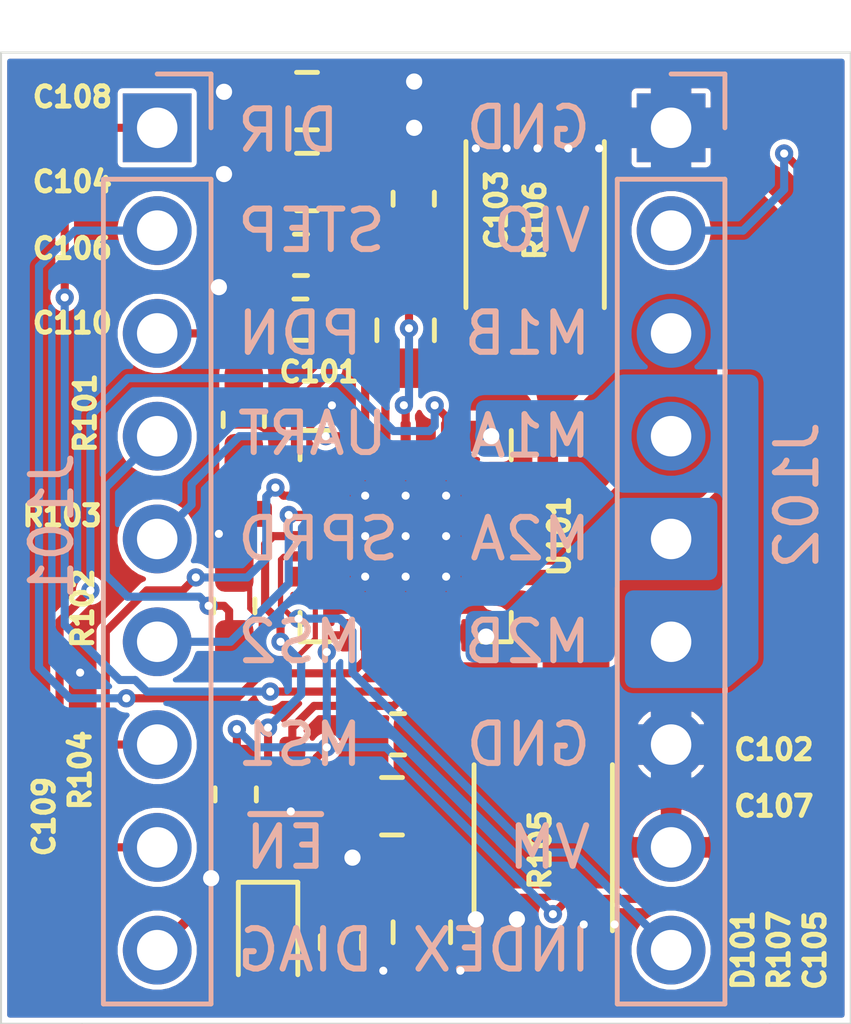
<source format=kicad_pcb>
(kicad_pcb (version 20171130) (host pcbnew "(5.1.5)-3")

  (general
    (thickness 1.6)
    (drawings 26)
    (tracks 271)
    (zones 0)
    (modules 21)
    (nets 28)
  )

  (page A4)
  (layers
    (0 F.Cu signal)
    (31 B.Cu signal)
    (32 B.Adhes user hide)
    (33 F.Adhes user hide)
    (34 B.Paste user hide)
    (35 F.Paste user hide)
    (36 B.SilkS user hide)
    (37 F.SilkS user)
    (38 B.Mask user hide)
    (39 F.Mask user hide)
    (40 Dwgs.User user hide)
    (41 Cmts.User user hide)
    (42 Eco1.User user hide)
    (43 Eco2.User user hide)
    (44 Edge.Cuts user)
    (45 Margin user hide)
    (46 B.CrtYd user hide)
    (47 F.CrtYd user hide)
    (48 B.Fab user hide)
    (49 F.Fab user)
  )

  (setup
    (last_trace_width 0.2)
    (user_trace_width 0.127)
    (trace_clearance 0.127)
    (zone_clearance 0.127)
    (zone_45_only no)
    (trace_min 0.127)
    (via_size 0.45)
    (via_drill 0.2)
    (via_min_size 0.2)
    (via_min_drill 0.2)
    (uvia_size 0.3)
    (uvia_drill 0.1)
    (uvias_allowed no)
    (uvia_min_size 0.2)
    (uvia_min_drill 0.1)
    (edge_width 0.05)
    (segment_width 0.2)
    (pcb_text_width 0.3)
    (pcb_text_size 1.5 1.5)
    (mod_edge_width 0.12)
    (mod_text_size 1 1)
    (mod_text_width 0.15)
    (pad_size 1.7 1.7)
    (pad_drill 1)
    (pad_to_mask_clearance 0.051)
    (solder_mask_min_width 0.25)
    (aux_axis_origin 22.86 22.86)
    (visible_elements 7FFFFF7F)
    (pcbplotparams
      (layerselection 0x010fc_ffffffff)
      (usegerberextensions false)
      (usegerberattributes false)
      (usegerberadvancedattributes false)
      (creategerberjobfile false)
      (excludeedgelayer true)
      (linewidth 0.100000)
      (plotframeref false)
      (viasonmask false)
      (mode 1)
      (useauxorigin false)
      (hpglpennumber 1)
      (hpglpenspeed 20)
      (hpglpendiameter 15.000000)
      (psnegative false)
      (psa4output false)
      (plotreference true)
      (plotvalue true)
      (plotinvisibletext false)
      (padsonsilk false)
      (subtractmaskfromsilk false)
      (outputformat 1)
      (mirror false)
      (drillshape 0)
      (scaleselection 1)
      (outputdirectory "Export/"))
  )

  (net 0 "")
  (net 1 "Net-(C101-Pad1)")
  (net 2 "Net-(C101-Pad2)")
  (net 3 GND)
  (net 4 +24V)
  (net 5 "Net-(C106-Pad1)")
  (net 6 +3V3)
  (net 7 +5V)
  (net 8 /DIAG)
  (net 9 "Net-(D101-Pad2)")
  (net 10 /~EN)
  (net 11 /MS1)
  (net 12 /MS2)
  (net 13 /SPRD)
  (net 14 /UART)
  (net 15 /PDN)
  (net 16 /STEP)
  (net 17 /DIR)
  (net 18 /M1B)
  (net 19 /M1A)
  (net 20 /M2A)
  (net 21 /M2B)
  (net 22 /INDEX)
  (net 23 "Net-(R101-Pad2)")
  (net 24 "Net-(R104-Pad1)")
  (net 25 "Net-(R105-Pad2)")
  (net 26 "Net-(R106-Pad2)")
  (net 27 "Net-(U101-Pad17)")

  (net_class Default "Dies ist die voreingestellte Netzklasse."
    (clearance 0.127)
    (trace_width 0.2)
    (via_dia 0.45)
    (via_drill 0.2)
    (uvia_dia 0.3)
    (uvia_drill 0.1)
    (add_net +3V3)
    (add_net +5V)
    (add_net /DIAG)
    (add_net /DIR)
    (add_net /INDEX)
    (add_net /MS1)
    (add_net /MS2)
    (add_net /PDN)
    (add_net /SPRD)
    (add_net /STEP)
    (add_net /UART)
    (add_net /~EN)
    (add_net GND)
    (add_net "Net-(C101-Pad1)")
    (add_net "Net-(C101-Pad2)")
    (add_net "Net-(C106-Pad1)")
    (add_net "Net-(D101-Pad2)")
    (add_net "Net-(R101-Pad2)")
    (add_net "Net-(R104-Pad1)")
    (add_net "Net-(U101-Pad17)")
  )

  (net_class PWR ""
    (clearance 0.127)
    (trace_width 0.8)
    (via_dia 0.8)
    (via_drill 0.4)
    (uvia_dia 0.3)
    (uvia_drill 0.1)
    (add_net +24V)
    (add_net /M1A)
    (add_net /M1B)
    (add_net /M2A)
    (add_net /M2B)
    (add_net "Net-(R105-Pad2)")
    (add_net "Net-(R106-Pad2)")
  )

  (module Package_DFN_QFN:QFN-28-1EP_5x5mm_P0.5mm_EP3.35x3.35mm_ThermalVias (layer F.Cu) (tedit 5C1FD453) (tstamp 5EB9F2FE)
    (at 29 32.95 270)
    (descr "QFN, 28 Pin (http://ww1.microchip.com/downloads/en/PackagingSpec/00000049BQ.pdf#page=283), generated with kicad-footprint-generator ipc_dfn_qfn_generator.py")
    (tags "QFN DFN_QFN")
    (path /5EBA0DC9)
    (attr smd)
    (fp_text reference U101 (at 0 -3.8 90) (layer F.SilkS)
      (effects (font (size 0.5 0.5) (thickness 0.125)))
    )
    (fp_text value TMC2209 (at 0 3.8 90) (layer F.Fab)
      (effects (font (size 1 1) (thickness 0.15)))
    )
    (fp_line (start 1.885 -2.61) (end 2.61 -2.61) (layer F.SilkS) (width 0.12))
    (fp_line (start 2.61 -2.61) (end 2.61 -1.885) (layer F.SilkS) (width 0.12))
    (fp_line (start -1.885 2.61) (end -2.61 2.61) (layer F.SilkS) (width 0.12))
    (fp_line (start -2.61 2.61) (end -2.61 1.885) (layer F.SilkS) (width 0.12))
    (fp_line (start 1.885 2.61) (end 2.61 2.61) (layer F.SilkS) (width 0.12))
    (fp_line (start 2.61 2.61) (end 2.61 1.885) (layer F.SilkS) (width 0.12))
    (fp_line (start -1.885 -2.61) (end -2.61 -2.61) (layer F.SilkS) (width 0.12))
    (fp_line (start -1.5 -2.5) (end 2.5 -2.5) (layer F.Fab) (width 0.1))
    (fp_line (start 2.5 -2.5) (end 2.5 2.5) (layer F.Fab) (width 0.1))
    (fp_line (start 2.5 2.5) (end -2.5 2.5) (layer F.Fab) (width 0.1))
    (fp_line (start -2.5 2.5) (end -2.5 -1.5) (layer F.Fab) (width 0.1))
    (fp_line (start -2.5 -1.5) (end -1.5 -2.5) (layer F.Fab) (width 0.1))
    (fp_line (start -3.1 -3.1) (end -3.1 3.1) (layer F.CrtYd) (width 0.05))
    (fp_line (start -3.1 3.1) (end 3.1 3.1) (layer F.CrtYd) (width 0.05))
    (fp_line (start 3.1 3.1) (end 3.1 -3.1) (layer F.CrtYd) (width 0.05))
    (fp_line (start 3.1 -3.1) (end -3.1 -3.1) (layer F.CrtYd) (width 0.05))
    (fp_text user %R (at 0 0 90) (layer F.Fab)
      (effects (font (size 1 1) (thickness 0.15)))
    )
    (pad 29 smd roundrect (at 0 0 270) (size 3.35 3.35) (layers F.Cu F.Mask) (roundrect_rratio 0.074627)
      (net 3 GND))
    (pad 29 thru_hole circle (at -1 -1 270) (size 0.5 0.5) (drill 0.2) (layers *.Cu)
      (net 3 GND))
    (pad 29 thru_hole circle (at 0 -1 270) (size 0.5 0.5) (drill 0.2) (layers *.Cu)
      (net 3 GND))
    (pad 29 thru_hole circle (at 1 -1 270) (size 0.5 0.5) (drill 0.2) (layers *.Cu)
      (net 3 GND))
    (pad 29 thru_hole circle (at -1 0 270) (size 0.5 0.5) (drill 0.2) (layers *.Cu)
      (net 3 GND))
    (pad 29 thru_hole circle (at 0 0 270) (size 0.5 0.5) (drill 0.2) (layers *.Cu)
      (net 3 GND))
    (pad 29 thru_hole circle (at 1 0 270) (size 0.5 0.5) (drill 0.2) (layers *.Cu)
      (net 3 GND))
    (pad 29 thru_hole circle (at -1 1 270) (size 0.5 0.5) (drill 0.2) (layers *.Cu)
      (net 3 GND))
    (pad 29 thru_hole circle (at 0 1 270) (size 0.5 0.5) (drill 0.2) (layers *.Cu)
      (net 3 GND))
    (pad 29 thru_hole circle (at 1 1 270) (size 0.5 0.5) (drill 0.2) (layers *.Cu)
      (net 3 GND))
    (pad 29 smd roundrect (at 0 0 270) (size 2.5 2.5) (layers B.Cu) (roundrect_rratio 0.1)
      (net 3 GND))
    (pad "" smd roundrect (at -0.5 -0.5 270) (size 0.806226 0.806226) (layers F.Paste) (roundrect_rratio 0.25))
    (pad "" smd roundrect (at -0.5 0.5 270) (size 0.806226 0.806226) (layers F.Paste) (roundrect_rratio 0.25))
    (pad "" smd roundrect (at 0.5 -0.5 270) (size 0.806226 0.806226) (layers F.Paste) (roundrect_rratio 0.25))
    (pad "" smd roundrect (at 0.5 0.5 270) (size 0.806226 0.806226) (layers F.Paste) (roundrect_rratio 0.25))
    (pad "" smd custom (at -1.3375 -0.5 270) (size 0.458956 0.458956) (layers F.Paste)
      (options (clearance outline) (anchor circle))
      (primitives
        (gr_poly (pts
           (xy -0.186855 -0.317866) (xy 0.116234 -0.317866) (xy 0.186855 -0.247246) (xy 0.186855 0.247246) (xy 0.116234 0.317866)
           (xy -0.186855 0.317866)) (width 0.170493))
      ))
    (pad "" smd custom (at -1.3375 0.5 270) (size 0.458956 0.458956) (layers F.Paste)
      (options (clearance outline) (anchor circle))
      (primitives
        (gr_poly (pts
           (xy -0.186855 -0.317866) (xy 0.116234 -0.317866) (xy 0.186855 -0.247246) (xy 0.186855 0.247246) (xy 0.116234 0.317866)
           (xy -0.186855 0.317866)) (width 0.170493))
      ))
    (pad "" smd custom (at 1.3375 -0.5 270) (size 0.458956 0.458956) (layers F.Paste)
      (options (clearance outline) (anchor circle))
      (primitives
        (gr_poly (pts
           (xy -0.186855 -0.247246) (xy -0.116234 -0.317866) (xy 0.186855 -0.317866) (xy 0.186855 0.317866) (xy -0.116234 0.317866)
           (xy -0.186855 0.247246)) (width 0.170493))
      ))
    (pad "" smd custom (at 1.3375 0.5 270) (size 0.458956 0.458956) (layers F.Paste)
      (options (clearance outline) (anchor circle))
      (primitives
        (gr_poly (pts
           (xy -0.186855 -0.247246) (xy -0.116234 -0.317866) (xy 0.186855 -0.317866) (xy 0.186855 0.317866) (xy -0.116234 0.317866)
           (xy -0.186855 0.247246)) (width 0.170493))
      ))
    (pad "" smd custom (at -0.5 -1.3375 270) (size 0.458956 0.458956) (layers F.Paste)
      (options (clearance outline) (anchor circle))
      (primitives
        (gr_poly (pts
           (xy -0.317866 -0.186855) (xy 0.317866 -0.186855) (xy 0.317866 0.116234) (xy 0.247246 0.186855) (xy -0.247246 0.186855)
           (xy -0.317866 0.116234)) (width 0.170493))
      ))
    (pad "" smd custom (at 0.5 -1.3375 270) (size 0.458956 0.458956) (layers F.Paste)
      (options (clearance outline) (anchor circle))
      (primitives
        (gr_poly (pts
           (xy -0.317866 -0.186855) (xy 0.317866 -0.186855) (xy 0.317866 0.116234) (xy 0.247246 0.186855) (xy -0.247246 0.186855)
           (xy -0.317866 0.116234)) (width 0.170493))
      ))
    (pad "" smd custom (at -0.5 1.3375 270) (size 0.458956 0.458956) (layers F.Paste)
      (options (clearance outline) (anchor circle))
      (primitives
        (gr_poly (pts
           (xy -0.317866 -0.116234) (xy -0.247246 -0.186855) (xy 0.247246 -0.186855) (xy 0.317866 -0.116234) (xy 0.317866 0.186855)
           (xy -0.317866 0.186855)) (width 0.170493))
      ))
    (pad "" smd custom (at 0.5 1.3375 270) (size 0.458956 0.458956) (layers F.Paste)
      (options (clearance outline) (anchor circle))
      (primitives
        (gr_poly (pts
           (xy -0.317866 -0.116234) (xy -0.247246 -0.186855) (xy 0.247246 -0.186855) (xy 0.317866 -0.116234) (xy 0.317866 0.186855)
           (xy -0.317866 0.186855)) (width 0.170493))
      ))
    (pad "" smd custom (at -1.3375 -1.3375 270) (size 0.43669 0.43669) (layers F.Paste)
      (options (clearance outline) (anchor circle))
      (primitives
        (gr_poly (pts
           (xy -0.164589 -0.164589) (xy 0.164589 -0.164589) (xy 0.164589 0.075523) (xy 0.075523 0.164589) (xy -0.164589 0.164589)
) (width 0.215024))
      ))
    (pad "" smd custom (at -1.3375 1.3375 270) (size 0.43669 0.43669) (layers F.Paste)
      (options (clearance outline) (anchor circle))
      (primitives
        (gr_poly (pts
           (xy -0.164589 -0.164589) (xy 0.075523 -0.164589) (xy 0.164589 -0.075523) (xy 0.164589 0.164589) (xy -0.164589 0.164589)
) (width 0.215024))
      ))
    (pad "" smd custom (at 1.3375 -1.3375 270) (size 0.43669 0.43669) (layers F.Paste)
      (options (clearance outline) (anchor circle))
      (primitives
        (gr_poly (pts
           (xy -0.164589 -0.164589) (xy 0.164589 -0.164589) (xy 0.164589 0.164589) (xy -0.075523 0.164589) (xy -0.164589 0.075523)
) (width 0.215024))
      ))
    (pad "" smd custom (at 1.3375 1.3375 270) (size 0.43669 0.43669) (layers F.Paste)
      (options (clearance outline) (anchor circle))
      (primitives
        (gr_poly (pts
           (xy -0.164589 -0.075523) (xy -0.075523 -0.164589) (xy 0.164589 -0.164589) (xy 0.164589 0.164589) (xy -0.164589 0.164589)
) (width 0.215024))
      ))
    (pad 1 smd roundrect (at -2.45 -1.5 270) (size 0.8 0.25) (layers F.Cu F.Paste F.Mask) (roundrect_rratio 0.25)
      (net 21 /M2B))
    (pad 2 smd roundrect (at -2.45 -1 270) (size 0.8 0.25) (layers F.Cu F.Paste F.Mask) (roundrect_rratio 0.25)
      (net 10 /~EN))
    (pad 3 smd roundrect (at -2.45 -0.5 270) (size 0.8 0.25) (layers F.Cu F.Paste F.Mask) (roundrect_rratio 0.25)
      (net 3 GND))
    (pad 4 smd roundrect (at -2.45 0 270) (size 0.8 0.25) (layers F.Cu F.Paste F.Mask) (roundrect_rratio 0.25)
      (net 1 "Net-(C101-Pad1)"))
    (pad 5 smd roundrect (at -2.45 0.5 270) (size 0.8 0.25) (layers F.Cu F.Paste F.Mask) (roundrect_rratio 0.25)
      (net 2 "Net-(C101-Pad2)"))
    (pad 6 smd roundrect (at -2.45 1 270) (size 0.8 0.25) (layers F.Cu F.Paste F.Mask) (roundrect_rratio 0.25)
      (net 5 "Net-(C106-Pad1)"))
    (pad 7 smd roundrect (at -2.45 1.5 270) (size 0.8 0.25) (layers F.Cu F.Paste F.Mask) (roundrect_rratio 0.25)
      (net 13 /SPRD))
    (pad 8 smd roundrect (at -1.5 2.45 270) (size 0.25 0.8) (layers F.Cu F.Paste F.Mask) (roundrect_rratio 0.25)
      (net 7 +5V))
    (pad 9 smd roundrect (at -1 2.45 270) (size 0.25 0.8) (layers F.Cu F.Paste F.Mask) (roundrect_rratio 0.25)
      (net 11 /MS1))
    (pad 10 smd roundrect (at -0.5 2.45 270) (size 0.25 0.8) (layers F.Cu F.Paste F.Mask) (roundrect_rratio 0.25)
      (net 12 /MS2))
    (pad 11 smd roundrect (at 0 2.45 270) (size 0.25 0.8) (layers F.Cu F.Paste F.Mask) (roundrect_rratio 0.25)
      (net 8 /DIAG))
    (pad 12 smd roundrect (at 0.5 2.45 270) (size 0.25 0.8) (layers F.Cu F.Paste F.Mask) (roundrect_rratio 0.25)
      (net 22 /INDEX))
    (pad 13 smd roundrect (at 1 2.45 270) (size 0.25 0.8) (layers F.Cu F.Paste F.Mask) (roundrect_rratio 0.25)
      (net 3 GND))
    (pad 14 smd roundrect (at 1.5 2.45 270) (size 0.25 0.8) (layers F.Cu F.Paste F.Mask) (roundrect_rratio 0.25)
      (net 23 "Net-(R101-Pad2)"))
    (pad 15 smd roundrect (at 2.45 1.5 270) (size 0.8 0.25) (layers F.Cu F.Paste F.Mask) (roundrect_rratio 0.25)
      (net 6 +3V3))
    (pad 16 smd roundrect (at 2.45 1 270) (size 0.8 0.25) (layers F.Cu F.Paste F.Mask) (roundrect_rratio 0.25)
      (net 16 /STEP))
    (pad 17 smd roundrect (at 2.45 0.5 270) (size 0.8 0.25) (layers F.Cu F.Paste F.Mask) (roundrect_rratio 0.25)
      (net 27 "Net-(U101-Pad17)"))
    (pad 18 smd roundrect (at 2.45 0 270) (size 0.8 0.25) (layers F.Cu F.Paste F.Mask) (roundrect_rratio 0.25)
      (net 3 GND))
    (pad 19 smd roundrect (at 2.45 -0.5 270) (size 0.8 0.25) (layers F.Cu F.Paste F.Mask) (roundrect_rratio 0.25)
      (net 17 /DIR))
    (pad 20 smd roundrect (at 2.45 -1 270) (size 0.8 0.25) (layers F.Cu F.Paste F.Mask) (roundrect_rratio 0.25)
      (net 24 "Net-(R104-Pad1)"))
    (pad 21 smd roundrect (at 2.45 -1.5 270) (size 0.8 0.25) (layers F.Cu F.Paste F.Mask) (roundrect_rratio 0.25)
      (net 20 /M2A))
    (pad 22 smd roundrect (at 1.5 -2.45 270) (size 0.25 0.8) (layers F.Cu F.Paste F.Mask) (roundrect_rratio 0.25)
      (net 4 +24V))
    (pad 23 smd roundrect (at 1 -2.45 270) (size 0.25 0.8) (layers F.Cu F.Paste F.Mask) (roundrect_rratio 0.25)
      (net 25 "Net-(R105-Pad2)"))
    (pad 24 smd roundrect (at 0.5 -2.45 270) (size 0.25 0.8) (layers F.Cu F.Paste F.Mask) (roundrect_rratio 0.25)
      (net 19 /M1A))
    (pad 25 smd roundrect (at 0 -2.45 270) (size 0.25 0.8) (layers F.Cu F.Paste F.Mask) (roundrect_rratio 0.25)
      (net 3 GND))
    (pad 26 smd roundrect (at -0.5 -2.45 270) (size 0.25 0.8) (layers F.Cu F.Paste F.Mask) (roundrect_rratio 0.25)
      (net 18 /M1B))
    (pad 27 smd roundrect (at -1 -2.45 270) (size 0.25 0.8) (layers F.Cu F.Paste F.Mask) (roundrect_rratio 0.25)
      (net 26 "Net-(R106-Pad2)"))
    (pad 28 smd roundrect (at -1.5 -2.45 270) (size 0.25 0.8) (layers F.Cu F.Paste F.Mask) (roundrect_rratio 0.25)
      (net 4 +24V))
    (model ${KISYS3DMOD}/Package_DFN_QFN.3dshapes/QFN-28-1EP_5x5mm_P0.5mm_EP3.35x3.35mm.wrl
      (at (xyz 0 0 0))
      (scale (xyz 1 1 1))
      (rotate (xyz 0 0 0))
    )
  )

  (module Capacitor_SMD:C_0805_2012Metric (layer F.Cu) (tedit 5B36C52B) (tstamp 5EB9F159)
    (at 29 27.8625 270)
    (descr "Capacitor SMD 0805 (2012 Metric), square (rectangular) end terminal, IPC_7351 nominal, (Body size source: https://docs.google.com/spreadsheets/d/1BsfQQcO9C6DZCsRaXUlFlo91Tg2WpOkGARC1WS5S8t0/edit?usp=sharing), generated with kicad-footprint-generator")
    (tags capacitor)
    (path /5EBAEA57)
    (attr smd)
    (fp_text reference C101 (at 1.03 2.1395 180) (layer F.SilkS)
      (effects (font (size 0.5 0.5) (thickness 0.125)))
    )
    (fp_text value 22n (at 0 1.65 90) (layer F.Fab)
      (effects (font (size 1 1) (thickness 0.15)))
    )
    (fp_line (start -1 0.6) (end -1 -0.6) (layer F.Fab) (width 0.1))
    (fp_line (start -1 -0.6) (end 1 -0.6) (layer F.Fab) (width 0.1))
    (fp_line (start 1 -0.6) (end 1 0.6) (layer F.Fab) (width 0.1))
    (fp_line (start 1 0.6) (end -1 0.6) (layer F.Fab) (width 0.1))
    (fp_line (start -0.258578 -0.71) (end 0.258578 -0.71) (layer F.SilkS) (width 0.12))
    (fp_line (start -0.258578 0.71) (end 0.258578 0.71) (layer F.SilkS) (width 0.12))
    (fp_line (start -1.68 0.95) (end -1.68 -0.95) (layer F.CrtYd) (width 0.05))
    (fp_line (start -1.68 -0.95) (end 1.68 -0.95) (layer F.CrtYd) (width 0.05))
    (fp_line (start 1.68 -0.95) (end 1.68 0.95) (layer F.CrtYd) (width 0.05))
    (fp_line (start 1.68 0.95) (end -1.68 0.95) (layer F.CrtYd) (width 0.05))
    (fp_text user %R (at 0 0 90) (layer F.Fab)
      (effects (font (size 0.5 0.5) (thickness 0.08)))
    )
    (pad 1 smd roundrect (at -0.9375 0 270) (size 0.975 1.4) (layers F.Cu F.Paste F.Mask) (roundrect_rratio 0.25)
      (net 1 "Net-(C101-Pad1)"))
    (pad 2 smd roundrect (at 0.9375 0 270) (size 0.975 1.4) (layers F.Cu F.Paste F.Mask) (roundrect_rratio 0.25)
      (net 2 "Net-(C101-Pad2)"))
    (model ${KISYS3DMOD}/Capacitor_SMD.3dshapes/C_0805_2012Metric.wrl
      (at (xyz 0 0 0))
      (scale (xyz 1 1 1))
      (rotate (xyz 0 0 0))
    )
  )

  (module Capacitor_SMD:C_0603_1608Metric (layer F.Cu) (tedit 5B301BBE) (tstamp 5EB9F16A)
    (at 28.8125 37.846)
    (descr "Capacitor SMD 0603 (1608 Metric), square (rectangular) end terminal, IPC_7351 nominal, (Body size source: http://www.tortai-tech.com/upload/download/2011102023233369053.pdf), generated with kicad-footprint-generator")
    (tags capacitor)
    (path /5EBC062C)
    (attr smd)
    (fp_text reference C102 (at 9.2875 0.381) (layer F.SilkS)
      (effects (font (size 0.5 0.5) (thickness 0.125)))
    )
    (fp_text value 100n (at 0 1.43) (layer F.Fab)
      (effects (font (size 1 1) (thickness 0.15)))
    )
    (fp_line (start -0.8 0.4) (end -0.8 -0.4) (layer F.Fab) (width 0.1))
    (fp_line (start -0.8 -0.4) (end 0.8 -0.4) (layer F.Fab) (width 0.1))
    (fp_line (start 0.8 -0.4) (end 0.8 0.4) (layer F.Fab) (width 0.1))
    (fp_line (start 0.8 0.4) (end -0.8 0.4) (layer F.Fab) (width 0.1))
    (fp_line (start -0.162779 -0.51) (end 0.162779 -0.51) (layer F.SilkS) (width 0.12))
    (fp_line (start -0.162779 0.51) (end 0.162779 0.51) (layer F.SilkS) (width 0.12))
    (fp_line (start -1.48 0.73) (end -1.48 -0.73) (layer F.CrtYd) (width 0.05))
    (fp_line (start -1.48 -0.73) (end 1.48 -0.73) (layer F.CrtYd) (width 0.05))
    (fp_line (start 1.48 -0.73) (end 1.48 0.73) (layer F.CrtYd) (width 0.05))
    (fp_line (start 1.48 0.73) (end -1.48 0.73) (layer F.CrtYd) (width 0.05))
    (fp_text user %R (at 0 0) (layer F.Fab)
      (effects (font (size 0.4 0.4) (thickness 0.06)))
    )
    (pad 1 smd roundrect (at -0.7875 0) (size 0.875 0.95) (layers F.Cu F.Paste F.Mask) (roundrect_rratio 0.25)
      (net 3 GND))
    (pad 2 smd roundrect (at 0.7875 0) (size 0.875 0.95) (layers F.Cu F.Paste F.Mask) (roundrect_rratio 0.25)
      (net 4 +24V))
    (model ${KISYS3DMOD}/Capacitor_SMD.3dshapes/C_0603_1608Metric.wrl
      (at (xyz 0 0 0))
      (scale (xyz 1 1 1))
      (rotate (xyz 0 0 0))
    )
  )

  (module Capacitor_SMD:C_0603_1608Metric (layer F.Cu) (tedit 5B301BBE) (tstamp 5EB9F17B)
    (at 29.2 24.6125 270)
    (descr "Capacitor SMD 0603 (1608 Metric), square (rectangular) end terminal, IPC_7351 nominal, (Body size source: http://www.tortai-tech.com/upload/download/2011102023233369053.pdf), generated with kicad-footprint-generator")
    (tags capacitor)
    (path /5EBBFEC2)
    (attr smd)
    (fp_text reference C103 (at 0.2795 -2.042 270) (layer F.SilkS)
      (effects (font (size 0.5 0.5) (thickness 0.125)))
    )
    (fp_text value 100n (at 0 1.43 90) (layer F.Fab)
      (effects (font (size 1 1) (thickness 0.15)))
    )
    (fp_text user %R (at 0 0 90) (layer F.Fab)
      (effects (font (size 0.4 0.4) (thickness 0.06)))
    )
    (fp_line (start 1.48 0.73) (end -1.48 0.73) (layer F.CrtYd) (width 0.05))
    (fp_line (start 1.48 -0.73) (end 1.48 0.73) (layer F.CrtYd) (width 0.05))
    (fp_line (start -1.48 -0.73) (end 1.48 -0.73) (layer F.CrtYd) (width 0.05))
    (fp_line (start -1.48 0.73) (end -1.48 -0.73) (layer F.CrtYd) (width 0.05))
    (fp_line (start -0.162779 0.51) (end 0.162779 0.51) (layer F.SilkS) (width 0.12))
    (fp_line (start -0.162779 -0.51) (end 0.162779 -0.51) (layer F.SilkS) (width 0.12))
    (fp_line (start 0.8 0.4) (end -0.8 0.4) (layer F.Fab) (width 0.1))
    (fp_line (start 0.8 -0.4) (end 0.8 0.4) (layer F.Fab) (width 0.1))
    (fp_line (start -0.8 -0.4) (end 0.8 -0.4) (layer F.Fab) (width 0.1))
    (fp_line (start -0.8 0.4) (end -0.8 -0.4) (layer F.Fab) (width 0.1))
    (pad 2 smd roundrect (at 0.7875 0 270) (size 0.875 0.95) (layers F.Cu F.Paste F.Mask) (roundrect_rratio 0.25)
      (net 4 +24V))
    (pad 1 smd roundrect (at -0.7875 0 270) (size 0.875 0.95) (layers F.Cu F.Paste F.Mask) (roundrect_rratio 0.25)
      (net 3 GND))
    (model ${KISYS3DMOD}/Capacitor_SMD.3dshapes/C_0603_1608Metric.wrl
      (at (xyz 0 0 0))
      (scale (xyz 1 1 1))
      (rotate (xyz 0 0 0))
    )
  )

  (module Capacitor_SMD:C_0805_2012Metric (layer F.Cu) (tedit 5B36C52B) (tstamp 5EB9F18C)
    (at 26.5625 24.2)
    (descr "Capacitor SMD 0805 (2012 Metric), square (rectangular) end terminal, IPC_7351 nominal, (Body size source: https://docs.google.com/spreadsheets/d/1BsfQQcO9C6DZCsRaXUlFlo91Tg2WpOkGARC1WS5S8t0/edit?usp=sharing), generated with kicad-footprint-generator")
    (tags capacitor)
    (path /5EBBEF69)
    (attr smd)
    (fp_text reference C104 (at -5.798 -0.0065) (layer F.SilkS)
      (effects (font (size 0.5 0.5) (thickness 0.125)))
    )
    (fp_text value 22u (at 0 1.65) (layer F.Fab)
      (effects (font (size 1 1) (thickness 0.15)))
    )
    (fp_text user %R (at 0 0) (layer F.Fab)
      (effects (font (size 0.5 0.5) (thickness 0.08)))
    )
    (fp_line (start 1.68 0.95) (end -1.68 0.95) (layer F.CrtYd) (width 0.05))
    (fp_line (start 1.68 -0.95) (end 1.68 0.95) (layer F.CrtYd) (width 0.05))
    (fp_line (start -1.68 -0.95) (end 1.68 -0.95) (layer F.CrtYd) (width 0.05))
    (fp_line (start -1.68 0.95) (end -1.68 -0.95) (layer F.CrtYd) (width 0.05))
    (fp_line (start -0.258578 0.71) (end 0.258578 0.71) (layer F.SilkS) (width 0.12))
    (fp_line (start -0.258578 -0.71) (end 0.258578 -0.71) (layer F.SilkS) (width 0.12))
    (fp_line (start 1 0.6) (end -1 0.6) (layer F.Fab) (width 0.1))
    (fp_line (start 1 -0.6) (end 1 0.6) (layer F.Fab) (width 0.1))
    (fp_line (start -1 -0.6) (end 1 -0.6) (layer F.Fab) (width 0.1))
    (fp_line (start -1 0.6) (end -1 -0.6) (layer F.Fab) (width 0.1))
    (pad 2 smd roundrect (at 0.9375 0) (size 0.975 1.4) (layers F.Cu F.Paste F.Mask) (roundrect_rratio 0.25)
      (net 4 +24V))
    (pad 1 smd roundrect (at -0.9375 0) (size 0.975 1.4) (layers F.Cu F.Paste F.Mask) (roundrect_rratio 0.25)
      (net 3 GND))
    (model ${KISYS3DMOD}/Capacitor_SMD.3dshapes/C_0805_2012Metric.wrl
      (at (xyz 0 0 0))
      (scale (xyz 1 1 1))
      (rotate (xyz 0 0 0))
    )
  )

  (module Capacitor_SMD:C_0805_2012Metric (layer F.Cu) (tedit 5B36C52B) (tstamp 5EB9F19D)
    (at 29.4 42.7375 90)
    (descr "Capacitor SMD 0805 (2012 Metric), square (rectangular) end terminal, IPC_7351 nominal, (Body size source: https://docs.google.com/spreadsheets/d/1BsfQQcO9C6DZCsRaXUlFlo91Tg2WpOkGARC1WS5S8t0/edit?usp=sharing), generated with kicad-footprint-generator")
    (tags capacitor)
    (path /5EBBE39B)
    (attr smd)
    (fp_text reference C105 (at -0.4425 9.716 270) (layer F.SilkS)
      (effects (font (size 0.5 0.5) (thickness 0.125)))
    )
    (fp_text value 22u (at 0 1.65 90) (layer F.Fab)
      (effects (font (size 1 1) (thickness 0.15)))
    )
    (fp_line (start -1 0.6) (end -1 -0.6) (layer F.Fab) (width 0.1))
    (fp_line (start -1 -0.6) (end 1 -0.6) (layer F.Fab) (width 0.1))
    (fp_line (start 1 -0.6) (end 1 0.6) (layer F.Fab) (width 0.1))
    (fp_line (start 1 0.6) (end -1 0.6) (layer F.Fab) (width 0.1))
    (fp_line (start -0.258578 -0.71) (end 0.258578 -0.71) (layer F.SilkS) (width 0.12))
    (fp_line (start -0.258578 0.71) (end 0.258578 0.71) (layer F.SilkS) (width 0.12))
    (fp_line (start -1.68 0.95) (end -1.68 -0.95) (layer F.CrtYd) (width 0.05))
    (fp_line (start -1.68 -0.95) (end 1.68 -0.95) (layer F.CrtYd) (width 0.05))
    (fp_line (start 1.68 -0.95) (end 1.68 0.95) (layer F.CrtYd) (width 0.05))
    (fp_line (start 1.68 0.95) (end -1.68 0.95) (layer F.CrtYd) (width 0.05))
    (fp_text user %R (at 0 0 90) (layer F.Fab)
      (effects (font (size 0.5 0.5) (thickness 0.08)))
    )
    (pad 1 smd roundrect (at -0.9375 0 90) (size 0.975 1.4) (layers F.Cu F.Paste F.Mask) (roundrect_rratio 0.25)
      (net 3 GND))
    (pad 2 smd roundrect (at 0.9375 0 90) (size 0.975 1.4) (layers F.Cu F.Paste F.Mask) (roundrect_rratio 0.25)
      (net 4 +24V))
    (model ${KISYS3DMOD}/Capacitor_SMD.3dshapes/C_0805_2012Metric.wrl
      (at (xyz 0 0 0))
      (scale (xyz 1 1 1))
      (rotate (xyz 0 0 0))
    )
  )

  (module Capacitor_SMD:C_0603_1608Metric (layer F.Cu) (tedit 5B301BBE) (tstamp 5EB9F1AE)
    (at 26.4125 26)
    (descr "Capacitor SMD 0603 (1608 Metric), square (rectangular) end terminal, IPC_7351 nominal, (Body size source: http://www.tortai-tech.com/upload/download/2011102023233369053.pdf), generated with kicad-footprint-generator")
    (tags capacitor)
    (path /5EBD64AD)
    (attr smd)
    (fp_text reference C106 (at -5.648 -0.1555) (layer F.SilkS)
      (effects (font (size 0.5 0.5) (thickness 0.125)))
    )
    (fp_text value 100n (at 0 1.43) (layer F.Fab)
      (effects (font (size 1 1) (thickness 0.15)))
    )
    (fp_text user %R (at 0 0) (layer F.Fab)
      (effects (font (size 0.4 0.4) (thickness 0.06)))
    )
    (fp_line (start 1.48 0.73) (end -1.48 0.73) (layer F.CrtYd) (width 0.05))
    (fp_line (start 1.48 -0.73) (end 1.48 0.73) (layer F.CrtYd) (width 0.05))
    (fp_line (start -1.48 -0.73) (end 1.48 -0.73) (layer F.CrtYd) (width 0.05))
    (fp_line (start -1.48 0.73) (end -1.48 -0.73) (layer F.CrtYd) (width 0.05))
    (fp_line (start -0.162779 0.51) (end 0.162779 0.51) (layer F.SilkS) (width 0.12))
    (fp_line (start -0.162779 -0.51) (end 0.162779 -0.51) (layer F.SilkS) (width 0.12))
    (fp_line (start 0.8 0.4) (end -0.8 0.4) (layer F.Fab) (width 0.1))
    (fp_line (start 0.8 -0.4) (end 0.8 0.4) (layer F.Fab) (width 0.1))
    (fp_line (start -0.8 -0.4) (end 0.8 -0.4) (layer F.Fab) (width 0.1))
    (fp_line (start -0.8 0.4) (end -0.8 -0.4) (layer F.Fab) (width 0.1))
    (pad 2 smd roundrect (at 0.7875 0) (size 0.875 0.95) (layers F.Cu F.Paste F.Mask) (roundrect_rratio 0.25)
      (net 4 +24V))
    (pad 1 smd roundrect (at -0.7875 0) (size 0.875 0.95) (layers F.Cu F.Paste F.Mask) (roundrect_rratio 0.25)
      (net 5 "Net-(C106-Pad1)"))
    (model ${KISYS3DMOD}/Capacitor_SMD.3dshapes/C_0603_1608Metric.wrl
      (at (xyz 0 0 0))
      (scale (xyz 1 1 1))
      (rotate (xyz 0 0 0))
    )
  )

  (module Capacitor_SMD:C_0805_2012Metric (layer F.Cu) (tedit 5B36C52B) (tstamp 5EB9F1BF)
    (at 28.6625 39.624 180)
    (descr "Capacitor SMD 0805 (2012 Metric), square (rectangular) end terminal, IPC_7351 nominal, (Body size source: https://docs.google.com/spreadsheets/d/1BsfQQcO9C6DZCsRaXUlFlo91Tg2WpOkGARC1WS5S8t0/edit?usp=sharing), generated with kicad-footprint-generator")
    (tags capacitor)
    (path /5EBC8629)
    (attr smd)
    (fp_text reference C107 (at -9.4375 0) (layer F.SilkS)
      (effects (font (size 0.5 0.5) (thickness 0.125)))
    )
    (fp_text value 22n (at 0 1.65) (layer F.Fab)
      (effects (font (size 1 1) (thickness 0.15)))
    )
    (fp_text user %R (at 0 0) (layer F.Fab)
      (effects (font (size 0.5 0.5) (thickness 0.08)))
    )
    (fp_line (start 1.68 0.95) (end -1.68 0.95) (layer F.CrtYd) (width 0.05))
    (fp_line (start 1.68 -0.95) (end 1.68 0.95) (layer F.CrtYd) (width 0.05))
    (fp_line (start -1.68 -0.95) (end 1.68 -0.95) (layer F.CrtYd) (width 0.05))
    (fp_line (start -1.68 0.95) (end -1.68 -0.95) (layer F.CrtYd) (width 0.05))
    (fp_line (start -0.258578 0.71) (end 0.258578 0.71) (layer F.SilkS) (width 0.12))
    (fp_line (start -0.258578 -0.71) (end 0.258578 -0.71) (layer F.SilkS) (width 0.12))
    (fp_line (start 1 0.6) (end -1 0.6) (layer F.Fab) (width 0.1))
    (fp_line (start 1 -0.6) (end 1 0.6) (layer F.Fab) (width 0.1))
    (fp_line (start -1 -0.6) (end 1 -0.6) (layer F.Fab) (width 0.1))
    (fp_line (start -1 0.6) (end -1 -0.6) (layer F.Fab) (width 0.1))
    (pad 2 smd roundrect (at 0.9375 0 180) (size 0.975 1.4) (layers F.Cu F.Paste F.Mask) (roundrect_rratio 0.25)
      (net 3 GND))
    (pad 1 smd roundrect (at -0.9375 0 180) (size 0.975 1.4) (layers F.Cu F.Paste F.Mask) (roundrect_rratio 0.25)
      (net 4 +24V))
    (model ${KISYS3DMOD}/Capacitor_SMD.3dshapes/C_0805_2012Metric.wrl
      (at (xyz 0 0 0))
      (scale (xyz 1 1 1))
      (rotate (xyz 0 0 0))
    )
  )

  (module Capacitor_SMD:C_0805_2012Metric (layer F.Cu) (tedit 5B36C52B) (tstamp 5EB9F1D0)
    (at 26.5625 22.2 180)
    (descr "Capacitor SMD 0805 (2012 Metric), square (rectangular) end terminal, IPC_7351 nominal, (Body size source: https://docs.google.com/spreadsheets/d/1BsfQQcO9C6DZCsRaXUlFlo91Tg2WpOkGARC1WS5S8t0/edit?usp=sharing), generated with kicad-footprint-generator")
    (tags capacitor)
    (path /5EBC8623)
    (attr smd)
    (fp_text reference C108 (at 5.798 0.102) (layer F.SilkS)
      (effects (font (size 0.5 0.5) (thickness 0.125)))
    )
    (fp_text value 22n (at 0 1.65) (layer F.Fab)
      (effects (font (size 1 1) (thickness 0.15)))
    )
    (fp_line (start -1 0.6) (end -1 -0.6) (layer F.Fab) (width 0.1))
    (fp_line (start -1 -0.6) (end 1 -0.6) (layer F.Fab) (width 0.1))
    (fp_line (start 1 -0.6) (end 1 0.6) (layer F.Fab) (width 0.1))
    (fp_line (start 1 0.6) (end -1 0.6) (layer F.Fab) (width 0.1))
    (fp_line (start -0.258578 -0.71) (end 0.258578 -0.71) (layer F.SilkS) (width 0.12))
    (fp_line (start -0.258578 0.71) (end 0.258578 0.71) (layer F.SilkS) (width 0.12))
    (fp_line (start -1.68 0.95) (end -1.68 -0.95) (layer F.CrtYd) (width 0.05))
    (fp_line (start -1.68 -0.95) (end 1.68 -0.95) (layer F.CrtYd) (width 0.05))
    (fp_line (start 1.68 -0.95) (end 1.68 0.95) (layer F.CrtYd) (width 0.05))
    (fp_line (start 1.68 0.95) (end -1.68 0.95) (layer F.CrtYd) (width 0.05))
    (fp_text user %R (at 0 0) (layer F.Fab)
      (effects (font (size 0.5 0.5) (thickness 0.08)))
    )
    (pad 1 smd roundrect (at -0.9375 0 180) (size 0.975 1.4) (layers F.Cu F.Paste F.Mask) (roundrect_rratio 0.25)
      (net 4 +24V))
    (pad 2 smd roundrect (at 0.9375 0 180) (size 0.975 1.4) (layers F.Cu F.Paste F.Mask) (roundrect_rratio 0.25)
      (net 3 GND))
    (model ${KISYS3DMOD}/Capacitor_SMD.3dshapes/C_0805_2012Metric.wrl
      (at (xyz 0 0 0))
      (scale (xyz 1 1 1))
      (rotate (xyz 0 0 0))
    )
  )

  (module Capacitor_SMD:C_0603_1608Metric (layer F.Cu) (tedit 5B301BBE) (tstamp 5EB9F1E1)
    (at 24.8 39.332 90)
    (descr "Capacitor SMD 0603 (1608 Metric), square (rectangular) end terminal, IPC_7351 nominal, (Body size source: http://www.tortai-tech.com/upload/download/2011102023233369053.pdf), generated with kicad-footprint-generator")
    (tags capacitor)
    (path /5EBE3A80)
    (attr smd)
    (fp_text reference C109 (at -0.5475 -4.734 90) (layer F.SilkS)
      (effects (font (size 0.5 0.5) (thickness 0.125)))
    )
    (fp_text value 100n (at 0 1.43 90) (layer F.Fab)
      (effects (font (size 1 1) (thickness 0.15)))
    )
    (fp_line (start -0.8 0.4) (end -0.8 -0.4) (layer F.Fab) (width 0.1))
    (fp_line (start -0.8 -0.4) (end 0.8 -0.4) (layer F.Fab) (width 0.1))
    (fp_line (start 0.8 -0.4) (end 0.8 0.4) (layer F.Fab) (width 0.1))
    (fp_line (start 0.8 0.4) (end -0.8 0.4) (layer F.Fab) (width 0.1))
    (fp_line (start -0.162779 -0.51) (end 0.162779 -0.51) (layer F.SilkS) (width 0.12))
    (fp_line (start -0.162779 0.51) (end 0.162779 0.51) (layer F.SilkS) (width 0.12))
    (fp_line (start -1.48 0.73) (end -1.48 -0.73) (layer F.CrtYd) (width 0.05))
    (fp_line (start -1.48 -0.73) (end 1.48 -0.73) (layer F.CrtYd) (width 0.05))
    (fp_line (start 1.48 -0.73) (end 1.48 0.73) (layer F.CrtYd) (width 0.05))
    (fp_line (start 1.48 0.73) (end -1.48 0.73) (layer F.CrtYd) (width 0.05))
    (fp_text user %R (at 0 0 90) (layer F.Fab)
      (effects (font (size 0.4 0.4) (thickness 0.06)))
    )
    (pad 1 smd roundrect (at -0.7875 0 90) (size 0.875 0.95) (layers F.Cu F.Paste F.Mask) (roundrect_rratio 0.25)
      (net 3 GND))
    (pad 2 smd roundrect (at 0.7875 0 90) (size 0.875 0.95) (layers F.Cu F.Paste F.Mask) (roundrect_rratio 0.25)
      (net 6 +3V3))
    (model ${KISYS3DMOD}/Capacitor_SMD.3dshapes/C_0603_1608Metric.wrl
      (at (xyz 0 0 0))
      (scale (xyz 1 1 1))
      (rotate (xyz 0 0 0))
    )
  )

  (module Capacitor_SMD:C_0603_1608Metric (layer F.Cu) (tedit 5B301BBE) (tstamp 5EB9F1F2)
    (at 26.4 27.6 180)
    (descr "Capacitor SMD 0603 (1608 Metric), square (rectangular) end terminal, IPC_7351 nominal, (Body size source: http://www.tortai-tech.com/upload/download/2011102023233369053.pdf), generated with kicad-footprint-generator")
    (tags capacitor)
    (path /5EBB26EA)
    (attr smd)
    (fp_text reference C110 (at 5.6355 -0.086) (layer F.SilkS)
      (effects (font (size 0.5 0.5) (thickness 0.125)))
    )
    (fp_text value 2.2u (at 0 1.43) (layer F.Fab)
      (effects (font (size 1 1) (thickness 0.15)))
    )
    (fp_line (start -0.8 0.4) (end -0.8 -0.4) (layer F.Fab) (width 0.1))
    (fp_line (start -0.8 -0.4) (end 0.8 -0.4) (layer F.Fab) (width 0.1))
    (fp_line (start 0.8 -0.4) (end 0.8 0.4) (layer F.Fab) (width 0.1))
    (fp_line (start 0.8 0.4) (end -0.8 0.4) (layer F.Fab) (width 0.1))
    (fp_line (start -0.162779 -0.51) (end 0.162779 -0.51) (layer F.SilkS) (width 0.12))
    (fp_line (start -0.162779 0.51) (end 0.162779 0.51) (layer F.SilkS) (width 0.12))
    (fp_line (start -1.48 0.73) (end -1.48 -0.73) (layer F.CrtYd) (width 0.05))
    (fp_line (start -1.48 -0.73) (end 1.48 -0.73) (layer F.CrtYd) (width 0.05))
    (fp_line (start 1.48 -0.73) (end 1.48 0.73) (layer F.CrtYd) (width 0.05))
    (fp_line (start 1.48 0.73) (end -1.48 0.73) (layer F.CrtYd) (width 0.05))
    (fp_text user %R (at 0 0) (layer F.Fab)
      (effects (font (size 0.4 0.4) (thickness 0.06)))
    )
    (pad 1 smd roundrect (at -0.7875 0 180) (size 0.875 0.95) (layers F.Cu F.Paste F.Mask) (roundrect_rratio 0.25)
      (net 7 +5V))
    (pad 2 smd roundrect (at 0.7875 0 180) (size 0.875 0.95) (layers F.Cu F.Paste F.Mask) (roundrect_rratio 0.25)
      (net 3 GND))
    (model ${KISYS3DMOD}/Capacitor_SMD.3dshapes/C_0603_1608Metric.wrl
      (at (xyz 0 0 0))
      (scale (xyz 1 1 1))
      (rotate (xyz 0 0 0))
    )
  )

  (module LED_SMD:LED_0603_1608Metric (layer F.Cu) (tedit 5B301BBE) (tstamp 5EB9F205)
    (at 25.6 42.9875 270)
    (descr "LED SMD 0603 (1608 Metric), square (rectangular) end terminal, IPC_7351 nominal, (Body size source: http://www.tortai-tech.com/upload/download/2011102023233369053.pdf), generated with kicad-footprint-generator")
    (tags diode)
    (path /5EC6216D)
    (attr smd)
    (fp_text reference D101 (at 0.1925 -11.738 270) (layer F.SilkS)
      (effects (font (size 0.5 0.5) (thickness 0.125)))
    )
    (fp_text value red (at 0 1.43 90) (layer F.Fab)
      (effects (font (size 1 1) (thickness 0.15)))
    )
    (fp_line (start 0.8 -0.4) (end -0.5 -0.4) (layer F.Fab) (width 0.1))
    (fp_line (start -0.5 -0.4) (end -0.8 -0.1) (layer F.Fab) (width 0.1))
    (fp_line (start -0.8 -0.1) (end -0.8 0.4) (layer F.Fab) (width 0.1))
    (fp_line (start -0.8 0.4) (end 0.8 0.4) (layer F.Fab) (width 0.1))
    (fp_line (start 0.8 0.4) (end 0.8 -0.4) (layer F.Fab) (width 0.1))
    (fp_line (start 0.8 -0.735) (end -1.485 -0.735) (layer F.SilkS) (width 0.12))
    (fp_line (start -1.485 -0.735) (end -1.485 0.735) (layer F.SilkS) (width 0.12))
    (fp_line (start -1.485 0.735) (end 0.8 0.735) (layer F.SilkS) (width 0.12))
    (fp_line (start -1.48 0.73) (end -1.48 -0.73) (layer F.CrtYd) (width 0.05))
    (fp_line (start -1.48 -0.73) (end 1.48 -0.73) (layer F.CrtYd) (width 0.05))
    (fp_line (start 1.48 -0.73) (end 1.48 0.73) (layer F.CrtYd) (width 0.05))
    (fp_line (start 1.48 0.73) (end -1.48 0.73) (layer F.CrtYd) (width 0.05))
    (fp_text user %R (at 0 0 90) (layer F.Fab)
      (effects (font (size 0.4 0.4) (thickness 0.06)))
    )
    (pad 1 smd roundrect (at -0.7875 0 270) (size 0.875 0.95) (layers F.Cu F.Paste F.Mask) (roundrect_rratio 0.25)
      (net 8 /DIAG))
    (pad 2 smd roundrect (at 0.7875 0 270) (size 0.875 0.95) (layers F.Cu F.Paste F.Mask) (roundrect_rratio 0.25)
      (net 9 "Net-(D101-Pad2)"))
    (model ${KISYS3DMOD}/LED_SMD.3dshapes/LED_0603_1608Metric.wrl
      (at (xyz 0 0 0))
      (scale (xyz 1 1 1))
      (rotate (xyz 0 0 0))
    )
  )

  (module Connector_PinHeader_2.54mm:PinHeader_1x09_P2.54mm_Vertical (layer B.Cu) (tedit 59FED5CC) (tstamp 5EB9F222)
    (at 22.86 22.86 180)
    (descr "Through hole straight pin header, 1x09, 2.54mm pitch, single row")
    (tags "Through hole pin header THT 1x09 2.54mm single row")
    (path /5EBF5E77)
    (fp_text reference J101 (at 2.6035 -9.8425 90) (layer B.SilkS)
      (effects (font (size 1 1) (thickness 0.15)) (justify mirror))
    )
    (fp_text value Conn_01x09 (at 0 -22.65) (layer B.Fab)
      (effects (font (size 1 1) (thickness 0.15)) (justify mirror))
    )
    (fp_text user %R (at 0 -10.16 270) (layer B.Fab)
      (effects (font (size 1 1) (thickness 0.15)) (justify mirror))
    )
    (fp_line (start 1.8 1.8) (end -1.8 1.8) (layer B.CrtYd) (width 0.05))
    (fp_line (start 1.8 -22.1) (end 1.8 1.8) (layer B.CrtYd) (width 0.05))
    (fp_line (start -1.8 -22.1) (end 1.8 -22.1) (layer B.CrtYd) (width 0.05))
    (fp_line (start -1.8 1.8) (end -1.8 -22.1) (layer B.CrtYd) (width 0.05))
    (fp_line (start -1.33 1.33) (end 0 1.33) (layer B.SilkS) (width 0.12))
    (fp_line (start -1.33 0) (end -1.33 1.33) (layer B.SilkS) (width 0.12))
    (fp_line (start -1.33 -1.27) (end 1.33 -1.27) (layer B.SilkS) (width 0.12))
    (fp_line (start 1.33 -1.27) (end 1.33 -21.65) (layer B.SilkS) (width 0.12))
    (fp_line (start -1.33 -1.27) (end -1.33 -21.65) (layer B.SilkS) (width 0.12))
    (fp_line (start -1.33 -21.65) (end 1.33 -21.65) (layer B.SilkS) (width 0.12))
    (fp_line (start -1.27 0.635) (end -0.635 1.27) (layer B.Fab) (width 0.1))
    (fp_line (start -1.27 -21.59) (end -1.27 0.635) (layer B.Fab) (width 0.1))
    (fp_line (start 1.27 -21.59) (end -1.27 -21.59) (layer B.Fab) (width 0.1))
    (fp_line (start 1.27 1.27) (end 1.27 -21.59) (layer B.Fab) (width 0.1))
    (fp_line (start -0.635 1.27) (end 1.27 1.27) (layer B.Fab) (width 0.1))
    (pad 9 thru_hole oval (at 0 -20.32 180) (size 1.7 1.7) (drill 1) (layers *.Cu *.Mask)
      (net 8 /DIAG))
    (pad 8 thru_hole oval (at 0 -17.78 180) (size 1.7 1.7) (drill 1) (layers *.Cu *.Mask)
      (net 10 /~EN))
    (pad 7 thru_hole oval (at 0 -15.24 180) (size 1.7 1.7) (drill 1) (layers *.Cu *.Mask)
      (net 11 /MS1))
    (pad 6 thru_hole oval (at 0 -12.7 180) (size 1.7 1.7) (drill 1) (layers *.Cu *.Mask)
      (net 12 /MS2))
    (pad 5 thru_hole oval (at 0 -10.16 180) (size 1.7 1.7) (drill 1) (layers *.Cu *.Mask)
      (net 13 /SPRD))
    (pad 4 thru_hole oval (at 0 -7.62 180) (size 1.7 1.7) (drill 1) (layers *.Cu *.Mask)
      (net 14 /UART))
    (pad 3 thru_hole oval (at 0 -5.08 180) (size 1.7 1.7) (drill 1) (layers *.Cu *.Mask)
      (net 15 /PDN))
    (pad 2 thru_hole oval (at 0 -2.54 180) (size 1.7 1.7) (drill 1) (layers *.Cu *.Mask)
      (net 16 /STEP))
    (pad 1 thru_hole rect (at 0 0 180) (size 1.7 1.7) (drill 1) (layers *.Cu *.Mask)
      (net 17 /DIR))
    (model ${KISYS3DMOD}/Connector_PinHeader_2.54mm.3dshapes/PinHeader_1x09_P2.54mm_Vertical.wrl
      (at (xyz 0 0 0))
      (scale (xyz 1 1 1))
      (rotate (xyz 0 0 0))
    )
  )

  (module Connector_PinHeader_2.54mm:PinHeader_1x09_P2.54mm_Vertical (layer B.Cu) (tedit 59FED5CC) (tstamp 5EB9F23F)
    (at 35.56 22.86 180)
    (descr "Through hole straight pin header, 1x09, 2.54mm pitch, single row")
    (tags "Through hole pin header THT 1x09 2.54mm single row")
    (path /5EBFAB0D)
    (fp_text reference J102 (at -3.1115 -9.0805 90) (layer B.SilkS)
      (effects (font (size 1 1) (thickness 0.15)) (justify mirror))
    )
    (fp_text value Conn_01x09 (at 0 -22.65) (layer B.Fab)
      (effects (font (size 1 1) (thickness 0.15)) (justify mirror))
    )
    (fp_line (start -0.635 1.27) (end 1.27 1.27) (layer B.Fab) (width 0.1))
    (fp_line (start 1.27 1.27) (end 1.27 -21.59) (layer B.Fab) (width 0.1))
    (fp_line (start 1.27 -21.59) (end -1.27 -21.59) (layer B.Fab) (width 0.1))
    (fp_line (start -1.27 -21.59) (end -1.27 0.635) (layer B.Fab) (width 0.1))
    (fp_line (start -1.27 0.635) (end -0.635 1.27) (layer B.Fab) (width 0.1))
    (fp_line (start -1.33 -21.65) (end 1.33 -21.65) (layer B.SilkS) (width 0.12))
    (fp_line (start -1.33 -1.27) (end -1.33 -21.65) (layer B.SilkS) (width 0.12))
    (fp_line (start 1.33 -1.27) (end 1.33 -21.65) (layer B.SilkS) (width 0.12))
    (fp_line (start -1.33 -1.27) (end 1.33 -1.27) (layer B.SilkS) (width 0.12))
    (fp_line (start -1.33 0) (end -1.33 1.33) (layer B.SilkS) (width 0.12))
    (fp_line (start -1.33 1.33) (end 0 1.33) (layer B.SilkS) (width 0.12))
    (fp_line (start -1.8 1.8) (end -1.8 -22.1) (layer B.CrtYd) (width 0.05))
    (fp_line (start -1.8 -22.1) (end 1.8 -22.1) (layer B.CrtYd) (width 0.05))
    (fp_line (start 1.8 -22.1) (end 1.8 1.8) (layer B.CrtYd) (width 0.05))
    (fp_line (start 1.8 1.8) (end -1.8 1.8) (layer B.CrtYd) (width 0.05))
    (fp_text user %R (at 0 -10.16 270) (layer B.Fab)
      (effects (font (size 1 1) (thickness 0.15)) (justify mirror))
    )
    (pad 1 thru_hole rect (at 0 0 180) (size 1.7 1.7) (drill 1) (layers *.Cu *.Mask)
      (net 3 GND))
    (pad 2 thru_hole oval (at 0 -2.54 180) (size 1.7 1.7) (drill 1) (layers *.Cu *.Mask)
      (net 6 +3V3))
    (pad 3 thru_hole oval (at 0 -5.08 180) (size 1.7 1.7) (drill 1) (layers *.Cu *.Mask)
      (net 18 /M1B))
    (pad 4 thru_hole oval (at 0 -7.62 180) (size 1.7 1.7) (drill 1) (layers *.Cu *.Mask)
      (net 19 /M1A))
    (pad 5 thru_hole oval (at 0 -10.16 180) (size 1.7 1.7) (drill 1) (layers *.Cu *.Mask)
      (net 20 /M2A))
    (pad 6 thru_hole oval (at 0 -12.7 180) (size 1.7 1.7) (drill 1) (layers *.Cu *.Mask)
      (net 21 /M2B))
    (pad 7 thru_hole oval (at 0 -15.24 180) (size 1.7 1.7) (drill 1) (layers *.Cu *.Mask)
      (net 3 GND))
    (pad 8 thru_hole oval (at 0 -17.78 180) (size 1.7 1.7) (drill 1) (layers *.Cu *.Mask)
      (net 4 +24V))
    (pad 9 thru_hole oval (at 0 -20.32 180) (size 1.7 1.7) (drill 1) (layers *.Cu *.Mask)
      (net 22 /INDEX))
    (model ${KISYS3DMOD}/Connector_PinHeader_2.54mm.3dshapes/PinHeader_1x09_P2.54mm_Vertical.wrl
      (at (xyz 0 0 0))
      (scale (xyz 1 1 1))
      (rotate (xyz 0 0 0))
    )
  )

  (module Resistor_SMD:R_0603_1608Metric_Pad1.05x0.95mm_HandSolder (layer F.Cu) (tedit 5B301BBD) (tstamp 5EB9F250)
    (at 25 30.075 270)
    (descr "Resistor SMD 0603 (1608 Metric), square (rectangular) end terminal, IPC_7351 nominal with elongated pad for handsoldering. (Body size source: http://www.tortai-tech.com/upload/download/2011102023233369053.pdf), generated with kicad-footprint-generator")
    (tags "resistor handsolder")
    (path /5EC0E83D)
    (attr smd)
    (fp_text reference R101 (at -0.1665 3.918 90) (layer F.SilkS)
      (effects (font (size 0.5 0.5) (thickness 0.125)))
    )
    (fp_text value NC (at 0 1.43 90) (layer F.Fab)
      (effects (font (size 1 1) (thickness 0.15)))
    )
    (fp_line (start -0.8 0.4) (end -0.8 -0.4) (layer F.Fab) (width 0.1))
    (fp_line (start -0.8 -0.4) (end 0.8 -0.4) (layer F.Fab) (width 0.1))
    (fp_line (start 0.8 -0.4) (end 0.8 0.4) (layer F.Fab) (width 0.1))
    (fp_line (start 0.8 0.4) (end -0.8 0.4) (layer F.Fab) (width 0.1))
    (fp_line (start -0.171267 -0.51) (end 0.171267 -0.51) (layer F.SilkS) (width 0.12))
    (fp_line (start -0.171267 0.51) (end 0.171267 0.51) (layer F.SilkS) (width 0.12))
    (fp_line (start -1.65 0.73) (end -1.65 -0.73) (layer F.CrtYd) (width 0.05))
    (fp_line (start -1.65 -0.73) (end 1.65 -0.73) (layer F.CrtYd) (width 0.05))
    (fp_line (start 1.65 -0.73) (end 1.65 0.73) (layer F.CrtYd) (width 0.05))
    (fp_line (start 1.65 0.73) (end -1.65 0.73) (layer F.CrtYd) (width 0.05))
    (fp_text user %R (at 0 0 90) (layer F.Fab)
      (effects (font (size 0.4 0.4) (thickness 0.06)))
    )
    (pad 1 smd roundrect (at -0.875 0 270) (size 1.05 0.95) (layers F.Cu F.Paste F.Mask) (roundrect_rratio 0.25)
      (net 15 /PDN))
    (pad 2 smd roundrect (at 0.875 0 270) (size 1.05 0.95) (layers F.Cu F.Paste F.Mask) (roundrect_rratio 0.25)
      (net 23 "Net-(R101-Pad2)"))
    (model ${KISYS3DMOD}/Resistor_SMD.3dshapes/R_0603_1608Metric.wrl
      (at (xyz 0 0 0))
      (scale (xyz 1 1 1))
      (rotate (xyz 0 0 0))
    )
  )

  (module Resistor_SMD:R_0603_1608Metric_Pad1.05x0.95mm_HandSolder (layer F.Cu) (tedit 5B301BBD) (tstamp 5EBB9F60)
    (at 24.765 34.675 270)
    (descr "Resistor SMD 0603 (1608 Metric), square (rectangular) end terminal, IPC_7351 nominal with elongated pad for handsoldering. (Body size source: http://www.tortai-tech.com/upload/download/2011102023233369053.pdf), generated with kicad-footprint-generator")
    (tags "resistor handsolder")
    (path /5EC0D7F4)
    (attr smd)
    (fp_text reference R102 (at 0.0595 3.7465 90) (layer F.SilkS)
      (effects (font (size 0.5 0.5) (thickness 0.125)))
    )
    (fp_text value 0 (at 0 1.43 90) (layer F.Fab)
      (effects (font (size 1 1) (thickness 0.15)))
    )
    (fp_text user %R (at 0 0 90) (layer F.Fab)
      (effects (font (size 0.4 0.4) (thickness 0.06)))
    )
    (fp_line (start 1.65 0.73) (end -1.65 0.73) (layer F.CrtYd) (width 0.05))
    (fp_line (start 1.65 -0.73) (end 1.65 0.73) (layer F.CrtYd) (width 0.05))
    (fp_line (start -1.65 -0.73) (end 1.65 -0.73) (layer F.CrtYd) (width 0.05))
    (fp_line (start -1.65 0.73) (end -1.65 -0.73) (layer F.CrtYd) (width 0.05))
    (fp_line (start -0.171267 0.51) (end 0.171267 0.51) (layer F.SilkS) (width 0.12))
    (fp_line (start -0.171267 -0.51) (end 0.171267 -0.51) (layer F.SilkS) (width 0.12))
    (fp_line (start 0.8 0.4) (end -0.8 0.4) (layer F.Fab) (width 0.1))
    (fp_line (start 0.8 -0.4) (end 0.8 0.4) (layer F.Fab) (width 0.1))
    (fp_line (start -0.8 -0.4) (end 0.8 -0.4) (layer F.Fab) (width 0.1))
    (fp_line (start -0.8 0.4) (end -0.8 -0.4) (layer F.Fab) (width 0.1))
    (pad 2 smd roundrect (at 0.875 0 270) (size 1.05 0.95) (layers F.Cu F.Paste F.Mask) (roundrect_rratio 0.25)
      (net 14 /UART))
    (pad 1 smd roundrect (at -0.875 0 270) (size 1.05 0.95) (layers F.Cu F.Paste F.Mask) (roundrect_rratio 0.25)
      (net 23 "Net-(R101-Pad2)"))
    (model ${KISYS3DMOD}/Resistor_SMD.3dshapes/R_0603_1608Metric.wrl
      (at (xyz 0 0 0))
      (scale (xyz 1 1 1))
      (rotate (xyz 0 0 0))
    )
  )

  (module Resistor_SMD:R_0402_1005Metric (layer F.Cu) (tedit 5B301BBD) (tstamp 5EB9F270)
    (at 24.915 32.4 180)
    (descr "Resistor SMD 0402 (1005 Metric), square (rectangular) end terminal, IPC_7351 nominal, (Body size source: http://www.tortai-tech.com/upload/download/2011102023233369053.pdf), generated with kicad-footprint-generator")
    (tags resistor)
    (path /5EC1512E)
    (attr smd)
    (fp_text reference R103 (at 4.4045 -0.0485) (layer F.SilkS)
      (effects (font (size 0.5 0.5) (thickness 0.125)))
    )
    (fp_text value 20k (at 0 1.17) (layer F.Fab)
      (effects (font (size 1 1) (thickness 0.15)))
    )
    (fp_text user %R (at 0 0) (layer F.Fab)
      (effects (font (size 0.25 0.25) (thickness 0.04)))
    )
    (fp_line (start 0.93 0.47) (end -0.93 0.47) (layer F.CrtYd) (width 0.05))
    (fp_line (start 0.93 -0.47) (end 0.93 0.47) (layer F.CrtYd) (width 0.05))
    (fp_line (start -0.93 -0.47) (end 0.93 -0.47) (layer F.CrtYd) (width 0.05))
    (fp_line (start -0.93 0.47) (end -0.93 -0.47) (layer F.CrtYd) (width 0.05))
    (fp_line (start 0.5 0.25) (end -0.5 0.25) (layer F.Fab) (width 0.1))
    (fp_line (start 0.5 -0.25) (end 0.5 0.25) (layer F.Fab) (width 0.1))
    (fp_line (start -0.5 -0.25) (end 0.5 -0.25) (layer F.Fab) (width 0.1))
    (fp_line (start -0.5 0.25) (end -0.5 -0.25) (layer F.Fab) (width 0.1))
    (pad 2 smd roundrect (at 0.485 0 180) (size 0.59 0.64) (layers F.Cu F.Paste F.Mask) (roundrect_rratio 0.25)
      (net 3 GND))
    (pad 1 smd roundrect (at -0.485 0 180) (size 0.59 0.64) (layers F.Cu F.Paste F.Mask) (roundrect_rratio 0.25)
      (net 23 "Net-(R101-Pad2)"))
    (model ${KISYS3DMOD}/Resistor_SMD.3dshapes/R_0402_1005Metric.wrl
      (at (xyz 0 0 0))
      (scale (xyz 1 1 1))
      (rotate (xyz 0 0 0))
    )
  )

  (module Resistor_SMD:R_0402_1005Metric (layer F.Cu) (tedit 5B301BBD) (tstamp 5EB9F27F)
    (at 26.2 38.685 270)
    (descr "Resistor SMD 0402 (1005 Metric), square (rectangular) end terminal, IPC_7351 nominal, (Body size source: http://www.tortai-tech.com/upload/download/2011102023233369053.pdf), generated with kicad-footprint-generator")
    (tags resistor)
    (path /5EC2F122)
    (attr smd)
    (fp_text reference R104 (at 0.05 5.245 270) (layer F.SilkS)
      (effects (font (size 0.5 0.5) (thickness 0.125)))
    )
    (fp_text value 100k (at 0 1.17 90) (layer F.Fab)
      (effects (font (size 1 1) (thickness 0.15)))
    )
    (fp_line (start -0.5 0.25) (end -0.5 -0.25) (layer F.Fab) (width 0.1))
    (fp_line (start -0.5 -0.25) (end 0.5 -0.25) (layer F.Fab) (width 0.1))
    (fp_line (start 0.5 -0.25) (end 0.5 0.25) (layer F.Fab) (width 0.1))
    (fp_line (start 0.5 0.25) (end -0.5 0.25) (layer F.Fab) (width 0.1))
    (fp_line (start -0.93 0.47) (end -0.93 -0.47) (layer F.CrtYd) (width 0.05))
    (fp_line (start -0.93 -0.47) (end 0.93 -0.47) (layer F.CrtYd) (width 0.05))
    (fp_line (start 0.93 -0.47) (end 0.93 0.47) (layer F.CrtYd) (width 0.05))
    (fp_line (start 0.93 0.47) (end -0.93 0.47) (layer F.CrtYd) (width 0.05))
    (fp_text user %R (at 0 0 90) (layer F.Fab)
      (effects (font (size 0.25 0.25) (thickness 0.04)))
    )
    (pad 1 smd roundrect (at -0.485 0 270) (size 0.59 0.64) (layers F.Cu F.Paste F.Mask) (roundrect_rratio 0.25)
      (net 24 "Net-(R104-Pad1)"))
    (pad 2 smd roundrect (at 0.485 0 270) (size 0.59 0.64) (layers F.Cu F.Paste F.Mask) (roundrect_rratio 0.25)
      (net 3 GND))
    (model ${KISYS3DMOD}/Resistor_SMD.3dshapes/R_0402_1005Metric.wrl
      (at (xyz 0 0 0))
      (scale (xyz 1 1 1))
      (rotate (xyz 0 0 0))
    )
  )

  (module Resistor_SMD:R_2512_6332Metric (layer F.Cu) (tedit 5B301BBD) (tstamp 5EB9F290)
    (at 32.4 40.65 90)
    (descr "Resistor SMD 2512 (6332 Metric), square (rectangular) end terminal, IPC_7351 nominal, (Body size source: http://www.tortai-tech.com/upload/download/2011102023233369053.pdf), generated with kicad-footprint-generator")
    (tags resistor)
    (path /5EC47146)
    (attr smd)
    (fp_text reference R105 (at -0.0535 -0.0785 90) (layer F.SilkS)
      (effects (font (size 0.5 0.5) (thickness 0.125)))
    )
    (fp_text value 100m (at 0 2.62 90) (layer F.Fab)
      (effects (font (size 1 1) (thickness 0.15)))
    )
    (fp_text user %R (at 0 0 90) (layer F.Fab)
      (effects (font (size 1 1) (thickness 0.15)))
    )
    (fp_line (start 3.82 1.92) (end -3.82 1.92) (layer F.CrtYd) (width 0.05))
    (fp_line (start 3.82 -1.92) (end 3.82 1.92) (layer F.CrtYd) (width 0.05))
    (fp_line (start -3.82 -1.92) (end 3.82 -1.92) (layer F.CrtYd) (width 0.05))
    (fp_line (start -3.82 1.92) (end -3.82 -1.92) (layer F.CrtYd) (width 0.05))
    (fp_line (start -2.052064 1.71) (end 2.052064 1.71) (layer F.SilkS) (width 0.12))
    (fp_line (start -2.052064 -1.71) (end 2.052064 -1.71) (layer F.SilkS) (width 0.12))
    (fp_line (start 3.15 1.6) (end -3.15 1.6) (layer F.Fab) (width 0.1))
    (fp_line (start 3.15 -1.6) (end 3.15 1.6) (layer F.Fab) (width 0.1))
    (fp_line (start -3.15 -1.6) (end 3.15 -1.6) (layer F.Fab) (width 0.1))
    (fp_line (start -3.15 1.6) (end -3.15 -1.6) (layer F.Fab) (width 0.1))
    (pad 2 smd roundrect (at 2.9 0 90) (size 1.35 3.35) (layers F.Cu F.Paste F.Mask) (roundrect_rratio 0.185185)
      (net 25 "Net-(R105-Pad2)"))
    (pad 1 smd roundrect (at -2.9 0 90) (size 1.35 3.35) (layers F.Cu F.Paste F.Mask) (roundrect_rratio 0.185185)
      (net 3 GND))
    (model ${KISYS3DMOD}/Resistor_SMD.3dshapes/R_2512_6332Metric.wrl
      (at (xyz 0 0 0))
      (scale (xyz 1 1 1))
      (rotate (xyz 0 0 0))
    )
  )

  (module Resistor_SMD:R_2512_6332Metric (layer F.Cu) (tedit 5B301BBD) (tstamp 5EB9F2A1)
    (at 32.2 25.252 270)
    (descr "Resistor SMD 2512 (6332 Metric), square (rectangular) end terminal, IPC_7351 nominal, (Body size source: http://www.tortai-tech.com/upload/download/2011102023233369053.pdf), generated with kicad-footprint-generator")
    (tags resistor)
    (path /5EC48279)
    (attr smd)
    (fp_text reference R106 (at -0.106 0.0055 90) (layer F.SilkS)
      (effects (font (size 0.5 0.5) (thickness 0.125)))
    )
    (fp_text value 100m (at 0 2.62 90) (layer F.Fab)
      (effects (font (size 1 1) (thickness 0.15)))
    )
    (fp_line (start -3.15 1.6) (end -3.15 -1.6) (layer F.Fab) (width 0.1))
    (fp_line (start -3.15 -1.6) (end 3.15 -1.6) (layer F.Fab) (width 0.1))
    (fp_line (start 3.15 -1.6) (end 3.15 1.6) (layer F.Fab) (width 0.1))
    (fp_line (start 3.15 1.6) (end -3.15 1.6) (layer F.Fab) (width 0.1))
    (fp_line (start -2.052064 -1.71) (end 2.052064 -1.71) (layer F.SilkS) (width 0.12))
    (fp_line (start -2.052064 1.71) (end 2.052064 1.71) (layer F.SilkS) (width 0.12))
    (fp_line (start -3.82 1.92) (end -3.82 -1.92) (layer F.CrtYd) (width 0.05))
    (fp_line (start -3.82 -1.92) (end 3.82 -1.92) (layer F.CrtYd) (width 0.05))
    (fp_line (start 3.82 -1.92) (end 3.82 1.92) (layer F.CrtYd) (width 0.05))
    (fp_line (start 3.82 1.92) (end -3.82 1.92) (layer F.CrtYd) (width 0.05))
    (fp_text user %R (at 0 0 90) (layer F.Fab)
      (effects (font (size 1 1) (thickness 0.15)))
    )
    (pad 1 smd roundrect (at -2.9 0 270) (size 1.35 3.35) (layers F.Cu F.Paste F.Mask) (roundrect_rratio 0.185185)
      (net 3 GND))
    (pad 2 smd roundrect (at 2.9 0 270) (size 1.35 3.35) (layers F.Cu F.Paste F.Mask) (roundrect_rratio 0.185185)
      (net 26 "Net-(R106-Pad2)"))
    (model ${KISYS3DMOD}/Resistor_SMD.3dshapes/R_2512_6332Metric.wrl
      (at (xyz 0 0 0))
      (scale (xyz 1 1 1))
      (rotate (xyz 0 0 0))
    )
  )

  (module Resistor_SMD:R_0603_1608Metric (layer F.Cu) (tedit 5B301BBD) (tstamp 5EBBB632)
    (at 27.4 42.9875 270)
    (descr "Resistor SMD 0603 (1608 Metric), square (rectangular) end terminal, IPC_7351 nominal, (Body size source: http://www.tortai-tech.com/upload/download/2011102023233369053.pdf), generated with kicad-footprint-generator")
    (tags resistor)
    (path /5EC61760)
    (attr smd)
    (fp_text reference R107 (at 0.1925 -10.827 270) (layer F.SilkS)
      (effects (font (size 0.5 0.5) (thickness 0.125)))
    )
    (fp_text value 220 (at 0 1.43 90) (layer F.Fab)
      (effects (font (size 1 1) (thickness 0.15)))
    )
    (fp_line (start -0.8 0.4) (end -0.8 -0.4) (layer F.Fab) (width 0.1))
    (fp_line (start -0.8 -0.4) (end 0.8 -0.4) (layer F.Fab) (width 0.1))
    (fp_line (start 0.8 -0.4) (end 0.8 0.4) (layer F.Fab) (width 0.1))
    (fp_line (start 0.8 0.4) (end -0.8 0.4) (layer F.Fab) (width 0.1))
    (fp_line (start -0.162779 -0.51) (end 0.162779 -0.51) (layer F.SilkS) (width 0.12))
    (fp_line (start -0.162779 0.51) (end 0.162779 0.51) (layer F.SilkS) (width 0.12))
    (fp_line (start -1.48 0.73) (end -1.48 -0.73) (layer F.CrtYd) (width 0.05))
    (fp_line (start -1.48 -0.73) (end 1.48 -0.73) (layer F.CrtYd) (width 0.05))
    (fp_line (start 1.48 -0.73) (end 1.48 0.73) (layer F.CrtYd) (width 0.05))
    (fp_line (start 1.48 0.73) (end -1.48 0.73) (layer F.CrtYd) (width 0.05))
    (fp_text user %R (at 0 0 90) (layer F.Fab)
      (effects (font (size 0.4 0.4) (thickness 0.06)))
    )
    (pad 1 smd roundrect (at -0.7875 0 270) (size 0.875 0.95) (layers F.Cu F.Paste F.Mask) (roundrect_rratio 0.25)
      (net 6 +3V3))
    (pad 2 smd roundrect (at 0.7875 0 270) (size 0.875 0.95) (layers F.Cu F.Paste F.Mask) (roundrect_rratio 0.25)
      (net 9 "Net-(D101-Pad2)"))
    (model ${KISYS3DMOD}/Resistor_SMD.3dshapes/R_0603_1608Metric.wrl
      (at (xyz 0 0 0))
      (scale (xyz 1 1 1))
      (rotate (xyz 0 0 0))
    )
  )

  (gr_text INDEX (at 33.655 43.18) (layer B.SilkS)
    (effects (font (size 1 1) (thickness 0.15)) (justify left mirror))
  )
  (gr_text VM (at 33.655 40.64) (layer B.SilkS)
    (effects (font (size 1 1) (thickness 0.15)) (justify left mirror))
  )
  (gr_text GND (at 33.655 38.1) (layer B.SilkS)
    (effects (font (size 1 1) (thickness 0.15)) (justify left mirror))
  )
  (gr_text M2B (at 33.655 35.56) (layer B.SilkS)
    (effects (font (size 1 1) (thickness 0.15)) (justify left mirror))
  )
  (gr_text M2A (at 33.655 33.02) (layer B.SilkS)
    (effects (font (size 1 1) (thickness 0.15)) (justify left mirror))
  )
  (gr_text M1A (at 33.655 30.48) (layer B.SilkS)
    (effects (font (size 1 1) (thickness 0.15)) (justify left mirror))
  )
  (gr_text M1B (at 33.655 27.94) (layer B.SilkS)
    (effects (font (size 1 1) (thickness 0.15)) (justify left mirror))
  )
  (gr_text VIO (at 33.655 25.4) (layer B.SilkS)
    (effects (font (size 1 1) (thickness 0.15)) (justify left mirror))
  )
  (gr_text GND (at 33.655 22.86) (layer B.SilkS)
    (effects (font (size 1 1) (thickness 0.15)) (justify left mirror))
  )
  (gr_text DIAG (at 24.765 43.18) (layer B.SilkS)
    (effects (font (size 1 1) (thickness 0.15)) (justify right mirror))
  )
  (gr_text ~EN (at 26.035 40.64) (layer B.SilkS)
    (effects (font (size 1 1) (thickness 0.15)) (justify mirror))
  )
  (gr_text MS1 (at 24.765 38.1) (layer B.SilkS)
    (effects (font (size 1 1) (thickness 0.15)) (justify right mirror))
  )
  (gr_text MS2 (at 24.765 35.56) (layer B.SilkS)
    (effects (font (size 1 1) (thickness 0.15)) (justify right mirror))
  )
  (gr_text SPRD (at 24.765 33.02) (layer B.SilkS)
    (effects (font (size 1 1) (thickness 0.15)) (justify right mirror))
  )
  (gr_text UART (at 24.765 30.4165) (layer B.SilkS)
    (effects (font (size 1 1) (thickness 0.15)) (justify right mirror))
  )
  (gr_text PDN (at 24.765 27.94) (layer B.SilkS)
    (effects (font (size 1 1) (thickness 0.15)) (justify right mirror))
  )
  (gr_text STEP (at 24.765 25.4) (layer B.SilkS)
    (effects (font (size 1 1) (thickness 0.15)) (justify right mirror))
  )
  (gr_text DIR (at 24.765 22.9235) (layer B.SilkS)
    (effects (font (size 1 1) (thickness 0.15)) (justify right mirror))
  )
  (gr_line (start 40 21) (end 38 21) (layer Edge.Cuts) (width 0.05) (tstamp 5EBA8A8C))
  (gr_line (start 38 45) (end 40 45) (layer Edge.Cuts) (width 0.05) (tstamp 5EBA8A8B))
  (gr_line (start 19 45) (end 21 45) (layer Edge.Cuts) (width 0.05) (tstamp 5EBA4B94))
  (gr_line (start 19 21) (end 21 21) (layer Edge.Cuts) (width 0.05) (tstamp 5EBA4B93))
  (gr_line (start 19 45) (end 19 21) (layer Edge.Cuts) (width 0.05) (tstamp 5EBA4B4A))
  (gr_line (start 38 45) (end 21 45) (layer Edge.Cuts) (width 0.05))
  (gr_line (start 40 21) (end 40 45) (layer Edge.Cuts) (width 0.05) (tstamp 5EBA8A42))
  (gr_line (start 21 21) (end 38 21) (layer Edge.Cuts) (width 0.05))

  (via (at 29.083 27.813) (size 0.45) (drill 0.2) (layers F.Cu B.Cu) (net 1))
  (segment (start 29 30.5) (end 29 29.729591) (width 0.2) (layer F.Cu) (net 1))
  (segment (start 29 29.729591) (end 29.013993 29.715598) (width 0.2) (layer F.Cu) (net 1))
  (via (at 28.956 29.715598) (size 0.45) (drill 0.2) (layers F.Cu B.Cu) (net 1))
  (segment (start 29.083 29.646591) (end 29.013993 29.715598) (width 0.2) (layer B.Cu) (net 1))
  (segment (start 29.083 27.008) (end 29 26.925) (width 0.2) (layer F.Cu) (net 1))
  (segment (start 29.083 27.813) (end 29.083 27.008) (width 0.2) (layer F.Cu) (net 1))
  (segment (start 29.083 29.715598) (end 29.083 27.813) (width 0.2) (layer B.Cu) (net 1))
  (segment (start 28.5 28.8) (end 28.5 30.5) (width 0.2) (layer F.Cu) (net 2))
  (segment (start 29 28.8) (end 28.5 28.8) (width 0.2) (layer F.Cu) (net 2))
  (segment (start 28 33.95) (end 29 32.95) (width 0.25) (layer F.Cu) (net 3))
  (segment (start 26.55 33.95) (end 28 33.95) (width 0.25) (layer F.Cu) (net 3))
  (segment (start 31.45 32.95) (end 29 32.95) (width 0.2) (layer F.Cu) (net 3))
  (segment (start 29.5 32.45) (end 29 32.95) (width 0.2) (layer F.Cu) (net 3))
  (segment (start 29.5 30.5) (end 29.5 32.45) (width 0.2) (layer F.Cu) (net 3))
  (segment (start 29 35.4) (end 29 33.95) (width 0.2) (layer F.Cu) (net 3))
  (segment (start 28.956 34.669) (end 28.956 34.798) (width 0.2) (layer B.Cu) (net 3))
  (segment (start 28.956 34.798) (end 29.083 34.925) (width 0.2) (layer B.Cu) (net 3))
  (segment (start 27.725 37.9) (end 28.025 37.6) (width 0.2) (layer F.Cu) (net 3))
  (segment (start 27.725 38.442) (end 27.725 38.393) (width 0.2) (layer F.Cu) (net 3))
  (segment (start 27.725 38.393) (end 27.686 38.354) (width 0.2) (layer F.Cu) (net 3))
  (segment (start 27.725 38.442) (end 27.725 37.9) (width 0.2) (layer F.Cu) (net 3))
  (segment (start 27.725 39.4) (end 27.725 38.442) (width 0.2) (layer F.Cu) (net 3))
  (segment (start 32.275 43.675) (end 32.4 43.55) (width 0.2) (layer F.Cu) (net 3))
  (via (at 30.353 43.688) (size 0.45) (drill 0.2) (layers F.Cu B.Cu) (net 3))
  (segment (start 30.366 43.675) (end 30.353 43.688) (width 0.2) (layer F.Cu) (net 3))
  (segment (start 30.467 43.675) (end 30.366 43.675) (width 0.2) (layer F.Cu) (net 3))
  (segment (start 30.467 43.675) (end 32.275 43.675) (width 0.2) (layer F.Cu) (net 3))
  (segment (start 29.4 43.675) (end 30.467 43.675) (width 0.2) (layer F.Cu) (net 3))
  (via (at 28.448 43.688) (size 0.45) (drill 0.2) (layers F.Cu B.Cu) (net 3))
  (segment (start 29.4 43.675) (end 28.461 43.675) (width 0.2) (layer F.Cu) (net 3))
  (segment (start 28.461 43.675) (end 28.448 43.688) (width 0.2) (layer F.Cu) (net 3))
  (segment (start 25.625 22.2) (end 25.625 22.9) (width 0.2) (layer F.Cu) (net 3))
  (segment (start 25.625 23.212) (end 25.625 24.2) (width 0.2) (layer F.Cu) (net 3))
  (segment (start 25.625 23.212) (end 25.654 23.241) (width 0.2) (layer F.Cu) (net 3))
  (segment (start 25.625 22.9) (end 25.625 23.212) (width 0.2) (layer F.Cu) (net 3))
  (via (at 24.384 32.893) (size 0.45) (drill 0.2) (layers F.Cu B.Cu) (net 3))
  (segment (start 24.43 32.4) (end 24.43 32.847) (width 0.2) (layer F.Cu) (net 3))
  (segment (start 24.43 32.847) (end 24.384 32.893) (width 0.2) (layer F.Cu) (net 3))
  (via (at 24.511 24.003) (size 0.8) (drill 0.4) (layers F.Cu B.Cu) (net 3))
  (via (at 24.511 21.971) (size 0.8) (drill 0.4) (layers F.Cu B.Cu) (net 3))
  (segment (start 32.12 43.55) (end 32.4 43.55) (width 0.2) (layer F.Cu) (net 3))
  (segment (start 27.725 40.22) (end 27.725 39.4) (width 0.2) (layer F.Cu) (net 3))
  (via (at 27.686 40.894) (size 0.8) (drill 0.4) (layers F.Cu B.Cu) (net 3))
  (segment (start 27.686 40.386) (end 27.725 40.22) (width 0.2) (layer F.Cu) (net 3))
  (via (at 24.1935 41.402) (size 0.8) (drill 0.4) (layers F.Cu B.Cu) (net 3))
  (segment (start 24.765 39.751) (end 24.8 39.462) (width 0.2) (layer F.Cu) (net 3))
  (segment (start 26.2 39.586) (end 26.2 39.17) (width 0.2) (layer F.Cu) (net 3))
  (via (at 26.162 39.751) (size 0.45) (drill 0.2) (layers F.Cu B.Cu) (net 3))
  (segment (start 26.162 39.751) (end 26.2 39.586) (width 0.2) (layer F.Cu) (net 3))
  (via (at 24.384 26.797) (size 0.8) (drill 0.4) (layers F.Cu B.Cu) (net 3))
  (segment (start 29.2 23.251) (end 29.2 23.825) (width 0.2) (layer F.Cu) (net 3))
  (via (at 29.21 22.86) (size 0.8) (drill 0.4) (layers F.Cu B.Cu) (net 3))
  (segment (start 29.21 23.114) (end 29.2 23.251) (width 0.2) (layer F.Cu) (net 3))
  (via (at 29.21 21.717) (size 0.8) (drill 0.4) (layers F.Cu B.Cu) (net 3))
  (via (at 30.734 23.368) (size 0.45) (drill 0.2) (layers F.Cu B.Cu) (net 3))
  (segment (start 31.438 23.114) (end 32.2 22.352) (width 0.2) (layer F.Cu) (net 3))
  (segment (start 31.052198 23.114) (end 31.438 23.114) (width 0.2) (layer F.Cu) (net 3))
  (segment (start 30.734 23.368) (end 31.052198 23.114) (width 0.2) (layer F.Cu) (net 3))
  (segment (start 32.2 22.41) (end 32.2 22.352) (width 0.2) (layer F.Cu) (net 3))
  (via (at 31.496 23.368) (size 0.45) (drill 0.2) (layers F.Cu B.Cu) (net 3))
  (segment (start 31.496 23.368) (end 32.2 22.41) (width 0.2) (layer F.Cu) (net 3))
  (segment (start 32.2 23.056) (end 32.2 22.352) (width 0.2) (layer F.Cu) (net 3))
  (via (at 32.258 23.368) (size 0.45) (drill 0.2) (layers F.Cu B.Cu) (net 3))
  (segment (start 32.258 23.368) (end 32.2 23.056) (width 0.2) (layer F.Cu) (net 3))
  (segment (start 32.962 23.114) (end 32.2 22.352) (width 0.2) (layer F.Cu) (net 3))
  (via (at 33.02 23.368) (size 0.45) (drill 0.2) (layers F.Cu B.Cu) (net 3))
  (segment (start 33.02 23.368) (end 32.962 23.114) (width 0.2) (layer F.Cu) (net 3))
  (via (at 33.782 23.368) (size 0.45) (drill 0.2) (layers F.Cu B.Cu) (net 3))
  (via (at 34.163 42.545) (size 0.45) (drill 0.2) (layers F.Cu B.Cu) (net 3))
  (via (at 30.734 42.418) (size 0.8) (drill 0.4) (layers F.Cu B.Cu) (net 3))
  (via (at 31.75 42.418) (size 0.8) (drill 0.4) (layers F.Cu B.Cu) (net 3))
  (via (at 20.955 36.322) (size 0.45) (drill 0.2) (layers F.Cu B.Cu) (net 3))
  (via (at 27.178 29.718) (size 0.45) (drill 0.2) (layers F.Cu B.Cu) (net 3) (tstamp 5EBB4569))
  (via (at 33.401 42.545) (size 0.45) (drill 0.2) (layers F.Cu B.Cu) (net 3))
  (segment (start 28.7 25.4) (end 27.5 24.2) (width 0.25) (layer F.Cu) (net 4))
  (segment (start 29.2 25.4) (end 28.7 25.4) (width 0.25) (layer F.Cu) (net 4))
  (segment (start 27.5 24.2) (end 27.5 22.2) (width 0.25) (layer F.Cu) (net 4))
  (segment (start 27.5 25.7) (end 27.2 26) (width 0.25) (layer F.Cu) (net 4))
  (segment (start 27.5 24.2) (end 27.5 25.7) (width 0.25) (layer F.Cu) (net 4))
  (segment (start 29.4 39.6) (end 29.6 39.4) (width 0.25) (layer F.Cu) (net 4))
  (segment (start 29.4 41.8) (end 29.4 39.6) (width 0.25) (layer F.Cu) (net 4))
  (segment (start 29.6 39.4) (end 29.6 37.6) (width 0.25) (layer F.Cu) (net 4))
  (segment (start 25.625 26.641) (end 25.625 26) (width 0.2) (layer F.Cu) (net 5))
  (segment (start 27.79101 26.77501) (end 25.75901 26.77501) (width 0.2) (layer F.Cu) (net 5))
  (segment (start 28 30.5) (end 28 26.984) (width 0.2) (layer F.Cu) (net 5))
  (segment (start 25.75901 26.77501) (end 25.625 26.641) (width 0.2) (layer F.Cu) (net 5))
  (segment (start 28 26.984) (end 27.79101 26.77501) (width 0.2) (layer F.Cu) (net 5))
  (via (at 24.8285 37.719) (size 0.45) (drill 0.2) (layers F.Cu B.Cu) (net 6))
  (via (at 27.051 38.167412) (size 0.45) (drill 0.2) (layers F.Cu B.Cu) (net 6))
  (via (at 32.639 42.291) (size 0.45) (drill 0.2) (layers F.Cu B.Cu) (net 6))
  (via (at 38.354 23.495) (size 0.45) (drill 0.2) (layers F.Cu B.Cu) (net 6))
  (segment (start 39.243 41.65901) (end 39.243 24.384) (width 0.2) (layer F.Cu) (net 6))
  (segment (start 38.989 41.91301) (end 39.243 41.65901) (width 0.2) (layer F.Cu) (net 6))
  (segment (start 39.243 24.384) (end 38.354 23.495) (width 0.2) (layer F.Cu) (net 6))
  (segment (start 32.639 42.291) (end 33.01699 41.91301) (width 0.2) (layer F.Cu) (net 6))
  (segment (start 33.01699 41.91301) (end 38.989 41.91301) (width 0.2) (layer F.Cu) (net 6))
  (via (at 27.051 35.814) (size 0.45) (drill 0.2) (layers F.Cu B.Cu) (net 6))
  (segment (start 27.211 35.4) (end 27.5 35.4) (width 0.2) (layer F.Cu) (net 6))
  (segment (start 27.051 35.814) (end 27.051 35.56) (width 0.2) (layer F.Cu) (net 6))
  (segment (start 27.051 35.56) (end 27.211 35.4) (width 0.2) (layer F.Cu) (net 6))
  (segment (start 27.051 37.849214) (end 27.051 35.814) (width 0.2) (layer B.Cu) (net 6))
  (segment (start 27.051 38.167412) (end 27.051 37.849214) (width 0.2) (layer B.Cu) (net 6))
  (segment (start 28.515412 38.167412) (end 32.639 42.291) (width 0.2) (layer B.Cu) (net 6))
  (segment (start 27.051 38.167412) (end 28.515412 38.167412) (width 0.2) (layer B.Cu) (net 6))
  (segment (start 35.56 25.4) (end 37.338 25.4) (width 0.2) (layer B.Cu) (net 6))
  (segment (start 38.354 24.384) (end 38.354 23.495) (width 0.2) (layer B.Cu) (net 6))
  (segment (start 37.338 25.4) (end 38.354 24.384) (width 0.2) (layer B.Cu) (net 6))
  (segment (start 26.797 41.021) (end 26.797 38.421412) (width 0.2) (layer F.Cu) (net 6))
  (segment (start 27.4 42.2) (end 27.4 41.624) (width 0.2) (layer F.Cu) (net 6))
  (segment (start 26.797 38.421412) (end 27.051 38.167412) (width 0.2) (layer F.Cu) (net 6))
  (segment (start 27.4 41.624) (end 26.797 41.021) (width 0.2) (layer F.Cu) (net 6))
  (segment (start 25.276912 38.167412) (end 27.051 38.167412) (width 0.2) (layer B.Cu) (net 6))
  (segment (start 24.8285 37.719) (end 25.276912 38.167412) (width 0.2) (layer B.Cu) (net 6))
  (segment (start 24.8285 38.516) (end 24.8 38.5445) (width 0.2) (layer F.Cu) (net 6))
  (segment (start 24.8285 37.719) (end 24.8285 38.516) (width 0.2) (layer F.Cu) (net 6))
  (segment (start 27.1875 28.8125) (end 27.1875 27.6) (width 0.25) (layer F.Cu) (net 7))
  (segment (start 26.55 31.45) (end 26.289 31.45) (width 0.25) (layer F.Cu) (net 7))
  (segment (start 26.289 29.711) (end 27.1875 28.8125) (width 0.25) (layer F.Cu) (net 7))
  (segment (start 26.289 31.45) (end 26.289 29.711) (width 0.25) (layer F.Cu) (net 7))
  (segment (start 23.84 42.2) (end 22.86 43.18) (width 0.25) (layer F.Cu) (net 8))
  (segment (start 25.6 42.2) (end 23.84 42.2) (width 0.25) (layer F.Cu) (net 8))
  (segment (start 26.55 32.95) (end 25.724 32.95) (width 0.2) (layer F.Cu) (net 8))
  (segment (start 25.724 32.95) (end 25.527 33.147) (width 0.2) (layer F.Cu) (net 8))
  (segment (start 25.6 37.680033) (end 25.6 42.2) (width 0.2) (layer F.Cu) (net 8))
  (segment (start 25.527 33.147) (end 25.527 34.66762) (width 0.2) (layer F.Cu) (net 8))
  (via (at 25.6 37.680033) (size 0.45) (drill 0.2) (layers F.Cu B.Cu) (net 8))
  (segment (start 26.416 36.864033) (end 26.416 36.068) (width 0.2) (layer B.Cu) (net 8))
  (segment (start 25.6 37.680033) (end 26.416 36.864033) (width 0.2) (layer B.Cu) (net 8))
  (segment (start 26.416 36.83) (end 26.416 36.068) (width 0.2) (layer B.Cu) (net 8))
  (segment (start 25.908 35.56) (end 26.144014 35.769746) (width 0.2) (layer B.Cu) (net 8))
  (segment (start 25.919015 35.548271) (end 25.919372 35.548628) (width 0.2) (layer F.Cu) (net 8))
  (via (at 25.908 35.56) (size 0.45) (drill 0.2) (layers F.Cu B.Cu) (net 8))
  (segment (start 26.416 36.041732) (end 26.416 36.068) (width 0.2) (layer B.Cu) (net 8))
  (segment (start 25.908 35.56) (end 25.919015 35.548271) (width 0.2) (layer F.Cu) (net 8))
  (segment (start 25.908 35.083964) (end 25.527 34.702964) (width 0.2) (layer F.Cu) (net 8))
  (segment (start 25.527 34.702964) (end 25.527 34.66762) (width 0.2) (layer F.Cu) (net 8))
  (segment (start 25.908 35.56) (end 25.908 35.083964) (width 0.2) (layer F.Cu) (net 8))
  (segment (start 26.144014 35.769746) (end 26.416 36.041732) (width 0.2) (layer B.Cu) (net 8))
  (segment (start 25.6 43.775) (end 27.4 43.775) (width 0.25) (layer F.Cu) (net 9))
  (via (at 29.718 29.718) (size 0.45) (drill 0.2) (layers F.Cu B.Cu) (net 10))
  (segment (start 29.942999 29.942999) (end 29.718 29.718) (width 0.2) (layer F.Cu) (net 10))
  (segment (start 30 30.5) (end 30 30) (width 0.2) (layer F.Cu) (net 10))
  (segment (start 30 30) (end 29.942999 29.942999) (width 0.2) (layer F.Cu) (net 10))
  (via (at 21.209 34.29) (size 0.45) (drill 0.2) (layers F.Cu B.Cu) (net 10))
  (segment (start 22.86 40.64) (end 21.336 40.64) (width 0.2) (layer F.Cu) (net 10))
  (segment (start 21.336 40.64) (end 20.447 39.751) (width 0.2) (layer F.Cu) (net 10))
  (segment (start 20.447 35.052) (end 21.209 34.29) (width 0.2) (layer F.Cu) (net 10))
  (segment (start 20.447 39.751) (end 20.447 35.052) (width 0.2) (layer F.Cu) (net 10))
  (segment (start 29.718 30.226) (end 29.718 29.718) (width 0.2) (layer B.Cu) (net 10))
  (segment (start 29.591 30.353) (end 29.718 30.226) (width 0.2) (layer B.Cu) (net 10))
  (segment (start 21.209 29.972) (end 22.134622 29.046378) (width 0.2) (layer B.Cu) (net 10))
  (segment (start 28.702 30.353) (end 29.591 30.353) (width 0.2) (layer B.Cu) (net 10))
  (segment (start 21.209 34.29) (end 21.209 29.972) (width 0.2) (layer B.Cu) (net 10))
  (segment (start 22.134622 29.046378) (end 27.395378 29.046378) (width 0.2) (layer B.Cu) (net 10))
  (segment (start 27.395378 29.046378) (end 28.702 30.353) (width 0.2) (layer B.Cu) (net 10))
  (via (at 25.781 31.75) (size 0.45) (drill 0.2) (layers F.Cu B.Cu) (net 11))
  (segment (start 26.55 31.95) (end 25.981 31.95) (width 0.2) (layer F.Cu) (net 11))
  (segment (start 25.981 31.95) (end 25.781 31.75) (width 0.2) (layer F.Cu) (net 11))
  (segment (start 25.781 31.75) (end 25.556001 31.974999) (width 0.2) (layer B.Cu) (net 11))
  (via (at 23.814613 33.970387) (size 0.45) (drill 0.2) (layers F.Cu B.Cu) (net 11))
  (segment (start 25.556001 31.974999) (end 25.556001 33.498999) (width 0.2) (layer B.Cu) (net 11))
  (segment (start 25.084613 33.970387) (end 23.814613 33.970387) (width 0.2) (layer B.Cu) (net 11))
  (segment (start 25.556001 33.498999) (end 25.084613 33.970387) (width 0.2) (layer B.Cu) (net 11))
  (segment (start 23.495 34.29) (end 23.814613 33.970387) (width 0.2) (layer F.Cu) (net 11))
  (segment (start 21.59 37.846) (end 21.59 35.306) (width 0.2) (layer F.Cu) (net 11))
  (segment (start 22.86 38.1) (end 21.844 38.1) (width 0.2) (layer F.Cu) (net 11))
  (segment (start 21.844 38.1) (end 21.59 37.846) (width 0.2) (layer F.Cu) (net 11))
  (segment (start 21.59 35.306) (end 22.606 34.29) (width 0.2) (layer F.Cu) (net 11))
  (segment (start 22.606 34.29) (end 23.495 34.29) (width 0.2) (layer F.Cu) (net 11))
  (segment (start 24.671962 35.56) (end 25.306962 34.925) (width 0.2) (layer B.Cu) (net 12))
  (segment (start 22.86 35.56) (end 24.671962 35.56) (width 0.2) (layer B.Cu) (net 12))
  (via (at 26.110502 32.425947) (size 0.45) (drill 0.2) (layers F.Cu B.Cu) (net 12))
  (segment (start 25.306962 34.925) (end 26.110502 34.12146) (width 0.2) (layer B.Cu) (net 12))
  (segment (start 26.110502 34.12146) (end 26.110502 32.425947) (width 0.2) (layer B.Cu) (net 12))
  (segment (start 26.525947 32.425947) (end 26.55 32.45) (width 0.2) (layer F.Cu) (net 12))
  (segment (start 26.110502 32.425947) (end 26.525947 32.425947) (width 0.2) (layer F.Cu) (net 12))
  (segment (start 23.709999 32.170001) (end 23.709999 31.662001) (width 0.2) (layer B.Cu) (net 13))
  (segment (start 22.86 33.02) (end 23.709999 32.170001) (width 0.2) (layer B.Cu) (net 13))
  (via (at 27.027 30.48) (size 0.45) (drill 0.2) (layers F.Cu B.Cu) (net 13))
  (segment (start 23.709999 31.662001) (end 24.892 30.48) (width 0.2) (layer B.Cu) (net 13))
  (segment (start 24.892 30.48) (end 27.027 30.48) (width 0.2) (layer B.Cu) (net 13))
  (segment (start 27.48 30.48) (end 27.5 30.5) (width 0.2) (layer F.Cu) (net 13))
  (segment (start 27.027 30.48) (end 27.48 30.48) (width 0.2) (layer F.Cu) (net 13))
  (segment (start 21.59 33.909) (end 21.971 34.29) (width 0.2) (layer B.Cu) (net 14))
  (via (at 24.13 34.671) (size 0.45) (drill 0.2) (layers F.Cu B.Cu) (net 14))
  (segment (start 22.86 30.48) (end 21.59 31.75) (width 0.2) (layer B.Cu) (net 14))
  (segment (start 24.8 35.55) (end 24.71823 35.46823) (width 0.2) (layer F.Cu) (net 14))
  (segment (start 21.59 31.75) (end 21.59 33.909) (width 0.2) (layer B.Cu) (net 14))
  (segment (start 24.765 35.55) (end 24.765 35.306) (width 0.2) (layer F.Cu) (net 14))
  (segment (start 22.127001 34.446001) (end 21.971 34.29) (width 0.2) (layer B.Cu) (net 14))
  (segment (start 23.905001 34.446001) (end 22.127001 34.446001) (width 0.2) (layer B.Cu) (net 14))
  (segment (start 24.13 34.671) (end 23.905001 34.446001) (width 0.2) (layer B.Cu) (net 14))
  (segment (start 24.511 34.671) (end 24.13 34.671) (width 0.2) (layer F.Cu) (net 14))
  (segment (start 24.638 34.798) (end 24.511 34.671) (width 0.2) (layer F.Cu) (net 14))
  (segment (start 24.765 35.55) (end 24.638 35.423) (width 0.2) (layer F.Cu) (net 14))
  (segment (start 24.638 35.423) (end 24.638 34.798) (width 0.2) (layer F.Cu) (net 14))
  (segment (start 22.86 27.94) (end 24.638 27.94) (width 0.2) (layer F.Cu) (net 15))
  (segment (start 25 28.302) (end 25 29.2) (width 0.2) (layer F.Cu) (net 15))
  (segment (start 24.638 27.94) (end 25 28.302) (width 0.2) (layer F.Cu) (net 15))
  (via (at 22.098004 36.957) (size 0.45) (drill 0.2) (layers F.Cu B.Cu) (net 16))
  (segment (start 19.939 36.195) (end 20.701 36.957) (width 0.2) (layer B.Cu) (net 16))
  (segment (start 19.939 26.289) (end 19.939 36.195) (width 0.2) (layer B.Cu) (net 16))
  (segment (start 22.86 25.4) (end 20.828 25.4) (width 0.2) (layer B.Cu) (net 16))
  (segment (start 20.701 36.957) (end 22.098004 36.957) (width 0.2) (layer B.Cu) (net 16))
  (segment (start 20.828 25.4) (end 19.939 26.289) (width 0.2) (layer B.Cu) (net 16))
  (segment (start 22.416202 36.957) (end 22.098004 36.957) (width 0.2) (layer F.Cu) (net 16))
  (segment (start 28 36.008) (end 27.668988 36.339012) (width 0.2) (layer F.Cu) (net 16))
  (segment (start 27.668988 36.339012) (end 25.446488 36.339012) (width 0.2) (layer F.Cu) (net 16))
  (segment (start 24.8285 36.957) (end 22.416202 36.957) (width 0.2) (layer F.Cu) (net 16))
  (segment (start 28 35.4) (end 28 36.008) (width 0.2) (layer F.Cu) (net 16))
  (segment (start 25.446488 36.339012) (end 24.8285 36.957) (width 0.2) (layer F.Cu) (net 16))
  (via (at 20.574 27.051) (size 0.45) (drill 0.2) (layers F.Cu B.Cu) (net 17))
  (segment (start 20.574 26.732802) (end 20.574 27.051) (width 0.2) (layer F.Cu) (net 17))
  (segment (start 20.574 23.495) (end 20.574 26.732802) (width 0.2) (layer F.Cu) (net 17))
  (segment (start 22.86 22.86) (end 21.209 22.86) (width 0.2) (layer F.Cu) (net 17))
  (segment (start 21.209 22.86) (end 20.574 23.495) (width 0.2) (layer F.Cu) (net 17))
  (segment (start 20.574 35.145038) (end 20.574 27.051) (width 0.2) (layer B.Cu) (net 17))
  (via (at 25.654 36.791022) (size 0.45) (drill 0.2) (layers F.Cu B.Cu) (net 17))
  (segment (start 21.933959 36.504997) (end 20.574 35.145038) (width 0.2) (layer B.Cu) (net 17))
  (segment (start 22.314961 36.504997) (end 21.933959 36.504997) (width 0.2) (layer B.Cu) (net 17))
  (segment (start 25.654 36.791022) (end 22.600986 36.791022) (width 0.2) (layer B.Cu) (net 17))
  (segment (start 22.600986 36.791022) (end 22.314961 36.504997) (width 0.2) (layer B.Cu) (net 17))
  (segment (start 29.5 35.4) (end 29.5 35.887038) (width 0.2) (layer F.Cu) (net 17))
  (segment (start 29.5 35.887038) (end 28.596016 36.791022) (width 0.2) (layer F.Cu) (net 17))
  (segment (start 25.972198 36.791022) (end 25.654 36.791022) (width 0.2) (layer F.Cu) (net 17))
  (segment (start 28.596016 36.791022) (end 25.972198 36.791022) (width 0.2) (layer F.Cu) (net 17))
  (via (at 30.988 35.433) (size 0.8) (drill 0.4) (layers F.Cu B.Cu) (net 20))
  (via (at 31.115 30.48) (size 0.8) (drill 0.4) (layers F.Cu B.Cu) (net 21))
  (segment (start 26.55 33.45) (end 25.986 33.45) (width 0.13) (layer F.Cu) (net 22))
  (segment (start 25.986 33.45) (end 25.908 33.528) (width 0.13) (layer F.Cu) (net 22))
  (segment (start 25.908 33.528) (end 25.908 34.671) (width 0.13) (layer F.Cu) (net 22))
  (segment (start 25.908 34.671) (end 26.21799 34.98099) (width 0.13) (layer F.Cu) (net 22))
  (segment (start 26.21799 34.925) (end 26.28149 34.9885) (width 0.2) (layer B.Cu) (net 22))
  (segment (start 27.3685 34.9885) (end 27.431233 35.051233) (width 0.2) (layer B.Cu) (net 22))
  (segment (start 26.28149 34.9885) (end 27.3685 34.9885) (width 0.2) (layer B.Cu) (net 22))
  (via (at 26.3525 34.9885) (size 0.45) (drill 0.2) (layers F.Cu B.Cu) (net 22))
  (segment (start 27.686 35.306) (end 27.3685 34.9885) (width 0.2) (layer B.Cu) (net 22))
  (segment (start 27.686 36.322) (end 27.686 35.306) (width 0.2) (layer B.Cu) (net 22))
  (segment (start 32.131 40.767) (end 27.686 36.322) (width 0.2) (layer B.Cu) (net 22))
  (segment (start 35.56 43.18) (end 33.147 40.767) (width 0.2) (layer B.Cu) (net 22))
  (segment (start 33.147 40.767) (end 32.131 40.767) (width 0.2) (layer B.Cu) (net 22))
  (segment (start 25.146 31.096) (end 25 30.95) (width 0.25) (layer F.Cu) (net 23))
  (segment (start 25.019 34.054) (end 24.765 33.8) (width 0.2) (layer F.Cu) (net 23))
  (segment (start 25.385 32.4) (end 25.4 32.4) (width 0.2) (layer F.Cu) (net 23))
  (segment (start 25.2095 32.5755) (end 25.385 32.4) (width 0.2) (layer F.Cu) (net 23))
  (segment (start 24.765 33.782) (end 25.019 33.528) (width 0.2) (layer F.Cu) (net 23))
  (segment (start 24.765 33.8) (end 24.765 33.782) (width 0.2) (layer F.Cu) (net 23))
  (segment (start 25.019 33.528) (end 25.019 33.0835) (width 0.2) (layer F.Cu) (net 23))
  (segment (start 25.019 33.0835) (end 25.2095 32.893) (width 0.2) (layer F.Cu) (net 23))
  (segment (start 25.2095 32.893) (end 25.2095 32.5755) (width 0.2) (layer F.Cu) (net 23))
  (segment (start 25.2095 31.1595) (end 25 30.95) (width 0.2) (layer F.Cu) (net 23))
  (segment (start 25.2095 32.893) (end 25.2095 31.1595) (width 0.2) (layer F.Cu) (net 23))
  (segment (start 26.55 34.45) (end 26.703 34.45) (width 0.2) (layer F.Cu) (net 23))
  (segment (start 25.146 33.9725) (end 24.9735 33.8) (width 0.127) (layer F.Cu) (net 23))
  (segment (start 25.146 34.732806) (end 25.146 33.9725) (width 0.127) (layer F.Cu) (net 23))
  (segment (start 26.768001 34.45) (end 26.768001 35.482057) (width 0.127) (layer F.Cu) (net 23))
  (segment (start 25.43051 35.017316) (end 25.146 34.732806) (width 0.127) (layer F.Cu) (net 23))
  (segment (start 26.768001 35.482057) (end 26.274557 35.975501) (width 0.127) (layer F.Cu) (net 23))
  (segment (start 26.55 34.45) (end 26.768001 34.45) (width 0.127) (layer F.Cu) (net 23))
  (segment (start 25.708559 35.975501) (end 25.43051 35.697452) (width 0.127) (layer F.Cu) (net 23))
  (segment (start 24.9735 33.8) (end 24.765 33.8) (width 0.127) (layer F.Cu) (net 23))
  (segment (start 25.43051 35.697452) (end 25.43051 35.017316) (width 0.127) (layer F.Cu) (net 23))
  (segment (start 26.274557 35.975501) (end 25.708559 35.975501) (width 0.127) (layer F.Cu) (net 23))
  (segment (start 26.2 38.2) (end 26.319598 38.2) (width 0.2) (layer F.Cu) (net 24))
  (segment (start 26.2 38.189) (end 26.2 38.2) (width 0.2) (layer F.Cu) (net 24))
  (segment (start 26.73701 37.14399) (end 26.2 37.681) (width 0.2) (layer F.Cu) (net 24))
  (segment (start 28.70551 37.14399) (end 26.73701 37.14399) (width 0.2) (layer F.Cu) (net 24))
  (segment (start 30 35.8495) (end 28.70551 37.14399) (width 0.2) (layer F.Cu) (net 24))
  (segment (start 26.2 37.681) (end 26.2 38.2) (width 0.2) (layer F.Cu) (net 24))
  (segment (start 30 35.4) (end 30 35.8495) (width 0.2) (layer F.Cu) (net 24))

  (zone (net 18) (net_name /M1B) (layer F.Cu) (tstamp 5EBBADF6) (hatch edge 0.508)
    (priority 10)
    (connect_pads yes (clearance 0.127))
    (min_thickness 0.254)
    (fill yes (arc_segments 32) (thermal_gap 0.508) (thermal_bridge_width 0.508))
    (polygon
      (pts
        (xy 36.703 29.083) (xy 35.179 29.083) (xy 34.036 30.226) (xy 34.036 30.988) (xy 34.036 31.623)
        (xy 33.02 32.639) (xy 32.385 32.639) (xy 30.861 32.639) (xy 30.861 32.258) (xy 32.385 32.258)
        (xy 33.02 31.75) (xy 33.02 29.972) (xy 34.036 28.956) (xy 34.036 26.924) (xy 36.068 26.924)
        (xy 36.703 27.559)
      )
    )
    (filled_polygon
      (pts
        (xy 36.576 27.611606) (xy 36.576 28.956) (xy 35.179 28.956) (xy 35.154224 28.95844) (xy 35.130399 28.965667)
        (xy 35.108443 28.977403) (xy 35.089197 28.993197) (xy 33.946197 30.136197) (xy 33.930403 30.155443) (xy 33.918667 30.177399)
        (xy 33.91144 30.201224) (xy 33.909 30.226) (xy 33.909 31.570394) (xy 32.967394 32.512) (xy 30.988 32.512)
        (xy 30.988 32.385) (xy 32.385 32.385) (xy 32.409776 32.38256) (xy 32.433601 32.375333) (xy 32.464336 32.35717)
        (xy 33.099336 31.84917) (xy 33.117159 31.831787) (xy 33.131248 31.811261) (xy 33.141062 31.78838) (xy 33.146223 31.764025)
        (xy 33.147 31.75) (xy 33.147 30.024606) (xy 34.125803 29.045803) (xy 34.141597 29.026557) (xy 34.153333 29.004601)
        (xy 34.16056 28.980776) (xy 34.163 28.956) (xy 34.163 27.051) (xy 36.015394 27.051)
      )
    )
  )
  (zone (net 20) (net_name /M2A) (layer F.Cu) (tstamp 5EBBADF3) (hatch edge 0.508)
    (priority 10)
    (connect_pads yes (clearance 0.127))
    (min_thickness 0.254)
    (fill yes (arc_segments 32) (thermal_gap 0.508) (thermal_bridge_width 0.508) (smoothing fillet) (radius 0.3))
    (polygon
      (pts
        (xy 31.3055 35.052) (xy 31.3055 35.814) (xy 30.353 35.814) (xy 30.353 35.052) (xy 30.48 35.052)
      )
    )
    (filled_polygon
      (pts
        (xy 31.070751 35.194467) (xy 31.12607 35.23143) (xy 31.163033 35.286749) (xy 31.1785 35.364509) (xy 31.1785 35.501491)
        (xy 31.163033 35.579251) (xy 31.12607 35.63457) (xy 31.070751 35.671533) (xy 30.992991 35.687) (xy 30.665509 35.687)
        (xy 30.587749 35.671533) (xy 30.53243 35.63457) (xy 30.495467 35.579251) (xy 30.48 35.501491) (xy 30.48 35.179)
        (xy 30.992991 35.179)
      )
    )
  )
  (zone (net 21) (net_name /M2B) (layer F.Cu) (tstamp 5EBBADF0) (hatch edge 0.508)
    (priority 10)
    (connect_pads yes (clearance 0.127))
    (min_thickness 0.254)
    (fill yes (arc_segments 32) (thermal_gap 0.508) (thermal_bridge_width 0.508))
    (polygon
      (pts
        (xy 31.242 30.861) (xy 30.353 30.861) (xy 30.353 30.099) (xy 31.242 30.099)
      )
    )
    (filled_polygon
      (pts
        (xy 31.115 30.734) (xy 30.48 30.734) (xy 30.48 30.226) (xy 31.115 30.226)
      )
    )
  )
  (zone (net 21) (net_name /M2B) (layer B.Cu) (tstamp 5EBBADED) (hatch edge 0.508)
    (priority 10)
    (connect_pads yes (clearance 0.127))
    (min_thickness 0.254)
    (fill yes (arc_segments 32) (thermal_gap 0.508) (thermal_bridge_width 0.508) (smoothing fillet) (radius 0.2))
    (polygon
      (pts
        (xy 37.719 36.068) (xy 36.957 36.703) (xy 34.417 36.703) (xy 34.417 34.29) (xy 36.83 34.29)
        (xy 36.83 31.877) (xy 34.29 31.877) (xy 33.401 30.988) (xy 30.734 30.988) (xy 30.734 29.591)
        (xy 33.655 29.591) (xy 34.29 28.956) (xy 37.719 28.956)
      )
    )
    (filled_polygon
      (pts
        (xy 37.545984 29.090856) (xy 37.568859 29.106141) (xy 37.584144 29.129016) (xy 37.592 29.168509) (xy 37.592 35.960363)
        (xy 37.582294 36.003969) (xy 37.555005 36.039346) (xy 36.939822 36.551999) (xy 36.908779 36.569816) (xy 36.873534 36.576)
        (xy 34.629509 36.576) (xy 34.590016 36.568144) (xy 34.567141 36.552859) (xy 34.551856 36.529984) (xy 34.544 36.490491)
        (xy 34.544 34.502509) (xy 34.551856 34.463016) (xy 34.567141 34.440141) (xy 34.590016 34.424856) (xy 34.629509 34.417)
        (xy 36.63 34.417) (xy 36.654776 34.41456) (xy 36.731313 34.399336) (xy 36.755138 34.392109) (xy 36.777095 34.380372)
        (xy 36.841979 34.337017) (xy 36.861224 34.321223) (xy 36.877017 34.301979) (xy 36.920372 34.237095) (xy 36.932108 34.215139)
        (xy 36.939336 34.191313) (xy 36.95456 34.114776) (xy 36.957 34.09) (xy 36.957 32.077) (xy 36.95456 32.052224)
        (xy 36.939336 31.975687) (xy 36.932109 31.951862) (xy 36.920372 31.929905) (xy 36.877017 31.865021) (xy 36.861223 31.845776)
        (xy 36.841979 31.829983) (xy 36.777095 31.786628) (xy 36.755139 31.774892) (xy 36.731313 31.767664) (xy 36.654776 31.75244)
        (xy 36.63 31.75) (xy 34.385352 31.75) (xy 34.345858 31.742144) (xy 34.312382 31.719776) (xy 33.549382 30.956776)
        (xy 33.530137 30.940983) (xy 33.465252 30.897628) (xy 33.443295 30.885891) (xy 33.41947 30.878664) (xy 33.342933 30.86344)
        (xy 33.318157 30.861) (xy 30.946509 30.861) (xy 30.907016 30.853144) (xy 30.884141 30.837859) (xy 30.868856 30.814984)
        (xy 30.861 30.775491) (xy 30.861 30.371265) (xy 34.456 30.371265) (xy 34.456 30.588735) (xy 34.498426 30.802025)
        (xy 34.581648 31.00294) (xy 34.702467 31.183759) (xy 34.856241 31.337533) (xy 35.03706 31.458352) (xy 35.237975 31.541574)
        (xy 35.451265 31.584) (xy 35.668735 31.584) (xy 35.882025 31.541574) (xy 36.08294 31.458352) (xy 36.263759 31.337533)
        (xy 36.417533 31.183759) (xy 36.538352 31.00294) (xy 36.621574 30.802025) (xy 36.664 30.588735) (xy 36.664 30.371265)
        (xy 36.621574 30.157975) (xy 36.538352 29.95706) (xy 36.417533 29.776241) (xy 36.263759 29.622467) (xy 36.08294 29.501648)
        (xy 35.882025 29.418426) (xy 35.668735 29.376) (xy 35.451265 29.376) (xy 35.237975 29.418426) (xy 35.03706 29.501648)
        (xy 34.856241 29.622467) (xy 34.702467 29.776241) (xy 34.581648 29.95706) (xy 34.498426 30.157975) (xy 34.456 30.371265)
        (xy 30.861 30.371265) (xy 30.861 29.803509) (xy 30.868856 29.764016) (xy 30.884141 29.741141) (xy 30.907016 29.725856)
        (xy 30.946509 29.718) (xy 33.572157 29.718) (xy 33.596933 29.71556) (xy 33.67347 29.700336) (xy 33.697295 29.693109)
        (xy 33.719252 29.681372) (xy 33.784137 29.638017) (xy 33.803382 29.622224) (xy 34.312382 29.113224) (xy 34.345858 29.090856)
        (xy 34.385352 29.083) (xy 37.506491 29.083)
      )
    )
  )
  (zone (net 20) (net_name /M2A) (layer B.Cu) (tstamp 5EBBADEA) (hatch edge 0.508)
    (priority 10)
    (connect_pads yes (clearance 0.127))
    (min_thickness 0.254)
    (fill yes (arc_segments 32) (thermal_gap 0.508) (thermal_bridge_width 0.508) (smoothing fillet) (radius 0.2))
    (polygon
      (pts
        (xy 36.703 34.036) (xy 34.163 34.036) (xy 34.163 36.068) (xy 30.48 36.068) (xy 30.48 34.798)
        (xy 31.496 34.798) (xy 32.385 33.909) (xy 34.29 32.004) (xy 36.703 32.004)
      )
    )
    (filled_polygon
      (pts
        (xy 36.529984 32.138856) (xy 36.552859 32.154141) (xy 36.568144 32.177016) (xy 36.576 32.216509) (xy 36.576 33.823491)
        (xy 36.568144 33.862984) (xy 36.552859 33.885859) (xy 36.529984 33.901144) (xy 36.490491 33.909) (xy 34.363 33.909)
        (xy 34.338224 33.91144) (xy 34.261687 33.926664) (xy 34.237862 33.933891) (xy 34.215905 33.945628) (xy 34.151021 33.988983)
        (xy 34.131776 34.004777) (xy 34.115983 34.024021) (xy 34.072628 34.088905) (xy 34.060892 34.110861) (xy 34.053664 34.134687)
        (xy 34.03844 34.211224) (xy 34.036 34.236) (xy 34.036 35.855491) (xy 34.028144 35.894984) (xy 34.012859 35.917859)
        (xy 33.989984 35.933144) (xy 33.950491 35.941) (xy 30.692509 35.941) (xy 30.653016 35.933144) (xy 30.630141 35.917859)
        (xy 30.614856 35.894984) (xy 30.607 35.855491) (xy 30.607 35.010509) (xy 30.614856 34.971016) (xy 30.630141 34.948141)
        (xy 30.653016 34.932856) (xy 30.692509 34.925) (xy 31.413157 34.925) (xy 31.437933 34.92256) (xy 31.51447 34.907336)
        (xy 31.538295 34.900109) (xy 31.560252 34.888372) (xy 31.625137 34.845017) (xy 31.644382 34.829224) (xy 34.312382 32.161224)
        (xy 34.345858 32.138856) (xy 34.385352 32.131) (xy 36.490491 32.131)
      )
    )
  )
  (zone (net 26) (net_name "Net-(R106-Pad2)") (layer F.Cu) (tstamp 5EBBADE7) (hatch edge 0.508)
    (priority 10)
    (connect_pads yes (clearance 0.127))
    (min_thickness 0.254)
    (fill yes (arc_segments 32) (thermal_gap 0.508) (thermal_bridge_width 0.508) (smoothing fillet) (radius 0.3))
    (polygon
      (pts
        (xy 33.909 28.829) (xy 32.766 29.972) (xy 32.766 31.75) (xy 32.258 32.131) (xy 30.861 32.131)
        (xy 30.861 31.75) (xy 32.004 31.75) (xy 32.258 31.496) (xy 32.258 29.464) (xy 31.623 28.829)
        (xy 30.48 28.829) (xy 30.48 26.924) (xy 33.909 26.924)
      )
    )
    (filled_polygon
      (pts
        (xy 33.674251 27.066467) (xy 33.72957 27.10343) (xy 33.766533 27.158749) (xy 33.782 27.236509) (xy 33.782 28.692227)
        (xy 33.766533 28.769987) (xy 33.722484 28.83591) (xy 32.764065 29.794329) (xy 32.748271 29.813574) (xy 32.683239 29.910901)
        (xy 32.671503 29.932858) (xy 32.664276 29.956683) (xy 32.64144 30.071488) (xy 32.639 30.096264) (xy 32.639 31.590168)
        (xy 32.629342 31.652161) (xy 32.605734 31.699376) (xy 32.561932 31.744301) (xy 32.269989 31.963258) (xy 32.212182 31.993546)
        (xy 32.147763 32.004) (xy 31.068221 32.004) (xy 31.021991 31.991613) (xy 31.000387 31.970009) (xy 30.99248 31.9405)
        (xy 31.000387 31.910991) (xy 31.021991 31.889387) (xy 31.068221 31.877) (xy 31.879736 31.877) (xy 31.904512 31.87456)
        (xy 32.019317 31.851724) (xy 32.043142 31.844497) (xy 32.065099 31.832761) (xy 32.162426 31.767729) (xy 32.181671 31.751935)
        (xy 32.259935 31.673671) (xy 32.275729 31.654426) (xy 32.340761 31.557099) (xy 32.352497 31.535142) (xy 32.359724 31.511317)
        (xy 32.38256 31.396512) (xy 32.385 31.371736) (xy 32.385 29.588264) (xy 32.38256 29.563488) (xy 32.359724 29.448683)
        (xy 32.352497 29.424858) (xy 32.340761 29.402901) (xy 32.275729 29.305574) (xy 32.259935 29.286329) (xy 31.800671 28.827065)
        (xy 31.781426 28.811271) (xy 31.684099 28.746239) (xy 31.662142 28.734503) (xy 31.638317 28.727276) (xy 31.523512 28.70444)
        (xy 31.498736 28.702) (xy 30.792509 28.702) (xy 30.714749 28.686533) (xy 30.65943 28.64957) (xy 30.622467 28.594251)
        (xy 30.607 28.516491) (xy 30.607 27.236509) (xy 30.622467 27.158749) (xy 30.65943 27.10343) (xy 30.714749 27.066467)
        (xy 30.792509 27.051) (xy 33.596491 27.051)
      )
    )
  )
  (zone (net 19) (net_name /M1A) (layer F.Cu) (tstamp 5EBBADE4) (hatch edge 0.508)
    (priority 10)
    (connect_pads yes (clearance 0.127))
    (min_thickness 0.254)
    (fill yes (arc_segments 32) (thermal_gap 0.508) (thermal_bridge_width 0.508))
    (polygon
      (pts
        (xy 36.703 31.623) (xy 36.322 32.004) (xy 35.052 32.004) (xy 34.544 32.512) (xy 34.544 33.147)
        (xy 33.909 33.655) (xy 30.988 33.655) (xy 30.988 33.274) (xy 31.877 33.274) (xy 32.385 32.766)
        (xy 33.147 32.766) (xy 34.163 31.75) (xy 34.163 30.353) (xy 35.306 29.21) (xy 36.703 29.21)
        (xy 36.703 30.099)
      )
    )
    (filled_polygon
      (pts
        (xy 36.576 31.570394) (xy 36.269394 31.877) (xy 35.052 31.877) (xy 35.027224 31.87944) (xy 35.003399 31.886667)
        (xy 34.981443 31.898403) (xy 34.962197 31.914197) (xy 34.454197 32.422197) (xy 34.438403 32.441443) (xy 34.426667 32.463399)
        (xy 34.41944 32.487224) (xy 34.417 32.512) (xy 34.417 33.085961) (xy 33.864452 33.528) (xy 31.115 33.528)
        (xy 31.115 33.401) (xy 31.877 33.401) (xy 31.901776 33.39856) (xy 31.925601 33.391333) (xy 31.947557 33.379597)
        (xy 31.966803 33.363803) (xy 32.437606 32.893) (xy 33.147 32.893) (xy 33.171776 32.89056) (xy 33.195601 32.883333)
        (xy 33.217557 32.871597) (xy 33.236803 32.855803) (xy 34.252803 31.839803) (xy 34.268597 31.820557) (xy 34.280333 31.798601)
        (xy 34.28756 31.774776) (xy 34.29 31.75) (xy 34.29 30.405606) (xy 35.358606 29.337) (xy 36.576 29.337)
      )
    )
  )
  (zone (net 25) (net_name "Net-(R105-Pad2)") (layer F.Cu) (tstamp 5EBBADE1) (hatch edge 0.508)
    (priority 10)
    (connect_pads yes (clearance 0.127))
    (min_thickness 0.254)
    (fill yes (arc_segments 32) (thermal_gap 0.508) (thermal_bridge_width 0.508))
    (polygon
      (pts
        (xy 34.036 34.417) (xy 34.036 38.481) (xy 30.734 38.481) (xy 30.734 36.957) (xy 32.385 36.957)
        (xy 32.385 34.417) (xy 32.131 34.163) (xy 30.988 34.163) (xy 30.988 33.782) (xy 34.036 33.782)
      )
    )
    (filled_polygon
      (pts
        (xy 33.909 38.354) (xy 30.861 38.354) (xy 30.861 37.084) (xy 32.385 37.084) (xy 32.409776 37.08156)
        (xy 32.433601 37.074333) (xy 32.455557 37.062597) (xy 32.474803 37.046803) (xy 32.490597 37.027557) (xy 32.502333 37.005601)
        (xy 32.50956 36.981776) (xy 32.512 36.957) (xy 32.512 34.417) (xy 32.50956 34.392224) (xy 32.502333 34.368399)
        (xy 32.490597 34.346443) (xy 32.474803 34.327197) (xy 32.220803 34.073197) (xy 32.201557 34.057403) (xy 32.179601 34.045667)
        (xy 32.155776 34.03844) (xy 32.131 34.036) (xy 31.115 34.036) (xy 31.115 33.909) (xy 33.909 33.909)
      )
    )
  )
  (zone (net 3) (net_name GND) (layer F.Cu) (tstamp 5EBBADDE) (hatch edge 0.508)
    (connect_pads thru_hole_only (clearance 0.13))
    (min_thickness 0.127)
    (fill yes (arc_segments 32) (thermal_gap 0.127) (thermal_bridge_width 1))
    (polygon
      (pts
        (xy 40 45) (xy 19 45) (xy 19 21) (xy 40 21)
      )
    )
    (filled_polygon
      (pts
        (xy 39.781501 44.7815) (xy 19.2185 44.7815) (xy 19.2185 35.052) (xy 20.15208 35.052) (xy 20.153501 35.066427)
        (xy 20.1535 39.736583) (xy 20.15208 39.751) (xy 20.1535 39.765416) (xy 20.157747 39.808535) (xy 20.174529 39.86386)
        (xy 20.201783 39.914848) (xy 20.23846 39.95954) (xy 20.249663 39.968734) (xy 21.11827 40.837342) (xy 21.12746 40.84854)
        (xy 21.172151 40.885217) (xy 21.223139 40.912471) (xy 21.278464 40.929253) (xy 21.336 40.93492) (xy 21.350417 40.9335)
        (xy 21.854437 40.9335) (xy 21.856601 40.944378) (xy 21.935262 41.134283) (xy 22.049461 41.305192) (xy 22.194808 41.450539)
        (xy 22.365717 41.564738) (xy 22.555622 41.643399) (xy 22.757224 41.6835) (xy 22.962776 41.6835) (xy 23.164378 41.643399)
        (xy 23.354283 41.564738) (xy 23.525192 41.450539) (xy 23.670539 41.305192) (xy 23.784738 41.134283) (xy 23.863399 40.944378)
        (xy 23.9035 40.742776) (xy 23.9035 40.537224) (xy 23.863399 40.335622) (xy 23.784738 40.145717) (xy 23.670539 39.974808)
        (xy 23.525192 39.829461) (xy 23.354283 39.715262) (xy 23.164378 39.636601) (xy 22.962776 39.5965) (xy 22.757224 39.5965)
        (xy 22.555622 39.636601) (xy 22.365717 39.715262) (xy 22.194808 39.829461) (xy 22.049461 39.974808) (xy 21.935262 40.145717)
        (xy 21.856601 40.335622) (xy 21.854437 40.3465) (xy 21.457572 40.3465) (xy 20.7405 39.629429) (xy 20.7405 35.306)
        (xy 21.29508 35.306) (xy 21.296501 35.320427) (xy 21.2965 37.831583) (xy 21.29508 37.846) (xy 21.298248 37.878159)
        (xy 21.300747 37.903535) (xy 21.317529 37.95886) (xy 21.344783 38.009848) (xy 21.38146 38.05454) (xy 21.392663 38.063734)
        (xy 21.62627 38.297342) (xy 21.63546 38.30854) (xy 21.680151 38.345217) (xy 21.731139 38.372471) (xy 21.769681 38.384162)
        (xy 21.786463 38.389253) (xy 21.792128 38.389811) (xy 21.829583 38.3935) (xy 21.82959 38.3935) (xy 21.843999 38.394919)
        (xy 21.854514 38.393884) (xy 21.856601 38.404378) (xy 21.935262 38.594283) (xy 22.049461 38.765192) (xy 22.194808 38.910539)
        (xy 22.365717 39.024738) (xy 22.555622 39.103399) (xy 22.757224 39.1435) (xy 22.962776 39.1435) (xy 23.164378 39.103399)
        (xy 23.354283 39.024738) (xy 23.525192 38.910539) (xy 23.670539 38.765192) (xy 23.784738 38.594283) (xy 23.863399 38.404378)
        (xy 23.9035 38.202776) (xy 23.9035 37.997224) (xy 23.863399 37.795622) (xy 23.784738 37.605717) (xy 23.670539 37.434808)
        (xy 23.525192 37.289461) (xy 23.466883 37.2505) (xy 24.814083 37.2505) (xy 24.8285 37.25192) (xy 24.842917 37.2505)
        (xy 24.886036 37.246253) (xy 24.941361 37.229471) (xy 24.992349 37.202217) (xy 25.03704 37.16554) (xy 25.046234 37.154337)
        (xy 25.262096 36.938475) (xy 25.28313 36.989256) (xy 25.32893 37.0578) (xy 25.387222 37.116092) (xy 25.455766 37.161892)
        (xy 25.531928 37.193439) (xy 25.612781 37.209522) (xy 25.695219 37.209522) (xy 25.776072 37.193439) (xy 25.852234 37.161892)
        (xy 25.920778 37.116092) (xy 25.952348 37.084522) (xy 26.381406 37.084522) (xy 26.002663 37.463266) (xy 25.99146 37.47246)
        (xy 25.975206 37.492266) (xy 25.97087 37.481799) (xy 25.92507 37.413255) (xy 25.866778 37.354963) (xy 25.798234 37.309163)
        (xy 25.722072 37.277616) (xy 25.641219 37.261533) (xy 25.558781 37.261533) (xy 25.477928 37.277616) (xy 25.401766 37.309163)
        (xy 25.333222 37.354963) (xy 25.27493 37.413255) (xy 25.22913 37.481799) (xy 25.20618 37.537206) (xy 25.19937 37.520766)
        (xy 25.15357 37.452222) (xy 25.095278 37.39393) (xy 25.026734 37.34813) (xy 24.950572 37.316583) (xy 24.869719 37.3005)
        (xy 24.787281 37.3005) (xy 24.706428 37.316583) (xy 24.630266 37.34813) (xy 24.561722 37.39393) (xy 24.50343 37.452222)
        (xy 24.45763 37.520766) (xy 24.426083 37.596928) (xy 24.41 37.677781) (xy 24.41 37.760219) (xy 24.426083 37.841072)
        (xy 24.45763 37.917234) (xy 24.460375 37.921342) (xy 24.385631 37.944016) (xy 24.314196 37.982198) (xy 24.251583 38.033583)
        (xy 24.200198 38.096196) (xy 24.162016 38.167631) (xy 24.138503 38.245141) (xy 24.130564 38.32575) (xy 24.130564 38.76325)
        (xy 24.138503 38.843859) (xy 24.162016 38.921369) (xy 24.200198 38.992804) (xy 24.251583 39.055417) (xy 24.314196 39.106802)
        (xy 24.385631 39.144984) (xy 24.463141 39.168497) (xy 24.54375 39.176436) (xy 25.05625 39.176436) (xy 25.136859 39.168497)
        (xy 25.214369 39.144984) (xy 25.285804 39.106802) (xy 25.3065 39.089817) (xy 25.306501 41.571733) (xy 25.263141 41.576003)
        (xy 25.185631 41.599516) (xy 25.114196 41.637698) (xy 25.051583 41.689083) (xy 25.000198 41.751696) (xy 24.962016 41.823131)
        (xy 24.94431 41.8815) (xy 23.855634 41.8815) (xy 23.839999 41.87996) (xy 23.824364 41.8815) (xy 23.824353 41.8815)
        (xy 23.777563 41.886108) (xy 23.717526 41.904321) (xy 23.691769 41.918088) (xy 23.662194 41.933896) (xy 23.637783 41.95393)
        (xy 23.613697 41.973697) (xy 23.603725 41.985848) (xy 23.340161 42.249412) (xy 23.164378 42.176601) (xy 22.962776 42.1365)
        (xy 22.757224 42.1365) (xy 22.555622 42.176601) (xy 22.365717 42.255262) (xy 22.194808 42.369461) (xy 22.049461 42.514808)
        (xy 21.935262 42.685717) (xy 21.856601 42.875622) (xy 21.8165 43.077224) (xy 21.8165 43.282776) (xy 21.856601 43.484378)
        (xy 21.935262 43.674283) (xy 22.049461 43.845192) (xy 22.194808 43.990539) (xy 22.365717 44.104738) (xy 22.555622 44.183399)
        (xy 22.757224 44.2235) (xy 22.962776 44.2235) (xy 23.164378 44.183399) (xy 23.354283 44.104738) (xy 23.525192 43.990539)
        (xy 23.670539 43.845192) (xy 23.784738 43.674283) (xy 23.833628 43.55625) (xy 24.930564 43.55625) (xy 24.930564 43.99375)
        (xy 24.938503 44.074359) (xy 24.962016 44.151869) (xy 25.000198 44.223304) (xy 25.051583 44.285917) (xy 25.114196 44.337302)
        (xy 25.185631 44.375484) (xy 25.263141 44.398997) (xy 25.34375 44.406936) (xy 25.85625 44.406936) (xy 25.936859 44.398997)
        (xy 26.014369 44.375484) (xy 26.085804 44.337302) (xy 26.148417 44.285917) (xy 26.199802 44.223304) (xy 26.237984 44.151869)
        (xy 26.25569 44.0935) (xy 26.74431 44.0935) (xy 26.762016 44.151869) (xy 26.800198 44.223304) (xy 26.851583 44.285917)
        (xy 26.914196 44.337302) (xy 26.985631 44.375484) (xy 27.063141 44.398997) (xy 27.14375 44.406936) (xy 27.65625 44.406936)
        (xy 27.736859 44.398997) (xy 27.814369 44.375484) (xy 27.885804 44.337302) (xy 27.948417 44.285917) (xy 27.999802 44.223304)
        (xy 28.037984 44.151869) (xy 28.061497 44.074359) (xy 28.069436 43.99375) (xy 28.069436 43.55625) (xy 28.061497 43.475641)
        (xy 28.037984 43.398131) (xy 27.999802 43.326696) (xy 27.948417 43.264083) (xy 27.885804 43.212698) (xy 27.814369 43.174516)
        (xy 27.736859 43.151003) (xy 27.65625 43.143064) (xy 27.14375 43.143064) (xy 27.063141 43.151003) (xy 26.985631 43.174516)
        (xy 26.914196 43.212698) (xy 26.851583 43.264083) (xy 26.800198 43.326696) (xy 26.762016 43.398131) (xy 26.74431 43.4565)
        (xy 26.25569 43.4565) (xy 26.237984 43.398131) (xy 26.199802 43.326696) (xy 26.148417 43.264083) (xy 26.085804 43.212698)
        (xy 26.014369 43.174516) (xy 25.936859 43.151003) (xy 25.85625 43.143064) (xy 25.34375 43.143064) (xy 25.263141 43.151003)
        (xy 25.185631 43.174516) (xy 25.114196 43.212698) (xy 25.051583 43.264083) (xy 25.000198 43.326696) (xy 24.962016 43.398131)
        (xy 24.938503 43.475641) (xy 24.930564 43.55625) (xy 23.833628 43.55625) (xy 23.863399 43.484378) (xy 23.9035 43.282776)
        (xy 23.9035 43.077224) (xy 23.863399 42.875622) (xy 23.790588 42.699839) (xy 23.971927 42.5185) (xy 24.94431 42.5185)
        (xy 24.962016 42.576869) (xy 25.000198 42.648304) (xy 25.051583 42.710917) (xy 25.114196 42.762302) (xy 25.185631 42.800484)
        (xy 25.263141 42.823997) (xy 25.34375 42.831936) (xy 25.85625 42.831936) (xy 25.936859 42.823997) (xy 26.014369 42.800484)
        (xy 26.085804 42.762302) (xy 26.148417 42.710917) (xy 26.199802 42.648304) (xy 26.237984 42.576869) (xy 26.261497 42.499359)
        (xy 26.269436 42.41875) (xy 26.269436 41.98125) (xy 26.261497 41.900641) (xy 26.237984 41.823131) (xy 26.199802 41.751696)
        (xy 26.148417 41.689083) (xy 26.085804 41.637698) (xy 26.014369 41.599516) (xy 25.936859 41.576003) (xy 25.8935 41.571733)
        (xy 25.8935 38.661726) (xy 25.896647 38.663408) (xy 25.960792 38.682866) (xy 26.0275 38.689436) (xy 26.3725 38.689436)
        (xy 26.439208 38.682866) (xy 26.503353 38.663408) (xy 26.503501 38.663329) (xy 26.5035 41.006583) (xy 26.50208 41.021)
        (xy 26.5035 41.035416) (xy 26.507747 41.078535) (xy 26.524529 41.13386) (xy 26.551783 41.184848) (xy 26.58846 41.22954)
        (xy 26.599663 41.238734) (xy 26.969217 41.608289) (xy 26.914196 41.637698) (xy 26.851583 41.689083) (xy 26.800198 41.751696)
        (xy 26.762016 41.823131) (xy 26.738503 41.900641) (xy 26.730564 41.98125) (xy 26.730564 42.41875) (xy 26.738503 42.499359)
        (xy 26.762016 42.576869) (xy 26.800198 42.648304) (xy 26.851583 42.710917) (xy 26.914196 42.762302) (xy 26.985631 42.800484)
        (xy 27.063141 42.823997) (xy 27.14375 42.831936) (xy 27.65625 42.831936) (xy 27.736859 42.823997) (xy 27.814369 42.800484)
        (xy 27.885804 42.762302) (xy 27.948417 42.710917) (xy 27.999802 42.648304) (xy 28.037984 42.576869) (xy 28.061497 42.499359)
        (xy 28.069436 42.41875) (xy 28.069436 41.98125) (xy 28.061497 41.900641) (xy 28.037984 41.823131) (xy 27.999802 41.751696)
        (xy 27.948417 41.689083) (xy 27.885804 41.637698) (xy 27.814369 41.599516) (xy 27.736859 41.576003) (xy 27.689735 41.571362)
        (xy 27.689253 41.566464) (xy 27.672471 41.511138) (xy 27.645217 41.460151) (xy 27.61773 41.426658) (xy 27.60854 41.41546)
        (xy 27.597342 41.40627) (xy 27.0905 40.899429) (xy 27.0905 38.585912) (xy 27.092219 38.585912) (xy 27.173072 38.569829)
        (xy 27.249234 38.538282) (xy 27.317778 38.492482) (xy 27.37607 38.43419) (xy 27.42187 38.365646) (xy 27.453417 38.289484)
        (xy 27.4695 38.208631) (xy 27.4695 38.126193) (xy 27.453417 38.04534) (xy 27.42187 37.969178) (xy 27.37607 37.900634)
        (xy 27.317778 37.842342) (xy 27.249234 37.796542) (xy 27.173072 37.764995) (xy 27.092219 37.748912) (xy 27.009781 37.748912)
        (xy 26.928928 37.764995) (xy 26.852766 37.796542) (xy 26.784222 37.842342) (xy 26.72593 37.900634) (xy 26.69574 37.945817)
        (xy 26.688408 37.921647) (xy 26.656809 37.862531) (xy 26.614285 37.810715) (xy 26.562469 37.768191) (xy 26.539929 37.756143)
        (xy 26.858582 37.43749) (xy 28.534899 37.43749) (xy 28.512218 37.551514) (xy 28.5085 37.589264) (xy 28.5085 40.369678)
        (xy 28.496891 40.428042) (xy 28.463831 40.477519) (xy 28.272043 40.669307) (xy 28.247979 40.698629) (xy 28.182947 40.795956)
        (xy 28.165065 40.82941) (xy 28.154054 40.865709) (xy 28.131218 40.980514) (xy 28.1275 41.018264) (xy 28.1275 42.166736)
        (xy 28.131218 42.204486) (xy 28.154054 42.319291) (xy 28.165065 42.35559) (xy 28.182947 42.389044) (xy 28.247979 42.486371)
        (xy 28.272043 42.515693) (xy 28.350307 42.593957) (xy 28.379629 42.618021) (xy 28.476956 42.683053) (xy 28.51041 42.700935)
        (xy 28.546709 42.711946) (xy 28.661514 42.734782) (xy 28.699264 42.7385) (xy 29.847736 42.7385) (xy 29.885486 42.734782)
        (xy 30.000291 42.711946) (xy 30.03659 42.700935) (xy 30.070044 42.683053) (xy 30.167371 42.618021) (xy 30.196693 42.593957)
        (xy 30.274957 42.515693) (xy 30.299021 42.486371) (xy 30.364053 42.389044) (xy 30.381935 42.35559) (xy 30.392946 42.319291)
        (xy 30.415782 42.204486) (xy 30.4195 42.166736) (xy 30.4195 42.053322) (xy 30.431109 41.994958) (xy 30.464169 41.945481)
        (xy 30.515481 41.894169) (xy 30.564958 41.861109) (xy 30.623322 41.8495) (xy 32.665428 41.8495) (xy 32.642428 41.8725)
        (xy 32.597781 41.8725) (xy 32.516928 41.888583) (xy 32.440766 41.92013) (xy 32.372222 41.96593) (xy 32.31393 42.024222)
        (xy 32.26813 42.092766) (xy 32.236583 42.168928) (xy 32.2205 42.249781) (xy 32.2205 42.332219) (xy 32.236583 42.413072)
        (xy 32.26813 42.489234) (xy 32.31393 42.557778) (xy 32.372222 42.61607) (xy 32.440766 42.66187) (xy 32.516928 42.693417)
        (xy 32.597781 42.7095) (xy 32.680219 42.7095) (xy 32.761072 42.693417) (xy 32.837234 42.66187) (xy 32.905778 42.61607)
        (xy 32.96407 42.557778) (xy 33.00987 42.489234) (xy 33.041417 42.413072) (xy 33.0575 42.332219) (xy 33.0575 42.287572)
        (xy 33.138562 42.20651) (xy 35.183415 42.20651) (xy 35.065717 42.255262) (xy 34.894808 42.369461) (xy 34.749461 42.514808)
        (xy 34.635262 42.685717) (xy 34.556601 42.875622) (xy 34.5165 43.077224) (xy 34.5165 43.282776) (xy 34.556601 43.484378)
        (xy 34.635262 43.674283) (xy 34.749461 43.845192) (xy 34.894808 43.990539) (xy 35.065717 44.104738) (xy 35.255622 44.183399)
        (xy 35.457224 44.2235) (xy 35.662776 44.2235) (xy 35.864378 44.183399) (xy 36.054283 44.104738) (xy 36.225192 43.990539)
        (xy 36.370539 43.845192) (xy 36.484738 43.674283) (xy 36.563399 43.484378) (xy 36.6035 43.282776) (xy 36.6035 43.077224)
        (xy 36.563399 42.875622) (xy 36.484738 42.685717) (xy 36.370539 42.514808) (xy 36.225192 42.369461) (xy 36.054283 42.255262)
        (xy 35.936585 42.20651) (xy 38.974583 42.20651) (xy 38.989 42.20793) (xy 39.003417 42.20651) (xy 39.046536 42.202263)
        (xy 39.101861 42.185481) (xy 39.152849 42.158227) (xy 39.19754 42.12155) (xy 39.206734 42.110347) (xy 39.440343 41.876739)
        (xy 39.45154 41.86755) (xy 39.488217 41.822859) (xy 39.515471 41.771871) (xy 39.532253 41.716546) (xy 39.5365 41.673427)
        (xy 39.5365 41.67342) (xy 39.537919 41.659011) (xy 39.5365 41.644602) (xy 39.5365 24.398417) (xy 39.53792 24.384)
        (xy 39.532253 24.326464) (xy 39.531042 24.322473) (xy 39.515471 24.271139) (xy 39.488217 24.220151) (xy 39.45154 24.17546)
        (xy 39.440342 24.16627) (xy 38.7725 23.498429) (xy 38.7725 23.453781) (xy 38.756417 23.372928) (xy 38.72487 23.296766)
        (xy 38.67907 23.228222) (xy 38.620778 23.16993) (xy 38.552234 23.12413) (xy 38.476072 23.092583) (xy 38.395219 23.0765)
        (xy 38.312781 23.0765) (xy 38.231928 23.092583) (xy 38.155766 23.12413) (xy 38.087222 23.16993) (xy 38.02893 23.228222)
        (xy 37.98313 23.296766) (xy 37.951583 23.372928) (xy 37.9355 23.453781) (xy 37.9355 23.536219) (xy 37.951583 23.617072)
        (xy 37.98313 23.693234) (xy 38.02893 23.761778) (xy 38.087222 23.82007) (xy 38.155766 23.86587) (xy 38.231928 23.897417)
        (xy 38.312781 23.9135) (xy 38.357429 23.9135) (xy 38.949501 24.505573) (xy 38.9495 41.537438) (xy 38.867429 41.61951)
        (xy 38.66414 41.61951) (xy 38.783957 41.499693) (xy 38.808021 41.470371) (xy 38.873053 41.373044) (xy 38.890935 41.33959)
        (xy 38.901946 41.303291) (xy 38.924782 41.188486) (xy 38.9285 41.150736) (xy 38.9285 25.524264) (xy 38.924782 25.486514)
        (xy 38.901946 25.371709) (xy 38.890935 25.33541) (xy 38.873053 25.301956) (xy 38.808021 25.204629) (xy 38.783957 25.175307)
        (xy 37.435693 23.827043) (xy 37.406371 23.802979) (xy 37.309044 23.737947) (xy 37.27559 23.720065) (xy 37.239291 23.709054)
        (xy 37.124486 23.686218) (xy 37.086736 23.6825) (xy 36.601353 23.6825) (xy 36.6005 23.344125) (xy 36.552875 23.2965)
        (xy 35.9965 23.2965) (xy 35.9965 23.3165) (xy 35.1235 23.3165) (xy 35.1235 23.2965) (xy 34.567125 23.2965)
        (xy 34.5195 23.344125) (xy 34.518647 23.6825) (xy 30.731264 23.6825) (xy 30.693514 23.686218) (xy 30.578709 23.709054)
        (xy 30.54241 23.720065) (xy 30.508956 23.737947) (xy 30.411629 23.802979) (xy 30.382307 23.827043) (xy 29.682519 24.526831)
        (xy 29.633042 24.559891) (xy 29.574678 24.5715) (xy 28.845322 24.5715) (xy 28.786958 24.559891) (xy 28.737481 24.526831)
        (xy 28.432169 24.221519) (xy 28.399109 24.172042) (xy 28.3875 24.113678) (xy 28.3875 22.01) (xy 34.518578 22.01)
        (xy 34.5195 22.375875) (xy 34.567125 22.4235) (xy 35.1235 22.4235) (xy 35.1235 21.867125) (xy 35.9965 21.867125)
        (xy 35.9965 22.4235) (xy 36.552875 22.4235) (xy 36.6005 22.375875) (xy 36.601422 22.01) (xy 36.597744 21.972655)
        (xy 36.586851 21.936746) (xy 36.569162 21.903652) (xy 36.545356 21.874644) (xy 36.516348 21.850838) (xy 36.483254 21.833149)
        (xy 36.447345 21.822256) (xy 36.41 21.818578) (xy 36.044125 21.8195) (xy 35.9965 21.867125) (xy 35.1235 21.867125)
        (xy 35.075875 21.8195) (xy 34.71 21.818578) (xy 34.672655 21.822256) (xy 34.636746 21.833149) (xy 34.603652 21.850838)
        (xy 34.574644 21.874644) (xy 34.550838 21.903652) (xy 34.533149 21.936746) (xy 34.522256 21.972655) (xy 34.518578 22.01)
        (xy 28.3875 22.01) (xy 28.3875 21.763) (xy 28.383782 21.72525) (xy 28.360946 21.610445) (xy 28.349935 21.574146)
        (xy 28.332053 21.540692) (xy 28.267021 21.443365) (xy 28.242957 21.414043) (xy 28.213635 21.389979) (xy 28.116308 21.324947)
        (xy 28.082854 21.307065) (xy 28.046555 21.296054) (xy 27.93175 21.273218) (xy 27.894 21.2695) (xy 26.97 21.2695)
        (xy 26.93225 21.273218) (xy 26.817445 21.296054) (xy 26.781146 21.307065) (xy 26.747692 21.324947) (xy 26.650365 21.389979)
        (xy 26.621043 21.414043) (xy 26.596979 21.443365) (xy 26.531947 21.540692) (xy 26.514065 21.574146) (xy 26.503054 21.610445)
        (xy 26.480218 21.72525) (xy 26.4765 21.763) (xy 26.4765 26.243) (xy 26.480218 26.28075) (xy 26.503054 26.395555)
        (xy 26.514065 26.431854) (xy 26.531947 26.465308) (xy 26.542773 26.48151) (xy 26.189597 26.48151) (xy 26.225484 26.414369)
        (xy 26.248997 26.336859) (xy 26.256936 26.25625) (xy 26.256936 25.74375) (xy 26.248997 25.663141) (xy 26.225484 25.585631)
        (xy 26.187302 25.514196) (xy 26.135917 25.451583) (xy 26.073304 25.400198) (xy 26.001869 25.362016) (xy 25.924359 25.338503)
        (xy 25.84375 25.330564) (xy 25.40625 25.330564) (xy 25.325641 25.338503) (xy 25.248131 25.362016) (xy 25.176696 25.400198)
        (xy 25.114083 25.451583) (xy 25.062698 25.514196) (xy 25.024516 25.585631) (xy 25.001003 25.663141) (xy 24.993064 25.74375)
        (xy 24.993064 26.25625) (xy 25.001003 26.336859) (xy 25.024516 26.414369) (xy 25.062698 26.485804) (xy 25.114083 26.548417)
        (xy 25.176696 26.599802) (xy 25.248131 26.637984) (xy 25.325641 26.661497) (xy 25.332162 26.662139) (xy 25.334816 26.68908)
        (xy 25.335747 26.698535) (xy 25.352529 26.75386) (xy 25.379783 26.804848) (xy 25.41646 26.84954) (xy 25.427663 26.858734)
        (xy 25.541276 26.972347) (xy 25.55047 26.98355) (xy 25.595161 27.020227) (xy 25.609183 27.027722) (xy 25.646148 27.047481)
        (xy 25.701474 27.064263) (xy 25.75901 27.06993) (xy 25.773427 27.06851) (xy 26.662691 27.06851) (xy 26.625198 27.114196)
        (xy 26.587016 27.185631) (xy 26.563503 27.263141) (xy 26.555564 27.34375) (xy 26.555564 27.85625) (xy 26.563503 27.936859)
        (xy 26.587016 28.014369) (xy 26.625198 28.085804) (xy 26.676583 28.148417) (xy 26.739196 28.199802) (xy 26.810631 28.237984)
        (xy 26.869 28.255691) (xy 26.869 28.680573) (xy 26.074849 29.474725) (xy 26.062698 29.484697) (xy 26.052726 29.496848)
        (xy 26.052723 29.496851) (xy 26.022896 29.533195) (xy 25.993322 29.588526) (xy 25.975109 29.648564) (xy 25.96896 29.711)
        (xy 25.970501 29.726647) (xy 25.9705 31.304411) (xy 25.960501 31.337374) (xy 25.957284 31.370038) (xy 25.903072 31.347583)
        (xy 25.822219 31.3315) (xy 25.739781 31.3315) (xy 25.658928 31.347583) (xy 25.652497 31.350247) (xy 25.661136 31.321767)
        (xy 25.669436 31.2375) (xy 25.669436 30.6625) (xy 25.661136 30.578233) (xy 25.636557 30.497205) (xy 25.596642 30.422529)
        (xy 25.542925 30.357075) (xy 25.477471 30.303358) (xy 25.402795 30.263443) (xy 25.321767 30.238864) (xy 25.2375 30.230564)
        (xy 24.7625 30.230564) (xy 24.678233 30.238864) (xy 24.597205 30.263443) (xy 24.522529 30.303358) (xy 24.457075 30.357075)
        (xy 24.403358 30.422529) (xy 24.363443 30.497205) (xy 24.338864 30.578233) (xy 24.330564 30.6625) (xy 24.330564 31.2375)
        (xy 24.338864 31.321767) (xy 24.363443 31.402795) (xy 24.403358 31.477471) (xy 24.457075 31.542925) (xy 24.522529 31.596642)
        (xy 24.597205 31.636557) (xy 24.678233 31.661136) (xy 24.7625 31.669436) (xy 24.916001 31.669436) (xy 24.916 32.172302)
        (xy 24.910564 32.2275) (xy 24.910564 32.5725) (xy 24.916 32.627694) (xy 24.916 32.771429) (xy 24.821659 32.86577)
        (xy 24.810461 32.87496) (xy 24.773784 32.919651) (xy 24.756862 32.95131) (xy 24.74653 32.970639) (xy 24.729747 33.025965)
        (xy 24.724369 33.080564) (xy 24.5275 33.080564) (xy 24.443233 33.088864) (xy 24.362205 33.113443) (xy 24.287529 33.153358)
        (xy 24.222075 33.207075) (xy 24.168358 33.272529) (xy 24.128443 33.347205) (xy 24.103864 33.428233) (xy 24.095564 33.5125)
        (xy 24.095564 33.65949) (xy 24.081391 33.645317) (xy 24.012847 33.599517) (xy 23.936685 33.56797) (xy 23.855832 33.551887)
        (xy 23.773394 33.551887) (xy 23.757499 33.555049) (xy 23.784738 33.514283) (xy 23.863399 33.324378) (xy 23.9035 33.122776)
        (xy 23.9035 32.917224) (xy 23.863399 32.715622) (xy 23.784738 32.525717) (xy 23.670539 32.354808) (xy 23.525192 32.209461)
        (xy 23.354283 32.095262) (xy 23.164378 32.016601) (xy 22.962776 31.9765) (xy 22.757224 31.9765) (xy 22.555622 32.016601)
        (xy 22.365717 32.095262) (xy 22.194808 32.209461) (xy 22.049461 32.354808) (xy 21.935262 32.525717) (xy 21.856601 32.715622)
        (xy 21.8165 32.917224) (xy 21.8165 33.122776) (xy 21.856601 33.324378) (xy 21.935262 33.514283) (xy 22.049461 33.685192)
        (xy 22.194808 33.830539) (xy 22.365717 33.944738) (xy 22.521027 34.009069) (xy 22.493139 34.017529) (xy 22.442151 34.044783)
        (xy 22.39746 34.08146) (xy 22.38827 34.092658) (xy 21.392659 35.08827) (xy 21.381461 35.09746) (xy 21.372271 35.108658)
        (xy 21.37227 35.108659) (xy 21.36673 35.115409) (xy 21.344784 35.142151) (xy 21.333562 35.163146) (xy 21.31753 35.193139)
        (xy 21.300747 35.248465) (xy 21.29508 35.306) (xy 20.7405 35.306) (xy 20.7405 35.173571) (xy 21.205572 34.7085)
        (xy 21.250219 34.7085) (xy 21.331072 34.692417) (xy 21.407234 34.66087) (xy 21.475778 34.61507) (xy 21.53407 34.556778)
        (xy 21.57987 34.488234) (xy 21.611417 34.412072) (xy 21.6275 34.331219) (xy 21.6275 34.248781) (xy 21.611417 34.167928)
        (xy 21.57987 34.091766) (xy 21.53407 34.023222) (xy 21.475778 33.96493) (xy 21.407234 33.91913) (xy 21.331072 33.887583)
        (xy 21.250219 33.8715) (xy 21.167781 33.8715) (xy 21.086928 33.887583) (xy 21.010766 33.91913) (xy 20.942222 33.96493)
        (xy 20.88393 34.023222) (xy 20.83813 34.091766) (xy 20.806583 34.167928) (xy 20.7905 34.248781) (xy 20.7905 34.293428)
        (xy 20.249659 34.83427) (xy 20.238461 34.84346) (xy 20.201784 34.888151) (xy 20.188589 34.912837) (xy 20.17453 34.939139)
        (xy 20.157747 34.994465) (xy 20.15208 35.052) (xy 19.2185 35.052) (xy 19.2185 30.377224) (xy 21.8165 30.377224)
        (xy 21.8165 30.582776) (xy 21.856601 30.784378) (xy 21.935262 30.974283) (xy 22.049461 31.145192) (xy 22.194808 31.290539)
        (xy 22.365717 31.404738) (xy 22.555622 31.483399) (xy 22.757224 31.5235) (xy 22.962776 31.5235) (xy 23.164378 31.483399)
        (xy 23.354283 31.404738) (xy 23.525192 31.290539) (xy 23.670539 31.145192) (xy 23.784738 30.974283) (xy 23.863399 30.784378)
        (xy 23.9035 30.582776) (xy 23.9035 30.377224) (xy 23.863399 30.175622) (xy 23.784738 29.985717) (xy 23.670539 29.814808)
        (xy 23.525192 29.669461) (xy 23.354283 29.555262) (xy 23.164378 29.476601) (xy 22.962776 29.4365) (xy 22.757224 29.4365)
        (xy 22.555622 29.476601) (xy 22.365717 29.555262) (xy 22.194808 29.669461) (xy 22.049461 29.814808) (xy 21.935262 29.985717)
        (xy 21.856601 30.175622) (xy 21.8165 30.377224) (xy 19.2185 30.377224) (xy 19.2185 27.837224) (xy 21.8165 27.837224)
        (xy 21.8165 28.042776) (xy 21.856601 28.244378) (xy 21.935262 28.434283) (xy 22.049461 28.605192) (xy 22.194808 28.750539)
        (xy 22.365717 28.864738) (xy 22.555622 28.943399) (xy 22.757224 28.9835) (xy 22.962776 28.9835) (xy 23.164378 28.943399)
        (xy 23.354283 28.864738) (xy 23.525192 28.750539) (xy 23.670539 28.605192) (xy 23.784738 28.434283) (xy 23.863399 28.244378)
        (xy 23.865563 28.2335) (xy 24.516429 28.2335) (xy 24.7065 28.423571) (xy 24.7065 28.48608) (xy 24.678233 28.488864)
        (xy 24.597205 28.513443) (xy 24.522529 28.553358) (xy 24.457075 28.607075) (xy 24.403358 28.672529) (xy 24.363443 28.747205)
        (xy 24.338864 28.828233) (xy 24.330564 28.9125) (xy 24.330564 29.4875) (xy 24.338864 29.571767) (xy 24.363443 29.652795)
        (xy 24.403358 29.727471) (xy 24.457075 29.792925) (xy 24.522529 29.846642) (xy 24.597205 29.886557) (xy 24.678233 29.911136)
        (xy 24.7625 29.919436) (xy 25.2375 29.919436) (xy 25.321767 29.911136) (xy 25.402795 29.886557) (xy 25.477471 29.846642)
        (xy 25.542925 29.792925) (xy 25.596642 29.727471) (xy 25.636557 29.652795) (xy 25.661136 29.571767) (xy 25.669436 29.4875)
        (xy 25.669436 28.9125) (xy 25.661136 28.828233) (xy 25.636557 28.747205) (xy 25.596642 28.672529) (xy 25.542925 28.607075)
        (xy 25.477471 28.553358) (xy 25.402795 28.513443) (xy 25.321767 28.488864) (xy 25.2935 28.48608) (xy 25.2935 28.316408)
        (xy 25.294919 28.301999) (xy 25.2935 28.28759) (xy 25.2935 28.287583) (xy 25.289253 28.244464) (xy 25.287288 28.237984)
        (xy 25.272471 28.18914) (xy 25.272471 28.189139) (xy 25.245217 28.138151) (xy 25.20854 28.09346) (xy 25.197338 28.084267)
        (xy 24.855734 27.742663) (xy 24.84654 27.73146) (xy 24.801849 27.694783) (xy 24.750861 27.667529) (xy 24.695536 27.650747)
        (xy 24.652417 27.6465) (xy 24.638 27.64508) (xy 24.623583 27.6465) (xy 23.865563 27.6465) (xy 23.863399 27.635622)
        (xy 23.784738 27.445717) (xy 23.670539 27.274808) (xy 23.525192 27.129461) (xy 23.354283 27.015262) (xy 23.164378 26.936601)
        (xy 22.962776 26.8965) (xy 22.757224 26.8965) (xy 22.555622 26.936601) (xy 22.365717 27.015262) (xy 22.194808 27.129461)
        (xy 22.049461 27.274808) (xy 21.935262 27.445717) (xy 21.856601 27.635622) (xy 21.8165 27.837224) (xy 19.2185 27.837224)
        (xy 19.2185 27.009781) (xy 20.1555 27.009781) (xy 20.1555 27.092219) (xy 20.171583 27.173072) (xy 20.20313 27.249234)
        (xy 20.24893 27.317778) (xy 20.307222 27.37607) (xy 20.375766 27.42187) (xy 20.451928 27.453417) (xy 20.532781 27.4695)
        (xy 20.615219 27.4695) (xy 20.696072 27.453417) (xy 20.772234 27.42187) (xy 20.840778 27.37607) (xy 20.89907 27.317778)
        (xy 20.94487 27.249234) (xy 20.976417 27.173072) (xy 20.9925 27.092219) (xy 20.9925 27.009781) (xy 20.976417 26.928928)
        (xy 20.94487 26.852766) (xy 20.89907 26.784222) (xy 20.8675 26.752652) (xy 20.8675 25.297224) (xy 21.8165 25.297224)
        (xy 21.8165 25.502776) (xy 21.856601 25.704378) (xy 21.935262 25.894283) (xy 22.049461 26.065192) (xy 22.194808 26.210539)
        (xy 22.365717 26.324738) (xy 22.555622 26.403399) (xy 22.757224 26.4435) (xy 22.962776 26.4435) (xy 23.164378 26.403399)
        (xy 23.354283 26.324738) (xy 23.525192 26.210539) (xy 23.670539 26.065192) (xy 23.784738 25.894283) (xy 23.863399 25.704378)
        (xy 23.9035 25.502776) (xy 23.9035 25.297224) (xy 23.863399 25.095622) (xy 23.784738 24.905717) (xy 23.670539 24.734808)
        (xy 23.525192 24.589461) (xy 23.354283 24.475262) (xy 23.164378 24.396601) (xy 22.962776 24.3565) (xy 22.757224 24.3565)
        (xy 22.555622 24.396601) (xy 22.365717 24.475262) (xy 22.194808 24.589461) (xy 22.049461 24.734808) (xy 21.935262 24.905717)
        (xy 21.856601 25.095622) (xy 21.8165 25.297224) (xy 20.8675 25.297224) (xy 20.8675 23.616571) (xy 21.330572 23.1535)
        (xy 21.815564 23.1535) (xy 21.815564 23.71) (xy 21.8193 23.747933) (xy 21.830365 23.784407) (xy 21.848332 23.818023)
        (xy 21.872513 23.847487) (xy 21.901977 23.871668) (xy 21.935593 23.889635) (xy 21.972067 23.9007) (xy 22.01 23.904436)
        (xy 23.71 23.904436) (xy 23.747933 23.9007) (xy 23.784407 23.889635) (xy 23.818023 23.871668) (xy 23.847487 23.847487)
        (xy 23.871668 23.818023) (xy 23.889635 23.784407) (xy 23.9007 23.747933) (xy 23.904436 23.71) (xy 23.904436 22.01)
        (xy 23.9007 21.972067) (xy 23.889635 21.935593) (xy 23.871668 21.901977) (xy 23.847487 21.872513) (xy 23.818023 21.848332)
        (xy 23.784407 21.830365) (xy 23.747933 21.8193) (xy 23.71 21.815564) (xy 22.01 21.815564) (xy 21.972067 21.8193)
        (xy 21.935593 21.830365) (xy 21.901977 21.848332) (xy 21.872513 21.872513) (xy 21.848332 21.901977) (xy 21.830365 21.935593)
        (xy 21.8193 21.972067) (xy 21.815564 22.01) (xy 21.815564 22.5665) (xy 21.223417 22.5665) (xy 21.209 22.56508)
        (xy 21.151464 22.570747) (xy 21.096138 22.587529) (xy 21.045151 22.614783) (xy 21.00046 22.65146) (xy 20.99127 22.662658)
        (xy 20.376663 23.277266) (xy 20.36546 23.28646) (xy 20.328783 23.331152) (xy 20.301529 23.38214) (xy 20.285827 23.433906)
        (xy 20.284747 23.437465) (xy 20.27908 23.495) (xy 20.2805 23.509417) (xy 20.280501 26.718376) (xy 20.2805 26.718386)
        (xy 20.2805 26.752652) (xy 20.24893 26.784222) (xy 20.20313 26.852766) (xy 20.171583 26.928928) (xy 20.1555 27.009781)
        (xy 19.2185 27.009781) (xy 19.2185 21.2185) (xy 39.7815 21.2185)
      )
    )
    (filled_polygon
      (pts
        (xy 36.7635 38.773025) (xy 36.75875 38.79075) (xy 36.741025 38.7955) (xy 36.624683 38.7955) (xy 36.593688 38.797999)
        (xy 36.49882 38.813394) (xy 36.468625 38.820825) (xy 36.208204 38.907632) (xy 36.296442 38.83508) (xy 36.424603 38.678881)
        (xy 36.451778 38.5365) (xy 35.9965 38.5365) (xy 35.9965 38.5565) (xy 35.1235 38.5565) (xy 35.1235 38.5365)
        (xy 34.668222 38.5365) (xy 34.695397 38.678881) (xy 34.74455 38.738788) (xy 34.6131 38.6402) (xy 34.586804 38.623602)
        (xy 34.501672 38.578997) (xy 34.47953 38.569111) (xy 34.442863 38.559394) (xy 34.347995 38.543999) (xy 34.317 38.5415)
        (xy 34.218881 38.5415) (xy 34.225782 38.51875) (xy 34.2295 38.481) (xy 34.2295 38.356501) (xy 34.235605 38.345079)
        (xy 34.260896 38.261706) (xy 34.269436 38.175001) (xy 34.269436 37.6635) (xy 34.668222 37.6635) (xy 35.1235 37.6635)
        (xy 35.9965 37.6635) (xy 36.451778 37.6635) (xy 36.424603 37.521119) (xy 36.296442 37.36492) (xy 36.138885 37.235372)
        (xy 35.9965 37.203084) (xy 35.9965 37.6635) (xy 35.1235 37.6635) (xy 35.1235 37.203084) (xy 34.981115 37.235372)
        (xy 34.823558 37.36492) (xy 34.695397 37.521119) (xy 34.668222 37.6635) (xy 34.269436 37.6635) (xy 34.269436 37.324999)
        (xy 34.260896 37.238294) (xy 34.235605 37.154921) (xy 34.2295 37.143499) (xy 34.2295 35.457224) (xy 34.5165 35.457224)
        (xy 34.5165 35.662776) (xy 34.556601 35.864378) (xy 34.635262 36.054283) (xy 34.749461 36.225192) (xy 34.894808 36.370539)
        (xy 35.065717 36.484738) (xy 35.255622 36.563399) (xy 35.457224 36.6035) (xy 35.662776 36.6035) (xy 35.864378 36.563399)
        (xy 36.054283 36.484738) (xy 36.225192 36.370539) (xy 36.370539 36.225192) (xy 36.484738 36.054283) (xy 36.563399 35.864378)
        (xy 36.6035 35.662776) (xy 36.6035 35.457224) (xy 36.563399 35.255622) (xy 36.484738 35.065717) (xy 36.370539 34.894808)
        (xy 36.225192 34.749461) (xy 36.054283 34.635262) (xy 35.864378 34.556601) (xy 35.662776 34.5165) (xy 35.457224 34.5165)
        (xy 35.255622 34.556601) (xy 35.065717 34.635262) (xy 34.894808 34.749461) (xy 34.749461 34.894808) (xy 34.635262 35.065717)
        (xy 34.556601 35.255622) (xy 34.5165 35.457224) (xy 34.2295 35.457224) (xy 34.2295 33.782) (xy 34.225782 33.74425)
        (xy 34.214771 33.707951) (xy 34.196889 33.674497) (xy 34.195894 33.673285) (xy 34.575374 33.369701) (xy 34.635262 33.514283)
        (xy 34.749461 33.685192) (xy 34.894808 33.830539) (xy 35.065717 33.944738) (xy 35.255622 34.023399) (xy 35.457224 34.0635)
        (xy 35.662776 34.0635) (xy 35.864378 34.023399) (xy 36.054283 33.944738) (xy 36.225192 33.830539) (xy 36.370539 33.685192)
        (xy 36.484738 33.514283) (xy 36.563399 33.324378) (xy 36.6035 33.122776) (xy 36.6035 32.917224) (xy 36.563399 32.715622)
        (xy 36.484738 32.525717) (xy 36.370539 32.354808) (xy 36.225192 32.209461) (xy 36.207291 32.1975) (xy 36.322 32.1975)
        (xy 36.35975 32.193782) (xy 36.396049 32.182771) (xy 36.429503 32.164889) (xy 36.458825 32.140825) (xy 36.7635 31.83615)
      )
    )
    (filled_polygon
      (pts
        (xy 27.7065 29.949895) (xy 27.705246 29.948866) (xy 27.660825 29.925122) (xy 27.612626 29.910501) (xy 27.5625 29.905564)
        (xy 27.4375 29.905564) (xy 27.387374 29.910501) (xy 27.339175 29.925122) (xy 27.294754 29.948866) (xy 27.255819 29.980819)
        (xy 27.223866 30.019754) (xy 27.200122 30.064175) (xy 27.19081 30.094871) (xy 27.149072 30.077583) (xy 27.068219 30.0615)
        (xy 26.985781 30.0615) (xy 26.904928 30.077583) (xy 26.828766 30.10913) (xy 26.760222 30.15493) (xy 26.70193 30.213222)
        (xy 26.65613 30.281766) (xy 26.624583 30.357928) (xy 26.6085 30.438781) (xy 26.6085 30.521219) (xy 26.624583 30.602072)
        (xy 26.65613 30.678234) (xy 26.70193 30.746778) (xy 26.760222 30.80507) (xy 26.828766 30.85087) (xy 26.904928 30.882417)
        (xy 26.985781 30.8985) (xy 27.068219 30.8985) (xy 27.149072 30.882417) (xy 27.18358 30.868123) (xy 27.185501 30.887626)
        (xy 27.200122 30.935825) (xy 27.223866 30.980246) (xy 27.255819 31.019181) (xy 27.294754 31.051134) (xy 27.339175 31.074878)
        (xy 27.387374 31.089499) (xy 27.4375 31.094436) (xy 27.5625 31.094436) (xy 27.612626 31.089499) (xy 27.660825 31.074878)
        (xy 27.705246 31.051134) (xy 27.744181 31.019181) (xy 27.75 31.01209) (xy 27.755819 31.019181) (xy 27.794754 31.051134)
        (xy 27.839175 31.074878) (xy 27.887374 31.089499) (xy 27.9375 31.094436) (xy 28.0625 31.094436) (xy 28.112626 31.089499)
        (xy 28.160825 31.074878) (xy 28.205246 31.051134) (xy 28.244181 31.019181) (xy 28.25 31.01209) (xy 28.255819 31.019181)
        (xy 28.294754 31.051134) (xy 28.339175 31.074878) (xy 28.387374 31.089499) (xy 28.4375 31.094436) (xy 28.5625 31.094436)
        (xy 28.612626 31.089499) (xy 28.660825 31.074878) (xy 28.705246 31.051134) (xy 28.744181 31.019181) (xy 28.75 31.01209)
        (xy 28.755819 31.019181) (xy 28.794754 31.051134) (xy 28.839175 31.074878) (xy 28.887374 31.089499) (xy 28.9375 31.094436)
        (xy 29.0625 31.094436) (xy 29.112626 31.089499) (xy 29.160825 31.074878) (xy 29.205246 31.051134) (xy 29.244181 31.019181)
        (xy 29.276134 30.980246) (xy 29.299878 30.935825) (xy 29.314499 30.887626) (xy 29.319436 30.8375) (xy 29.319436 30.1625)
        (xy 29.314499 30.112374) (xy 29.299878 30.064175) (xy 29.2935 30.052243) (xy 29.2935 29.963773) (xy 29.32687 29.913832)
        (xy 29.336503 29.890577) (xy 29.34713 29.916234) (xy 29.39293 29.984778) (xy 29.451222 30.04307) (xy 29.519766 30.08887)
        (xy 29.595928 30.120417) (xy 29.676781 30.1365) (xy 29.683125 30.1365) (xy 29.680564 30.1625) (xy 29.680564 30.8375)
        (xy 29.685501 30.887626) (xy 29.700122 30.935825) (xy 29.723866 30.980246) (xy 29.755819 31.019181) (xy 29.794754 31.051134)
        (xy 29.839175 31.074878) (xy 29.887374 31.089499) (xy 29.9375 31.094436) (xy 30.0625 31.094436) (xy 30.112626 31.089499)
        (xy 30.160825 31.074878) (xy 30.205246 31.051134) (xy 30.243189 31.019995) (xy 30.245497 31.021889) (xy 30.278951 31.039771)
        (xy 30.282056 31.040713) (xy 30.294754 31.051134) (xy 30.339175 31.074878) (xy 30.387374 31.089499) (xy 30.4375 31.094436)
        (xy 30.5625 31.094436) (xy 30.612626 31.089499) (xy 30.660825 31.074878) (xy 30.698949 31.0545) (xy 30.77715 31.0545)
        (xy 30.763611 31.070997) (xy 30.716614 31.141333) (xy 30.698732 31.174787) (xy 30.687721 31.211086) (xy 30.671218 31.294053)
        (xy 30.6675 31.331803) (xy 30.6675 31.4325) (xy 30.674093 31.482581) (xy 30.699615 31.577831) (xy 30.707751 31.601799)
        (xy 30.725633 31.635253) (xy 30.749697 31.664575) (xy 30.771622 31.6865) (xy 30.749697 31.708425) (xy 30.733008 31.727455)
        (xy 30.712977 31.759667) (xy 30.699615 31.795169) (xy 30.674093 31.890419) (xy 30.669155 31.915243) (xy 30.667914 31.953155)
        (xy 30.674093 31.990581) (xy 30.699615 32.085831) (xy 30.707751 32.109799) (xy 30.717911 32.128807) (xy 30.700111 32.150497)
        (xy 30.682229 32.183951) (xy 30.671218 32.22025) (xy 30.6675 32.258) (xy 30.6675 32.639) (xy 30.671218 32.67675)
        (xy 30.682229 32.713049) (xy 30.700111 32.746503) (xy 30.724175 32.775825) (xy 30.753497 32.799889) (xy 30.786951 32.817771)
        (xy 30.82325 32.828782) (xy 30.861 32.8325) (xy 32.04485 32.8325) (xy 31.79685 33.0805) (xy 30.988 33.0805)
        (xy 30.95025 33.084218) (xy 30.913951 33.095229) (xy 30.880497 33.113111) (xy 30.851175 33.137175) (xy 30.827111 33.166497)
        (xy 30.809229 33.199951) (xy 30.798218 33.23625) (xy 30.7945 33.274) (xy 30.7945 33.655) (xy 30.798218 33.69275)
        (xy 30.806029 33.7185) (xy 30.798218 33.74425) (xy 30.7945 33.782) (xy 30.7945 34.163) (xy 30.798218 34.20075)
        (xy 30.809229 34.237049) (xy 30.827111 34.270503) (xy 30.844748 34.291994) (xy 30.839977 34.299667) (xy 30.826615 34.335169)
        (xy 30.801093 34.430419) (xy 30.796155 34.455243) (xy 30.794914 34.493155) (xy 30.801093 34.530581) (xy 30.826615 34.625831)
        (xy 30.834751 34.649799) (xy 30.852633 34.683253) (xy 30.876697 34.712575) (xy 30.946425 34.782303) (xy 30.965455 34.798992)
        (xy 30.997667 34.819023) (xy 31.033169 34.832385) (xy 31.097952 34.849743) (xy 31.046455 34.8395) (xy 30.929545 34.8395)
        (xy 30.834026 34.8585) (xy 30.716985 34.8585) (xy 30.705246 34.848866) (xy 30.660825 34.825122) (xy 30.612626 34.810501)
        (xy 30.5625 34.805564) (xy 30.4375 34.805564) (xy 30.387374 34.810501) (xy 30.339175 34.825122) (xy 30.294754 34.848866)
        (xy 30.255819 34.880819) (xy 30.25 34.88791) (xy 30.244181 34.880819) (xy 30.205246 34.848866) (xy 30.160825 34.825122)
        (xy 30.112626 34.810501) (xy 30.0625 34.805564) (xy 29.9375 34.805564) (xy 29.887374 34.810501) (xy 29.839175 34.825122)
        (xy 29.794754 34.848866) (xy 29.755819 34.880819) (xy 29.75 34.88791) (xy 29.744181 34.880819) (xy 29.705246 34.848866)
        (xy 29.660825 34.825122) (xy 29.612626 34.810501) (xy 29.5625 34.805564) (xy 29.4375 34.805564) (xy 29.387374 34.810501)
        (xy 29.339175 34.825122) (xy 29.294754 34.848866) (xy 29.255819 34.880819) (xy 29.223866 34.919754) (xy 29.200122 34.964175)
        (xy 29.185501 35.012374) (xy 29.180564 35.0625) (xy 29.180564 35.7375) (xy 29.185397 35.78657) (xy 28.474445 36.497522)
        (xy 27.925549 36.497522) (xy 28.197342 36.22573) (xy 28.20854 36.21654) (xy 28.245217 36.171849) (xy 28.252563 36.158106)
        (xy 28.272471 36.120862) (xy 28.289253 36.065536) (xy 28.29492 36.008) (xy 28.2935 35.993583) (xy 28.2935 35.950105)
        (xy 28.294754 35.951134) (xy 28.339175 35.974878) (xy 28.387374 35.989499) (xy 28.4375 35.994436) (xy 28.5625 35.994436)
        (xy 28.612626 35.989499) (xy 28.660825 35.974878) (xy 28.705246 35.951134) (xy 28.744181 35.919181) (xy 28.776134 35.880246)
        (xy 28.799878 35.835825) (xy 28.814499 35.787626) (xy 28.819436 35.7375) (xy 28.819436 35.0625) (xy 28.814499 35.012374)
        (xy 28.799878 34.964175) (xy 28.776134 34.919754) (xy 28.744181 34.880819) (xy 28.705246 34.848866) (xy 28.660825 34.825122)
        (xy 28.612626 34.810501) (xy 28.5625 34.805564) (xy 28.4375 34.805564) (xy 28.387374 34.810501) (xy 28.339175 34.825122)
        (xy 28.294754 34.848866) (xy 28.255819 34.880819) (xy 28.25 34.88791) (xy 28.244181 34.880819) (xy 28.205246 34.848866)
        (xy 28.160825 34.825122) (xy 28.112626 34.810501) (xy 28.0625 34.805564) (xy 27.9375 34.805564) (xy 27.887374 34.810501)
        (xy 27.839175 34.825122) (xy 27.794754 34.848866) (xy 27.755819 34.880819) (xy 27.75 34.88791) (xy 27.744181 34.880819)
        (xy 27.705246 34.848866) (xy 27.660825 34.825122) (xy 27.612626 34.810501) (xy 27.5625 34.805564) (xy 27.4375 34.805564)
        (xy 27.387374 34.810501) (xy 27.339175 34.825122) (xy 27.294754 34.848866) (xy 27.255819 34.880819) (xy 27.223866 34.919754)
        (xy 27.200122 34.964175) (xy 27.185501 35.012374) (xy 27.180564 35.0625) (xy 27.180564 35.108078) (xy 27.153464 35.110747)
        (xy 27.098139 35.127529) (xy 27.047151 35.154783) (xy 27.025001 35.172961) (xy 27.025001 34.728938) (xy 27.030246 34.726134)
        (xy 27.069181 34.694181) (xy 27.101134 34.655246) (xy 27.124878 34.610825) (xy 27.139499 34.562626) (xy 27.144436 34.5125)
        (xy 27.144436 34.3875) (xy 27.139499 34.337374) (xy 27.136684 34.328094) (xy 27.885657 34.328094) (xy 27.914932 34.384379)
        (xy 28.00131 34.392629) (xy 28.085068 34.384379) (xy 28.114343 34.328094) (xy 28.885657 34.328094) (xy 28.914932 34.384379)
        (xy 29.00131 34.392629) (xy 29.085068 34.384379) (xy 29.114343 34.328094) (xy 29.885657 34.328094) (xy 29.914932 34.384379)
        (xy 30.00131 34.392629) (xy 30.085068 34.384379) (xy 30.114343 34.328094) (xy 30 34.213751) (xy 29.885657 34.328094)
        (xy 29.114343 34.328094) (xy 29 34.213751) (xy 28.885657 34.328094) (xy 28.114343 34.328094) (xy 28 34.213751)
        (xy 27.885657 34.328094) (xy 27.136684 34.328094) (xy 27.124878 34.289175) (xy 27.101134 34.244754) (xy 27.069181 34.205819)
        (xy 27.030246 34.173866) (xy 26.985825 34.150122) (xy 26.937626 34.135501) (xy 26.8875 34.130564) (xy 26.2125 34.130564)
        (xy 26.1665 34.135095) (xy 26.1665 33.95131) (xy 27.557371 33.95131) (xy 27.565621 34.035068) (xy 27.621906 34.064343)
        (xy 27.736249 33.95) (xy 28.263751 33.95) (xy 28.378094 34.064343) (xy 28.434379 34.035068) (xy 28.442378 33.95131)
        (xy 28.557371 33.95131) (xy 28.565621 34.035068) (xy 28.621906 34.064343) (xy 28.736249 33.95) (xy 29.263751 33.95)
        (xy 29.378094 34.064343) (xy 29.434379 34.035068) (xy 29.442378 33.95131) (xy 29.557371 33.95131) (xy 29.565621 34.035068)
        (xy 29.621906 34.064343) (xy 29.736249 33.95) (xy 30.263751 33.95) (xy 30.378094 34.064343) (xy 30.434379 34.035068)
        (xy 30.442629 33.94869) (xy 30.434379 33.864932) (xy 30.378094 33.835657) (xy 30.263751 33.95) (xy 29.736249 33.95)
        (xy 29.621906 33.835657) (xy 29.565621 33.864932) (xy 29.557371 33.95131) (xy 29.442378 33.95131) (xy 29.442629 33.94869)
        (xy 29.434379 33.864932) (xy 29.378094 33.835657) (xy 29.263751 33.95) (xy 28.736249 33.95) (xy 28.621906 33.835657)
        (xy 28.565621 33.864932) (xy 28.557371 33.95131) (xy 28.442378 33.95131) (xy 28.442629 33.94869) (xy 28.434379 33.864932)
        (xy 28.378094 33.835657) (xy 28.263751 33.95) (xy 27.736249 33.95) (xy 27.621906 33.835657) (xy 27.565621 33.864932)
        (xy 27.557371 33.95131) (xy 26.1665 33.95131) (xy 26.1665 33.764905) (xy 26.2125 33.769436) (xy 26.8875 33.769436)
        (xy 26.937626 33.764499) (xy 26.985825 33.749878) (xy 27.030246 33.726134) (xy 27.069181 33.694181) (xy 27.101134 33.655246)
        (xy 27.124878 33.610825) (xy 27.136683 33.571906) (xy 27.885657 33.571906) (xy 28 33.686249) (xy 28.114343 33.571906)
        (xy 28.885657 33.571906) (xy 29 33.686249) (xy 29.114343 33.571906) (xy 29.885657 33.571906) (xy 30 33.686249)
        (xy 30.114343 33.571906) (xy 30.085068 33.515621) (xy 29.99869 33.507371) (xy 29.914932 33.515621) (xy 29.885657 33.571906)
        (xy 29.114343 33.571906) (xy 29.085068 33.515621) (xy 28.99869 33.507371) (xy 28.914932 33.515621) (xy 28.885657 33.571906)
        (xy 28.114343 33.571906) (xy 28.085068 33.515621) (xy 27.99869 33.507371) (xy 27.914932 33.515621) (xy 27.885657 33.571906)
        (xy 27.136683 33.571906) (xy 27.139499 33.562626) (xy 27.144436 33.5125) (xy 27.144436 33.3875) (xy 27.139499 33.337374)
        (xy 27.136684 33.328094) (xy 27.885657 33.328094) (xy 27.914932 33.384379) (xy 28.00131 33.392629) (xy 28.085068 33.384379)
        (xy 28.114343 33.328094) (xy 28.885657 33.328094) (xy 28.914932 33.384379) (xy 29.00131 33.392629) (xy 29.085068 33.384379)
        (xy 29.114343 33.328094) (xy 29.885657 33.328094) (xy 29.914932 33.384379) (xy 30.00131 33.392629) (xy 30.085068 33.384379)
        (xy 30.114343 33.328094) (xy 30 33.213751) (xy 29.885657 33.328094) (xy 29.114343 33.328094) (xy 29 33.213751)
        (xy 28.885657 33.328094) (xy 28.114343 33.328094) (xy 28 33.213751) (xy 27.885657 33.328094) (xy 27.136684 33.328094)
        (xy 27.124878 33.289175) (xy 27.101134 33.244754) (xy 27.069181 33.205819) (xy 27.06209 33.2) (xy 27.069181 33.194181)
        (xy 27.101134 33.155246) (xy 27.124878 33.110825) (xy 27.139499 33.062626) (xy 27.144436 33.0125) (xy 27.144436 32.95131)
        (xy 27.557371 32.95131) (xy 27.565621 33.035068) (xy 27.621906 33.064343) (xy 27.736249 32.95) (xy 28.263751 32.95)
        (xy 28.378094 33.064343) (xy 28.434379 33.035068) (xy 28.442378 32.95131) (xy 28.557371 32.95131) (xy 28.565621 33.035068)
        (xy 28.621906 33.064343) (xy 28.736249 32.95) (xy 29.263751 32.95) (xy 29.378094 33.064343) (xy 29.434379 33.035068)
        (xy 29.442378 32.95131) (xy 29.557371 32.95131) (xy 29.565621 33.035068) (xy 29.621906 33.064343) (xy 29.736249 32.95)
        (xy 30.263751 32.95) (xy 30.378094 33.064343) (xy 30.434379 33.035068) (xy 30.442629 32.94869) (xy 30.434379 32.864932)
        (xy 30.378094 32.835657) (xy 30.263751 32.95) (xy 29.736249 32.95) (xy 29.621906 32.835657) (xy 29.565621 32.864932)
        (xy 29.557371 32.95131) (xy 29.442378 32.95131) (xy 29.442629 32.94869) (xy 29.434379 32.864932) (xy 29.378094 32.835657)
        (xy 29.263751 32.95) (xy 28.736249 32.95) (xy 28.621906 32.835657) (xy 28.565621 32.864932) (xy 28.557371 32.95131)
        (xy 28.442378 32.95131) (xy 28.442629 32.94869) (xy 28.434379 32.864932) (xy 28.378094 32.835657) (xy 28.263751 32.95)
        (xy 27.736249 32.95) (xy 27.621906 32.835657) (xy 27.565621 32.864932) (xy 27.557371 32.95131) (xy 27.144436 32.95131)
        (xy 27.144436 32.8875) (xy 27.139499 32.837374) (xy 27.124878 32.789175) (xy 27.101134 32.744754) (xy 27.069181 32.705819)
        (xy 27.06209 32.7) (xy 27.069181 32.694181) (xy 27.101134 32.655246) (xy 27.124878 32.610825) (xy 27.136683 32.571906)
        (xy 27.885657 32.571906) (xy 28 32.686249) (xy 28.114343 32.571906) (xy 28.885657 32.571906) (xy 29 32.686249)
        (xy 29.114343 32.571906) (xy 29.885657 32.571906) (xy 30 32.686249) (xy 30.114343 32.571906) (xy 30.085068 32.515621)
        (xy 29.99869 32.507371) (xy 29.914932 32.515621) (xy 29.885657 32.571906) (xy 29.114343 32.571906) (xy 29.085068 32.515621)
        (xy 28.99869 32.507371) (xy 28.914932 32.515621) (xy 28.885657 32.571906) (xy 28.114343 32.571906) (xy 28.085068 32.515621)
        (xy 27.99869 32.507371) (xy 27.914932 32.515621) (xy 27.885657 32.571906) (xy 27.136683 32.571906) (xy 27.139499 32.562626)
        (xy 27.144436 32.5125) (xy 27.144436 32.3875) (xy 27.139499 32.337374) (xy 27.136684 32.328094) (xy 27.885657 32.328094)
        (xy 27.914932 32.384379) (xy 28.00131 32.392629) (xy 28.085068 32.384379) (xy 28.114343 32.328094) (xy 28.885657 32.328094)
        (xy 28.914932 32.384379) (xy 29.00131 32.392629) (xy 29.085068 32.384379) (xy 29.114343 32.328094) (xy 29.885657 32.328094)
        (xy 29.914932 32.384379) (xy 30.00131 32.392629) (xy 30.085068 32.384379) (xy 30.114343 32.328094) (xy 30 32.213751)
        (xy 29.885657 32.328094) (xy 29.114343 32.328094) (xy 29 32.213751) (xy 28.885657 32.328094) (xy 28.114343 32.328094)
        (xy 28 32.213751) (xy 27.885657 32.328094) (xy 27.136684 32.328094) (xy 27.124878 32.289175) (xy 27.101134 32.244754)
        (xy 27.069181 32.205819) (xy 27.06209 32.2) (xy 27.069181 32.194181) (xy 27.101134 32.155246) (xy 27.124878 32.110825)
        (xy 27.139499 32.062626) (xy 27.144436 32.0125) (xy 27.144436 31.95131) (xy 27.557371 31.95131) (xy 27.565621 32.035068)
        (xy 27.621906 32.064343) (xy 27.736249 31.95) (xy 28.263751 31.95) (xy 28.378094 32.064343) (xy 28.434379 32.035068)
        (xy 28.442378 31.95131) (xy 28.557371 31.95131) (xy 28.565621 32.035068) (xy 28.621906 32.064343) (xy 28.736249 31.95)
        (xy 29.263751 31.95) (xy 29.378094 32.064343) (xy 29.434379 32.035068) (xy 29.442378 31.95131) (xy 29.557371 31.95131)
        (xy 29.565621 32.035068) (xy 29.621906 32.064343) (xy 29.736249 31.95) (xy 30.263751 31.95) (xy 30.378094 32.064343)
        (xy 30.434379 32.035068) (xy 30.442629 31.94869) (xy 30.434379 31.864932) (xy 30.378094 31.835657) (xy 30.263751 31.95)
        (xy 29.736249 31.95) (xy 29.621906 31.835657) (xy 29.565621 31.864932) (xy 29.557371 31.95131) (xy 29.442378 31.95131)
        (xy 29.442629 31.94869) (xy 29.434379 31.864932) (xy 29.378094 31.835657) (xy 29.263751 31.95) (xy 28.736249 31.95)
        (xy 28.621906 31.835657) (xy 28.565621 31.864932) (xy 28.557371 31.95131) (xy 28.442378 31.95131) (xy 28.442629 31.94869)
        (xy 28.434379 31.864932) (xy 28.378094 31.835657) (xy 28.263751 31.95) (xy 27.736249 31.95) (xy 27.621906 31.835657)
        (xy 27.565621 31.864932) (xy 27.557371 31.95131) (xy 27.144436 31.95131) (xy 27.144436 31.8875) (xy 27.139499 31.837374)
        (xy 27.124878 31.789175) (xy 27.101134 31.744754) (xy 27.069181 31.705819) (xy 27.06209 31.7) (xy 27.069181 31.694181)
        (xy 27.101134 31.655246) (xy 27.124878 31.610825) (xy 27.136683 31.571906) (xy 27.885657 31.571906) (xy 28 31.686249)
        (xy 28.114343 31.571906) (xy 28.885657 31.571906) (xy 29 31.686249) (xy 29.114343 31.571906) (xy 29.885657 31.571906)
        (xy 30 31.686249) (xy 30.114343 31.571906) (xy 30.085068 31.515621) (xy 29.99869 31.507371) (xy 29.914932 31.515621)
        (xy 29.885657 31.571906) (xy 29.114343 31.571906) (xy 29.085068 31.515621) (xy 28.99869 31.507371) (xy 28.914932 31.515621)
        (xy 28.885657 31.571906) (xy 28.114343 31.571906) (xy 28.085068 31.515621) (xy 27.99869 31.507371) (xy 27.914932 31.515621)
        (xy 27.885657 31.571906) (xy 27.136683 31.571906) (xy 27.139499 31.562626) (xy 27.144436 31.5125) (xy 27.144436 31.3875)
        (xy 27.139499 31.337374) (xy 27.124878 31.289175) (xy 27.101134 31.244754) (xy 27.069181 31.205819) (xy 27.030246 31.173866)
        (xy 26.985825 31.150122) (xy 26.937626 31.135501) (xy 26.8875 31.130564) (xy 26.6075 31.130564) (xy 26.6075 29.842926)
        (xy 27.401653 29.048774) (xy 27.413803 29.038803) (xy 27.425647 29.024371) (xy 27.453604 28.990306) (xy 27.469412 28.960731)
        (xy 27.483179 28.934974) (xy 27.501392 28.874937) (xy 27.506 28.828147) (xy 27.506 28.828137) (xy 27.50754 28.8125)
        (xy 27.506 28.796863) (xy 27.506 28.25569) (xy 27.564369 28.237984) (xy 27.635804 28.199802) (xy 27.698417 28.148417)
        (xy 27.706501 28.138567)
      )
    )
  )
  (zone (net 3) (net_name GND) (layer B.Cu) (tstamp 5EBBADDB) (hatch edge 0.508)
    (connect_pads thru_hole_only (clearance 0.127))
    (min_thickness 0.127)
    (fill yes (arc_segments 32) (thermal_gap 0.127) (thermal_bridge_width 1))
    (polygon
      (pts
        (xy 40 45) (xy 19 45) (xy 19 21) (xy 40 21)
      )
    )
    (filled_polygon
      (pts
        (xy 39.784501 44.7845) (xy 19.2155 44.7845) (xy 19.2155 43.07752) (xy 21.8195 43.07752) (xy 21.8195 43.28248)
        (xy 21.859485 43.483503) (xy 21.93792 43.672862) (xy 22.051791 43.84328) (xy 22.19672 43.988209) (xy 22.367138 44.10208)
        (xy 22.556497 44.180515) (xy 22.75752 44.2205) (xy 22.96248 44.2205) (xy 23.163503 44.180515) (xy 23.352862 44.10208)
        (xy 23.52328 43.988209) (xy 23.668209 43.84328) (xy 23.78208 43.672862) (xy 23.860515 43.483503) (xy 23.9005 43.28248)
        (xy 23.9005 43.07752) (xy 23.860515 42.876497) (xy 23.78208 42.687138) (xy 23.668209 42.51672) (xy 23.52328 42.371791)
        (xy 23.352862 42.25792) (xy 23.163503 42.179485) (xy 22.96248 42.1395) (xy 22.75752 42.1395) (xy 22.556497 42.179485)
        (xy 22.367138 42.25792) (xy 22.19672 42.371791) (xy 22.051791 42.51672) (xy 21.93792 42.687138) (xy 21.859485 42.876497)
        (xy 21.8195 43.07752) (xy 19.2155 43.07752) (xy 19.2155 40.53752) (xy 21.8195 40.53752) (xy 21.8195 40.74248)
        (xy 21.859485 40.943503) (xy 21.93792 41.132862) (xy 22.051791 41.30328) (xy 22.19672 41.448209) (xy 22.367138 41.56208)
        (xy 22.556497 41.640515) (xy 22.75752 41.6805) (xy 22.96248 41.6805) (xy 23.163503 41.640515) (xy 23.352862 41.56208)
        (xy 23.52328 41.448209) (xy 23.668209 41.30328) (xy 23.78208 41.132862) (xy 23.860515 40.943503) (xy 23.9005 40.74248)
        (xy 23.9005 40.53752) (xy 23.860515 40.336497) (xy 23.78208 40.147138) (xy 23.668209 39.97672) (xy 23.52328 39.831791)
        (xy 23.352862 39.71792) (xy 23.163503 39.639485) (xy 22.96248 39.5995) (xy 22.75752 39.5995) (xy 22.556497 39.639485)
        (xy 22.367138 39.71792) (xy 22.19672 39.831791) (xy 22.051791 39.97672) (xy 21.93792 40.147138) (xy 21.859485 40.336497)
        (xy 21.8195 40.53752) (xy 19.2155 40.53752) (xy 19.2155 26.289) (xy 19.647096 26.289) (xy 19.6485 26.303257)
        (xy 19.648501 36.180733) (xy 19.647096 36.195) (xy 19.652704 36.251947) (xy 19.669316 36.306707) (xy 19.69629 36.357173)
        (xy 19.723499 36.390327) (xy 19.732593 36.401408) (xy 19.743674 36.410502) (xy 20.485498 37.152327) (xy 20.494592 37.163408)
        (xy 20.505672 37.172501) (xy 20.538826 37.19971) (xy 20.589292 37.226685) (xy 20.644052 37.243296) (xy 20.701 37.248905)
        (xy 20.715265 37.2475) (xy 21.800898 37.2475) (xy 21.833138 37.27974) (xy 21.901191 37.325211) (xy 21.976807 37.356532)
        (xy 22.057081 37.3725) (xy 22.116011 37.3725) (xy 22.051791 37.43672) (xy 21.93792 37.607138) (xy 21.859485 37.796497)
        (xy 21.8195 37.99752) (xy 21.8195 38.20248) (xy 21.859485 38.403503) (xy 21.93792 38.592862) (xy 22.051791 38.76328)
        (xy 22.19672 38.908209) (xy 22.367138 39.02208) (xy 22.556497 39.100515) (xy 22.75752 39.1405) (xy 22.96248 39.1405)
        (xy 23.163503 39.100515) (xy 23.352862 39.02208) (xy 23.52328 38.908209) (xy 23.668209 38.76328) (xy 23.78208 38.592862)
        (xy 23.860515 38.403503) (xy 23.9005 38.20248) (xy 23.9005 37.99752) (xy 23.860515 37.796497) (xy 23.78208 37.607138)
        (xy 23.668209 37.43672) (xy 23.52328 37.291791) (xy 23.352862 37.17792) (xy 23.163503 37.099485) (xy 23.073195 37.081522)
        (xy 25.356894 37.081522) (xy 25.389134 37.113762) (xy 25.457187 37.159233) (xy 25.532803 37.190554) (xy 25.613077 37.206522)
        (xy 25.662683 37.206522) (xy 25.604672 37.264533) (xy 25.559077 37.264533) (xy 25.478803 37.280501) (xy 25.403187 37.311822)
        (xy 25.335134 37.357293) (xy 25.27726 37.415167) (xy 25.231789 37.48322) (xy 25.20618 37.545047) (xy 25.196711 37.522187)
        (xy 25.15124 37.454134) (xy 25.093366 37.39626) (xy 25.025313 37.350789) (xy 24.949697 37.319468) (xy 24.869423 37.3035)
        (xy 24.787577 37.3035) (xy 24.707303 37.319468) (xy 24.631687 37.350789) (xy 24.563634 37.39626) (xy 24.50576 37.454134)
        (xy 24.460289 37.522187) (xy 24.428968 37.597803) (xy 24.413 37.678077) (xy 24.413 37.759923) (xy 24.428968 37.840197)
        (xy 24.460289 37.915813) (xy 24.50576 37.983866) (xy 24.563634 38.04174) (xy 24.631687 38.087211) (xy 24.707303 38.118532)
        (xy 24.787577 38.1345) (xy 24.833172 38.1345) (xy 25.06141 38.362739) (xy 25.070504 38.37382) (xy 25.114738 38.410122)
        (xy 25.165205 38.437097) (xy 25.219964 38.453708) (xy 25.262647 38.457912) (xy 25.262656 38.457912) (xy 25.276911 38.459316)
        (xy 25.291166 38.457912) (xy 26.753894 38.457912) (xy 26.786134 38.490152) (xy 26.854187 38.535623) (xy 26.929803 38.566944)
        (xy 27.010077 38.582912) (xy 27.091923 38.582912) (xy 27.172197 38.566944) (xy 27.247813 38.535623) (xy 27.315866 38.490152)
        (xy 27.348106 38.457912) (xy 28.395084 38.457912) (xy 32.2235 42.286329) (xy 32.2235 42.331923) (xy 32.239468 42.412197)
        (xy 32.270789 42.487813) (xy 32.31626 42.555866) (xy 32.374134 42.61374) (xy 32.442187 42.659211) (xy 32.517803 42.690532)
        (xy 32.598077 42.7065) (xy 32.679923 42.7065) (xy 32.760197 42.690532) (xy 32.835813 42.659211) (xy 32.903866 42.61374)
        (xy 32.96174 42.555866) (xy 33.007211 42.487813) (xy 33.038532 42.412197) (xy 33.0545 42.331923) (xy 33.0545 42.250077)
        (xy 33.038532 42.169803) (xy 33.007211 42.094187) (xy 32.96174 42.026134) (xy 32.903866 41.96826) (xy 32.835813 41.922789)
        (xy 32.760197 41.891468) (xy 32.679923 41.8755) (xy 32.634329 41.8755) (xy 28.730918 37.97209) (xy 28.72182 37.961004)
        (xy 28.677586 37.924702) (xy 28.627119 37.897727) (xy 28.57236 37.881116) (xy 28.529677 37.876912) (xy 28.529669 37.876912)
        (xy 28.515412 37.875508) (xy 28.501155 37.876912) (xy 27.348106 37.876912) (xy 27.3415 37.870306) (xy 27.3415 36.111106)
        (xy 27.37374 36.078866) (xy 27.3955 36.046299) (xy 27.3955 36.307743) (xy 27.394096 36.322) (xy 27.3955 36.336257)
        (xy 27.3955 36.336264) (xy 27.399704 36.378947) (xy 27.416315 36.433706) (xy 27.44329 36.484173) (xy 27.479592 36.528408)
        (xy 27.490678 36.537506) (xy 31.915498 40.962327) (xy 31.924592 40.973408) (xy 31.968826 41.00971) (xy 32.019293 41.036685)
        (xy 32.074052 41.053296) (xy 32.116735 41.0575) (xy 32.116742 41.0575) (xy 32.130999 41.058904) (xy 32.145256 41.0575)
        (xy 33.026672 41.0575) (xy 34.645286 42.676114) (xy 34.63792 42.687138) (xy 34.559485 42.876497) (xy 34.5195 43.07752)
        (xy 34.5195 43.28248) (xy 34.559485 43.483503) (xy 34.63792 43.672862) (xy 34.751791 43.84328) (xy 34.89672 43.988209)
        (xy 35.067138 44.10208) (xy 35.256497 44.180515) (xy 35.45752 44.2205) (xy 35.66248 44.2205) (xy 35.863503 44.180515)
        (xy 36.052862 44.10208) (xy 36.22328 43.988209) (xy 36.368209 43.84328) (xy 36.48208 43.672862) (xy 36.560515 43.483503)
        (xy 36.6005 43.28248) (xy 36.6005 43.07752) (xy 36.560515 42.876497) (xy 36.48208 42.687138) (xy 36.368209 42.51672)
        (xy 36.22328 42.371791) (xy 36.052862 42.25792) (xy 35.863503 42.179485) (xy 35.66248 42.1395) (xy 35.45752 42.1395)
        (xy 35.256497 42.179485) (xy 35.067138 42.25792) (xy 35.056114 42.265286) (xy 33.362506 40.571678) (xy 33.353408 40.560592)
        (xy 33.325295 40.53752) (xy 34.5195 40.53752) (xy 34.5195 40.74248) (xy 34.559485 40.943503) (xy 34.63792 41.132862)
        (xy 34.751791 41.30328) (xy 34.89672 41.448209) (xy 35.067138 41.56208) (xy 35.256497 41.640515) (xy 35.45752 41.6805)
        (xy 35.66248 41.6805) (xy 35.863503 41.640515) (xy 36.052862 41.56208) (xy 36.22328 41.448209) (xy 36.368209 41.30328)
        (xy 36.48208 41.132862) (xy 36.560515 40.943503) (xy 36.6005 40.74248) (xy 36.6005 40.53752) (xy 36.560515 40.336497)
        (xy 36.48208 40.147138) (xy 36.368209 39.97672) (xy 36.22328 39.831791) (xy 36.052862 39.71792) (xy 35.863503 39.639485)
        (xy 35.66248 39.5995) (xy 35.45752 39.5995) (xy 35.256497 39.639485) (xy 35.067138 39.71792) (xy 34.89672 39.831791)
        (xy 34.751791 39.97672) (xy 34.63792 40.147138) (xy 34.559485 40.336497) (xy 34.5195 40.53752) (xy 33.325295 40.53752)
        (xy 33.309174 40.52429) (xy 33.258707 40.497315) (xy 33.203948 40.480704) (xy 33.161265 40.4765) (xy 33.161257 40.4765)
        (xy 33.147 40.475096) (xy 33.132743 40.4765) (xy 32.251329 40.4765) (xy 30.311329 38.5365) (xy 34.668222 38.5365)
        (xy 34.695397 38.678881) (xy 34.823558 38.83508) (xy 34.981115 38.964628) (xy 35.1235 38.996916) (xy 35.1235 38.5365)
        (xy 35.9965 38.5365) (xy 35.9965 38.996916) (xy 36.138885 38.964628) (xy 36.296442 38.83508) (xy 36.424603 38.678881)
        (xy 36.451778 38.5365) (xy 35.9965 38.5365) (xy 35.1235 38.5365) (xy 34.668222 38.5365) (xy 30.311329 38.5365)
        (xy 29.438329 37.6635) (xy 34.668222 37.6635) (xy 35.1235 37.6635) (xy 35.9965 37.6635) (xy 36.451778 37.6635)
        (xy 36.424603 37.521119) (xy 36.296442 37.36492) (xy 36.138885 37.235372) (xy 35.9965 37.203084) (xy 35.9965 37.6635)
        (xy 35.1235 37.6635) (xy 35.1235 37.203084) (xy 34.981115 37.235372) (xy 34.823558 37.36492) (xy 34.695397 37.521119)
        (xy 34.668222 37.6635) (xy 29.438329 37.6635) (xy 27.9765 36.201672) (xy 27.9765 35.320265) (xy 27.977905 35.306)
        (xy 27.972296 35.249052) (xy 27.955685 35.194292) (xy 27.92871 35.143826) (xy 27.901501 35.110672) (xy 27.892408 35.099592)
        (xy 27.881327 35.090498) (xy 27.788829 34.998) (xy 30.2895 34.998) (xy 30.2895 35.868) (xy 30.29316 35.905164)
        (xy 30.308384 35.981701) (xy 30.319226 36.01744) (xy 30.33683 36.050375) (xy 30.380185 36.115259) (xy 30.403874 36.144124)
        (xy 30.432741 36.167815) (xy 30.497625 36.21117) (xy 30.530562 36.228775) (xy 30.566299 36.239616) (xy 30.642836 36.25484)
        (xy 30.68 36.2585) (xy 33.963 36.2585) (xy 34.000164 36.25484) (xy 34.076701 36.239616) (xy 34.11244 36.228774)
        (xy 34.145375 36.21117) (xy 34.210259 36.167815) (xy 34.2265 36.154486) (xy 34.2265 36.503) (xy 34.23016 36.540164)
        (xy 34.245384 36.616701) (xy 34.256226 36.65244) (xy 34.27383 36.685375) (xy 34.317185 36.750259) (xy 34.340874 36.779124)
        (xy 34.369741 36.802815) (xy 34.434625 36.84617) (xy 34.467562 36.863775) (xy 34.503299 36.874616) (xy 34.579836 36.88984)
        (xy 34.617 36.8935) (xy 36.88459 36.8935) (xy 36.917512 36.890634) (xy 36.985597 36.878688) (xy 37.01345 36.8716)
        (xy 37.047504 36.856274) (xy 37.107456 36.821864) (xy 37.134582 36.80299) (xy 37.768992 36.274315) (xy 37.797875 36.244323)
        (xy 37.850956 36.17551) (xy 37.87442 36.136027) (xy 37.886067 36.100545) (xy 37.904949 36.015714) (xy 37.9095 35.974325)
        (xy 37.9095 29.156) (xy 37.90584 29.118836) (xy 37.890616 29.042299) (xy 37.879774 29.00656) (xy 37.86217 28.973625)
        (xy 37.818815 28.908741) (xy 37.795126 28.879876) (xy 37.766259 28.856185) (xy 37.701375 28.81283) (xy 37.668438 28.795225)
        (xy 37.632701 28.784384) (xy 37.556164 28.76916) (xy 37.519 28.7655) (xy 36.197402 28.7655) (xy 36.22328 28.748209)
        (xy 36.368209 28.60328) (xy 36.48208 28.432862) (xy 36.560515 28.243503) (xy 36.6005 28.04248) (xy 36.6005 27.83752)
        (xy 36.560515 27.636497) (xy 36.48208 27.447138) (xy 36.368209 27.27672) (xy 36.22328 27.131791) (xy 36.052862 27.01792)
        (xy 35.863503 26.939485) (xy 35.66248 26.8995) (xy 35.45752 26.8995) (xy 35.256497 26.939485) (xy 35.067138 27.01792)
        (xy 34.89672 27.131791) (xy 34.751791 27.27672) (xy 34.63792 27.447138) (xy 34.559485 27.636497) (xy 34.5195 27.83752)
        (xy 34.5195 28.04248) (xy 34.559485 28.243503) (xy 34.63792 28.432862) (xy 34.751791 28.60328) (xy 34.89672 28.748209)
        (xy 34.922598 28.7655) (xy 34.372843 28.7655) (xy 34.335679 28.76916) (xy 34.259142 28.784384) (xy 34.223404 28.795225)
        (xy 34.190469 28.812829) (xy 34.125584 28.856184) (xy 34.096717 28.879875) (xy 33.592143 29.384449) (xy 33.574364 29.396329)
        (xy 33.553393 29.4005) (xy 30.934 29.4005) (xy 30.896836 29.40416) (xy 30.820299 29.419384) (xy 30.78456 29.430226)
        (xy 30.751625 29.44783) (xy 30.686741 29.491185) (xy 30.657876 29.514874) (xy 30.634185 29.543741) (xy 30.59083 29.608625)
        (xy 30.573225 29.641562) (xy 30.562384 29.677299) (xy 30.54716 29.753836) (xy 30.5435 29.791) (xy 30.5435 30.326324)
        (xy 30.5245 30.421841) (xy 30.5245 30.538159) (xy 30.5435 30.633676) (xy 30.5435 30.788) (xy 30.54716 30.825164)
        (xy 30.562384 30.901701) (xy 30.573226 30.93744) (xy 30.59083 30.970375) (xy 30.634185 31.035259) (xy 30.657874 31.064124)
        (xy 30.686741 31.087815) (xy 30.751625 31.13117) (xy 30.784562 31.148775) (xy 30.820299 31.159616) (xy 30.896836 31.17484)
        (xy 30.934 31.1785) (xy 33.299393 31.1785) (xy 33.320364 31.182671) (xy 33.338143 31.194551) (xy 34.084092 31.9405)
        (xy 31.433143 34.591449) (xy 31.415364 34.603329) (xy 31.394393 34.6075) (xy 30.68 34.6075) (xy 30.642836 34.61116)
        (xy 30.566299 34.626384) (xy 30.53056 34.637226) (xy 30.497625 34.65483) (xy 30.432741 34.698185) (xy 30.403876 34.721874)
        (xy 30.380185 34.750741) (xy 30.33683 34.815625) (xy 30.319225 34.848562) (xy 30.308384 34.884299) (xy 30.29316 34.960836)
        (xy 30.2895 34.998) (xy 27.788829 34.998) (xy 27.584006 34.793178) (xy 27.574908 34.782092) (xy 27.530674 34.74579)
        (xy 27.480207 34.718815) (xy 27.425448 34.702204) (xy 27.382765 34.698) (xy 27.382757 34.698) (xy 27.3685 34.696596)
        (xy 27.354243 34.698) (xy 26.649606 34.698) (xy 26.617366 34.66576) (xy 26.549313 34.620289) (xy 26.473697 34.588968)
        (xy 26.393423 34.573) (xy 26.311577 34.573) (xy 26.231303 34.588968) (xy 26.155687 34.620289) (xy 26.091196 34.66338)
        (xy 26.055817 34.68229) (xy 26.011582 34.718592) (xy 25.97528 34.762827) (xy 25.948306 34.813293) (xy 25.931694 34.868053)
        (xy 25.926086 34.925) (xy 25.931694 34.981947) (xy 25.937 34.999438) (xy 25.937 35.029423) (xy 25.952968 35.109697)
        (xy 25.969041 35.148502) (xy 25.948923 35.1445) (xy 25.867077 35.1445) (xy 25.786803 35.160468) (xy 25.711187 35.191789)
        (xy 25.643134 35.23726) (xy 25.58526 35.295134) (xy 25.539789 35.363187) (xy 25.508468 35.438803) (xy 25.4925 35.519077)
        (xy 25.4925 35.600923) (xy 25.508468 35.681197) (xy 25.539789 35.756813) (xy 25.58526 35.824866) (xy 25.643134 35.88274)
        (xy 25.711187 35.928211) (xy 25.786803 35.959532) (xy 25.867077 35.9755) (xy 25.938225 35.9755) (xy 25.944648 35.981208)
        (xy 26.125501 36.162062) (xy 26.125501 36.464685) (xy 26.1255 36.743704) (xy 26.0695 36.799704) (xy 26.0695 36.750099)
        (xy 26.053532 36.669825) (xy 26.022211 36.594209) (xy 25.97674 36.526156) (xy 25.918866 36.468282) (xy 25.850813 36.422811)
        (xy 25.775197 36.39149) (xy 25.694923 36.375522) (xy 25.613077 36.375522) (xy 25.532803 36.39149) (xy 25.457187 36.422811)
        (xy 25.389134 36.468282) (xy 25.356894 36.500522) (xy 23.308339 36.500522) (xy 23.352862 36.48208) (xy 23.52328 36.368209)
        (xy 23.668209 36.22328) (xy 23.78208 36.052862) (xy 23.860515 35.863503) (xy 23.863101 35.8505) (xy 24.657705 35.8505)
        (xy 24.671962 35.851904) (xy 24.686219 35.8505) (xy 24.686227 35.8505) (xy 24.72891 35.846296) (xy 24.783669 35.829685)
        (xy 24.834136 35.80271) (xy 24.87837 35.766408) (xy 24.887468 35.755322) (xy 25.522463 35.120328) (xy 25.522467 35.120323)
        (xy 26.30583 34.336961) (xy 26.316634 34.328094) (xy 27.885657 34.328094) (xy 27.914932 34.384379) (xy 28.00131 34.392629)
        (xy 28.085068 34.384379) (xy 28.114343 34.328094) (xy 28.885657 34.328094) (xy 28.914932 34.384379) (xy 29.00131 34.392629)
        (xy 29.085068 34.384379) (xy 29.114343 34.328094) (xy 29.885657 34.328094) (xy 29.914932 34.384379) (xy 30.00131 34.392629)
        (xy 30.085068 34.384379) (xy 30.114343 34.328094) (xy 30 34.213751) (xy 29.885657 34.328094) (xy 29.114343 34.328094)
        (xy 29 34.213751) (xy 28.885657 34.328094) (xy 28.114343 34.328094) (xy 28 34.213751) (xy 27.885657 34.328094)
        (xy 26.316634 34.328094) (xy 26.31691 34.327868) (xy 26.353212 34.283634) (xy 26.380187 34.233167) (xy 26.396798 34.178408)
        (xy 26.401002 34.135725) (xy 26.401002 34.135718) (xy 26.402406 34.121461) (xy 26.401002 34.107204) (xy 26.401002 33.95131)
        (xy 27.557371 33.95131) (xy 27.565621 34.035068) (xy 27.621906 34.064343) (xy 27.736249 33.95) (xy 28.263751 33.95)
        (xy 28.378094 34.064343) (xy 28.434379 34.035068) (xy 28.442378 33.95131) (xy 28.557371 33.95131) (xy 28.565621 34.035068)
        (xy 28.621906 34.064343) (xy 28.736249 33.95) (xy 29.263751 33.95) (xy 29.378094 34.064343) (xy 29.434379 34.035068)
        (xy 29.442378 33.95131) (xy 29.557371 33.95131) (xy 29.565621 34.035068) (xy 29.621906 34.064343) (xy 29.736249 33.95)
        (xy 30.263751 33.95) (xy 30.378094 34.064343) (xy 30.434379 34.035068) (xy 30.442629 33.94869) (xy 30.434379 33.864932)
        (xy 30.378094 33.835657) (xy 30.263751 33.95) (xy 29.736249 33.95) (xy 29.621906 33.835657) (xy 29.565621 33.864932)
        (xy 29.557371 33.95131) (xy 29.442378 33.95131) (xy 29.442629 33.94869) (xy 29.434379 33.864932) (xy 29.378094 33.835657)
        (xy 29.263751 33.95) (xy 28.736249 33.95) (xy 28.621906 33.835657) (xy 28.565621 33.864932) (xy 28.557371 33.95131)
        (xy 28.442378 33.95131) (xy 28.442629 33.94869) (xy 28.434379 33.864932) (xy 28.378094 33.835657) (xy 28.263751 33.95)
        (xy 27.736249 33.95) (xy 27.621906 33.835657) (xy 27.565621 33.864932) (xy 27.557371 33.95131) (xy 26.401002 33.95131)
        (xy 26.401002 33.571906) (xy 27.885657 33.571906) (xy 28 33.686249) (xy 28.114343 33.571906) (xy 28.885657 33.571906)
        (xy 29 33.686249) (xy 29.114343 33.571906) (xy 29.885657 33.571906) (xy 30 33.686249) (xy 30.114343 33.571906)
        (xy 30.085068 33.515621) (xy 29.99869 33.507371) (xy 29.914932 33.515621) (xy 29.885657 33.571906) (xy 29.114343 33.571906)
        (xy 29.085068 33.515621) (xy 28.99869 33.507371) (xy 28.914932 33.515621) (xy 28.885657 33.571906) (xy 28.114343 33.571906)
        (xy 28.085068 33.515621) (xy 27.99869 33.507371) (xy 27.914932 33.515621) (xy 27.885657 33.571906) (xy 26.401002 33.571906)
        (xy 26.401002 33.328094) (xy 27.885657 33.328094) (xy 27.914932 33.384379) (xy 28.00131 33.392629) (xy 28.085068 33.384379)
        (xy 28.114343 33.328094) (xy 28.885657 33.328094) (xy 28.914932 33.384379) (xy 29.00131 33.392629) (xy 29.085068 33.384379)
        (xy 29.114343 33.328094) (xy 29.885657 33.328094) (xy 29.914932 33.384379) (xy 30.00131 33.392629) (xy 30.085068 33.384379)
        (xy 30.114343 33.328094) (xy 30 33.213751) (xy 29.885657 33.328094) (xy 29.114343 33.328094) (xy 29 33.213751)
        (xy 28.885657 33.328094) (xy 28.114343 33.328094) (xy 28 33.213751) (xy 27.885657 33.328094) (xy 26.401002 33.328094)
        (xy 26.401002 32.95131) (xy 27.557371 32.95131) (xy 27.565621 33.035068) (xy 27.621906 33.064343) (xy 27.736249 32.95)
        (xy 28.263751 32.95) (xy 28.378094 33.064343) (xy 28.434379 33.035068) (xy 28.442378 32.95131) (xy 28.557371 32.95131)
        (xy 28.565621 33.035068) (xy 28.621906 33.064343) (xy 28.736249 32.95) (xy 29.263751 32.95) (xy 29.378094 33.064343)
        (xy 29.434379 33.035068) (xy 29.442378 32.95131) (xy 29.557371 32.95131) (xy 29.565621 33.035068) (xy 29.621906 33.064343)
        (xy 29.736249 32.95) (xy 30.263751 32.95) (xy 30.378094 33.064343) (xy 30.434379 33.035068) (xy 30.442629 32.94869)
        (xy 30.434379 32.864932) (xy 30.378094 32.835657) (xy 30.263751 32.95) (xy 29.736249 32.95) (xy 29.621906 32.835657)
        (xy 29.565621 32.864932) (xy 29.557371 32.95131) (xy 29.442378 32.95131) (xy 29.442629 32.94869) (xy 29.434379 32.864932)
        (xy 29.378094 32.835657) (xy 29.263751 32.95) (xy 28.736249 32.95) (xy 28.621906 32.835657) (xy 28.565621 32.864932)
        (xy 28.557371 32.95131) (xy 28.442378 32.95131) (xy 28.442629 32.94869) (xy 28.434379 32.864932) (xy 28.378094 32.835657)
        (xy 28.263751 32.95) (xy 27.736249 32.95) (xy 27.621906 32.835657) (xy 27.565621 32.864932) (xy 27.557371 32.95131)
        (xy 26.401002 32.95131) (xy 26.401002 32.723053) (xy 26.433242 32.690813) (xy 26.478713 32.62276) (xy 26.499777 32.571906)
        (xy 27.885657 32.571906) (xy 28 32.686249) (xy 28.114343 32.571906) (xy 28.885657 32.571906) (xy 29 32.686249)
        (xy 29.114343 32.571906) (xy 29.885657 32.571906) (xy 30 32.686249) (xy 30.114343 32.571906) (xy 30.085068 32.515621)
        (xy 29.99869 32.507371) (xy 29.914932 32.515621) (xy 29.885657 32.571906) (xy 29.114343 32.571906) (xy 29.085068 32.515621)
        (xy 28.99869 32.507371) (xy 28.914932 32.515621) (xy 28.885657 32.571906) (xy 28.114343 32.571906) (xy 28.085068 32.515621)
        (xy 27.99869 32.507371) (xy 27.914932 32.515621) (xy 27.885657 32.571906) (xy 26.499777 32.571906) (xy 26.510034 32.547144)
        (xy 26.526002 32.46687) (xy 26.526002 32.385024) (xy 26.514678 32.328094) (xy 27.885657 32.328094) (xy 27.914932 32.384379)
        (xy 28.00131 32.392629) (xy 28.085068 32.384379) (xy 28.114343 32.328094) (xy 28.885657 32.328094) (xy 28.914932 32.384379)
        (xy 29.00131 32.392629) (xy 29.085068 32.384379) (xy 29.114343 32.328094) (xy 29.885657 32.328094) (xy 29.914932 32.384379)
        (xy 30.00131 32.392629) (xy 30.085068 32.384379) (xy 30.114343 32.328094) (xy 30 32.213751) (xy 29.885657 32.328094)
        (xy 29.114343 32.328094) (xy 29 32.213751) (xy 28.885657 32.328094) (xy 28.114343 32.328094) (xy 28 32.213751)
        (xy 27.885657 32.328094) (xy 26.514678 32.328094) (xy 26.510034 32.30475) (xy 26.478713 32.229134) (xy 26.433242 32.161081)
        (xy 26.375368 32.103207) (xy 26.307315 32.057736) (xy 26.231699 32.026415) (xy 26.151425 32.010447) (xy 26.106693 32.010447)
        (xy 26.146206 31.95131) (xy 27.557371 31.95131) (xy 27.565621 32.035068) (xy 27.621906 32.064343) (xy 27.736249 31.95)
        (xy 28.263751 31.95) (xy 28.378094 32.064343) (xy 28.434379 32.035068) (xy 28.442378 31.95131) (xy 28.557371 31.95131)
        (xy 28.565621 32.035068) (xy 28.621906 32.064343) (xy 28.736249 31.95) (xy 29.263751 31.95) (xy 29.378094 32.064343)
        (xy 29.434379 32.035068) (xy 29.442378 31.95131) (xy 29.557371 31.95131) (xy 29.565621 32.035068) (xy 29.621906 32.064343)
        (xy 29.736249 31.95) (xy 30.263751 31.95) (xy 30.378094 32.064343) (xy 30.434379 32.035068) (xy 30.442629 31.94869)
        (xy 30.434379 31.864932) (xy 30.378094 31.835657) (xy 30.263751 31.95) (xy 29.736249 31.95) (xy 29.621906 31.835657)
        (xy 29.565621 31.864932) (xy 29.557371 31.95131) (xy 29.442378 31.95131) (xy 29.442629 31.94869) (xy 29.434379 31.864932)
        (xy 29.378094 31.835657) (xy 29.263751 31.95) (xy 28.736249 31.95) (xy 28.621906 31.835657) (xy 28.565621 31.864932)
        (xy 28.557371 31.95131) (xy 28.442378 31.95131) (xy 28.442629 31.94869) (xy 28.434379 31.864932) (xy 28.378094 31.835657)
        (xy 28.263751 31.95) (xy 27.736249 31.95) (xy 27.621906 31.835657) (xy 27.565621 31.864932) (xy 27.557371 31.95131)
        (xy 26.146206 31.95131) (xy 26.149211 31.946813) (xy 26.180532 31.871197) (xy 26.1965 31.790923) (xy 26.1965 31.709077)
        (xy 26.180532 31.628803) (xy 26.156965 31.571906) (xy 27.885657 31.571906) (xy 28 31.686249) (xy 28.114343 31.571906)
        (xy 28.885657 31.571906) (xy 29 31.686249) (xy 29.114343 31.571906) (xy 29.885657 31.571906) (xy 30 31.686249)
        (xy 30.114343 31.571906) (xy 30.085068 31.515621) (xy 29.99869 31.507371) (xy 29.914932 31.515621) (xy 29.885657 31.571906)
        (xy 29.114343 31.571906) (xy 29.085068 31.515621) (xy 28.99869 31.507371) (xy 28.914932 31.515621) (xy 28.885657 31.571906)
        (xy 28.114343 31.571906) (xy 28.085068 31.515621) (xy 27.99869 31.507371) (xy 27.914932 31.515621) (xy 27.885657 31.571906)
        (xy 26.156965 31.571906) (xy 26.149211 31.553187) (xy 26.10374 31.485134) (xy 26.045866 31.42726) (xy 25.977813 31.381789)
        (xy 25.902197 31.350468) (xy 25.821923 31.3345) (xy 25.740077 31.3345) (xy 25.659803 31.350468) (xy 25.584187 31.381789)
        (xy 25.516134 31.42726) (xy 25.45826 31.485134) (xy 25.412789 31.553187) (xy 25.381468 31.628803) (xy 25.3655 31.709077)
        (xy 25.3655 31.754672) (xy 25.360679 31.759493) (xy 25.349593 31.768591) (xy 25.313291 31.812826) (xy 25.286316 31.863293)
        (xy 25.269705 31.918052) (xy 25.265501 31.960735) (xy 25.265501 31.960742) (xy 25.264097 31.974999) (xy 25.265501 31.989256)
        (xy 25.265502 33.378669) (xy 24.964285 33.679887) (xy 24.111719 33.679887) (xy 24.079479 33.647647) (xy 24.011426 33.602176)
        (xy 23.93581 33.570855) (xy 23.855536 33.554887) (xy 23.77369 33.554887) (xy 23.750981 33.559404) (xy 23.78208 33.512862)
        (xy 23.860515 33.323503) (xy 23.9005 33.12248) (xy 23.9005 32.91752) (xy 23.860515 32.716497) (xy 23.78208 32.527138)
        (xy 23.774714 32.516115) (xy 23.905327 32.385502) (xy 23.916407 32.376409) (xy 23.952709 32.332175) (xy 23.979684 32.281708)
        (xy 23.996295 32.226949) (xy 24.000499 32.184266) (xy 24.000499 32.184259) (xy 24.001903 32.170002) (xy 24.000499 32.155745)
        (xy 24.000499 31.782329) (xy 25.012329 30.7705) (xy 26.729894 30.7705) (xy 26.762134 30.80274) (xy 26.830187 30.848211)
        (xy 26.905803 30.879532) (xy 26.986077 30.8955) (xy 27.067923 30.8955) (xy 27.148197 30.879532) (xy 27.223813 30.848211)
        (xy 27.291866 30.80274) (xy 27.34974 30.744866) (xy 27.395211 30.676813) (xy 27.426532 30.601197) (xy 27.4425 30.520923)
        (xy 27.4425 30.439077) (xy 27.426532 30.358803) (xy 27.395211 30.283187) (xy 27.34974 30.215134) (xy 27.291866 30.15726)
        (xy 27.223813 30.111789) (xy 27.148197 30.080468) (xy 27.067923 30.0645) (xy 26.986077 30.0645) (xy 26.905803 30.080468)
        (xy 26.830187 30.111789) (xy 26.762134 30.15726) (xy 26.729894 30.1895) (xy 24.906265 30.1895) (xy 24.892 30.188095)
        (xy 24.877735 30.1895) (xy 24.835052 30.193704) (xy 24.780293 30.210315) (xy 24.729826 30.23729) (xy 24.685592 30.273592)
        (xy 24.676498 30.284673) (xy 23.514673 31.446499) (xy 23.503592 31.455593) (xy 23.494498 31.466674) (xy 23.467289 31.499828)
        (xy 23.440315 31.550294) (xy 23.423703 31.605054) (xy 23.418095 31.662001) (xy 23.4195 31.676268) (xy 23.419499 32.049672)
        (xy 23.363885 32.105286) (xy 23.352862 32.09792) (xy 23.163503 32.019485) (xy 22.96248 31.9795) (xy 22.75752 31.9795)
        (xy 22.556497 32.019485) (xy 22.367138 32.09792) (xy 22.19672 32.211791) (xy 22.051791 32.35672) (xy 21.93792 32.527138)
        (xy 21.8805 32.665762) (xy 21.8805 31.870328) (xy 22.356114 31.394714) (xy 22.367138 31.40208) (xy 22.556497 31.480515)
        (xy 22.75752 31.5205) (xy 22.96248 31.5205) (xy 23.163503 31.480515) (xy 23.352862 31.40208) (xy 23.52328 31.288209)
        (xy 23.668209 31.14328) (xy 23.78208 30.972862) (xy 23.860515 30.783503) (xy 23.9005 30.58248) (xy 23.9005 30.37752)
        (xy 23.860515 30.176497) (xy 23.78208 29.987138) (xy 23.668209 29.81672) (xy 23.52328 29.671791) (xy 23.352862 29.55792)
        (xy 23.163503 29.479485) (xy 22.96248 29.4395) (xy 22.75752 29.4395) (xy 22.556497 29.479485) (xy 22.367138 29.55792)
        (xy 22.19672 29.671791) (xy 22.051791 29.81672) (xy 21.93792 29.987138) (xy 21.859485 30.176497) (xy 21.8195 30.37752)
        (xy 21.8195 30.58248) (xy 21.859485 30.783503) (xy 21.93792 30.972862) (xy 21.945286 30.983886) (xy 21.4995 31.429672)
        (xy 21.4995 30.092328) (xy 22.254951 29.336878) (xy 27.27505 29.336878) (xy 28.486498 30.548327) (xy 28.495592 30.559408)
        (xy 28.506672 30.568501) (xy 28.539826 30.59571) (xy 28.590293 30.622685) (xy 28.645052 30.639296) (xy 28.702 30.644905)
        (xy 28.716265 30.6435) (xy 29.576743 30.6435) (xy 29.591 30.644904) (xy 29.605257 30.6435) (xy 29.605265 30.6435)
        (xy 29.647948 30.639296) (xy 29.702707 30.622685) (xy 29.753174 30.59571) (xy 29.797408 30.559408) (xy 29.806506 30.548322)
        (xy 29.913323 30.441505) (xy 29.924408 30.432408) (xy 29.96071 30.388174) (xy 29.987685 30.337707) (xy 30.004296 30.282948)
        (xy 30.0085 30.240265) (xy 30.0085 30.240258) (xy 30.009904 30.226001) (xy 30.0085 30.211744) (xy 30.0085 30.015106)
        (xy 30.04074 29.982866) (xy 30.086211 29.914813) (xy 30.117532 29.839197) (xy 30.1335 29.758923) (xy 30.1335 29.677077)
        (xy 30.117532 29.596803) (xy 30.086211 29.521187) (xy 30.04074 29.453134) (xy 29.982866 29.39526) (xy 29.914813 29.349789)
        (xy 29.839197 29.318468) (xy 29.758923 29.3025) (xy 29.677077 29.3025) (xy 29.596803 29.318468) (xy 29.521187 29.349789)
        (xy 29.453134 29.39526) (xy 29.39526 29.453134) (xy 29.3735 29.485701) (xy 29.3735 28.110106) (xy 29.40574 28.077866)
        (xy 29.451211 28.009813) (xy 29.482532 27.934197) (xy 29.4985 27.853923) (xy 29.4985 27.772077) (xy 29.482532 27.691803)
        (xy 29.451211 27.616187) (xy 29.40574 27.548134) (xy 29.347866 27.49026) (xy 29.279813 27.444789) (xy 29.204197 27.413468)
        (xy 29.123923 27.3975) (xy 29.042077 27.3975) (xy 28.961803 27.413468) (xy 28.886187 27.444789) (xy 28.818134 27.49026)
        (xy 28.76026 27.548134) (xy 28.714789 27.616187) (xy 28.683468 27.691803) (xy 28.6675 27.772077) (xy 28.6675 27.853923)
        (xy 28.683468 27.934197) (xy 28.714789 28.009813) (xy 28.76026 28.077866) (xy 28.792501 28.110107) (xy 28.7925 29.333588)
        (xy 28.759187 29.347387) (xy 28.691134 29.392858) (xy 28.63326 29.450732) (xy 28.587789 29.518785) (xy 28.556468 29.594401)
        (xy 28.5405 29.674675) (xy 28.5405 29.756521) (xy 28.546497 29.786668) (xy 27.610884 28.851056) (xy 27.601786 28.83997)
        (xy 27.557552 28.803668) (xy 27.507085 28.776693) (xy 27.452326 28.760082) (xy 27.409643 28.755878) (xy 27.409635 28.755878)
        (xy 27.395378 28.754474) (xy 27.381121 28.755878) (xy 23.511803 28.755878) (xy 23.52328 28.748209) (xy 23.668209 28.60328)
        (xy 23.78208 28.432862) (xy 23.860515 28.243503) (xy 23.9005 28.04248) (xy 23.9005 27.83752) (xy 23.860515 27.636497)
        (xy 23.78208 27.447138) (xy 23.668209 27.27672) (xy 23.52328 27.131791) (xy 23.352862 27.01792) (xy 23.163503 26.939485)
        (xy 22.96248 26.8995) (xy 22.75752 26.8995) (xy 22.556497 26.939485) (xy 22.367138 27.01792) (xy 22.19672 27.131791)
        (xy 22.051791 27.27672) (xy 21.93792 27.447138) (xy 21.859485 27.636497) (xy 21.8195 27.83752) (xy 21.8195 28.04248)
        (xy 21.859485 28.243503) (xy 21.93792 28.432862) (xy 22.051791 28.60328) (xy 22.19672 28.748209) (xy 22.208197 28.755878)
        (xy 22.148878 28.755878) (xy 22.134621 28.754474) (xy 22.120364 28.755878) (xy 22.120357 28.755878) (xy 22.077674 28.760082)
        (xy 22.022915 28.776693) (xy 21.972448 28.803668) (xy 21.928214 28.83997) (xy 21.91912 28.851051) (xy 21.013674 29.756498)
        (xy 21.002593 29.765592) (xy 20.993499 29.776673) (xy 20.96629 29.809827) (xy 20.939316 29.860293) (xy 20.922704 29.915053)
        (xy 20.917096 29.972) (xy 20.918501 29.986267) (xy 20.9185 33.992894) (xy 20.88626 34.025134) (xy 20.8645 34.057701)
        (xy 20.8645 27.348106) (xy 20.89674 27.315866) (xy 20.942211 27.247813) (xy 20.973532 27.172197) (xy 20.9895 27.091923)
        (xy 20.9895 27.010077) (xy 20.973532 26.929803) (xy 20.942211 26.854187) (xy 20.89674 26.786134) (xy 20.838866 26.72826)
        (xy 20.770813 26.682789) (xy 20.695197 26.651468) (xy 20.614923 26.6355) (xy 20.533077 26.6355) (xy 20.452803 26.651468)
        (xy 20.377187 26.682789) (xy 20.309134 26.72826) (xy 20.25126 26.786134) (xy 20.2295 26.818701) (xy 20.2295 26.409328)
        (xy 20.948329 25.6905) (xy 21.856899 25.6905) (xy 21.859485 25.703503) (xy 21.93792 25.892862) (xy 22.051791 26.06328)
        (xy 22.19672 26.208209) (xy 22.367138 26.32208) (xy 22.556497 26.400515) (xy 22.75752 26.4405) (xy 22.96248 26.4405)
        (xy 23.163503 26.400515) (xy 23.352862 26.32208) (xy 23.52328 26.208209) (xy 23.668209 26.06328) (xy 23.78208 25.892862)
        (xy 23.860515 25.703503) (xy 23.9005 25.50248) (xy 23.9005 25.29752) (xy 34.5195 25.29752) (xy 34.5195 25.50248)
        (xy 34.559485 25.703503) (xy 34.63792 25.892862) (xy 34.751791 26.06328) (xy 34.89672 26.208209) (xy 35.067138 26.32208)
        (xy 35.256497 26.400515) (xy 35.45752 26.4405) (xy 35.66248 26.4405) (xy 35.863503 26.400515) (xy 36.052862 26.32208)
        (xy 36.22328 26.208209) (xy 36.368209 26.06328) (xy 36.48208 25.892862) (xy 36.560515 25.703503) (xy 36.563101 25.6905)
        (xy 37.323743 25.6905) (xy 37.338 25.691904) (xy 37.352257 25.6905) (xy 37.352265 25.6905) (xy 37.394948 25.686296)
        (xy 37.449707 25.669685) (xy 37.500174 25.64271) (xy 37.544408 25.606408) (xy 37.553506 25.595322) (xy 38.549328 24.599501)
        (xy 38.560408 24.590408) (xy 38.59671 24.546174) (xy 38.623685 24.495707) (xy 38.640296 24.440948) (xy 38.6445 24.398265)
        (xy 38.6445 24.398264) (xy 38.645905 24.384) (xy 38.6445 24.369735) (xy 38.6445 23.792106) (xy 38.67674 23.759866)
        (xy 38.722211 23.691813) (xy 38.753532 23.616197) (xy 38.7695 23.535923) (xy 38.7695 23.454077) (xy 38.753532 23.373803)
        (xy 38.722211 23.298187) (xy 38.67674 23.230134) (xy 38.618866 23.17226) (xy 38.550813 23.126789) (xy 38.475197 23.095468)
        (xy 38.394923 23.0795) (xy 38.313077 23.0795) (xy 38.232803 23.095468) (xy 38.157187 23.126789) (xy 38.089134 23.17226)
        (xy 38.03126 23.230134) (xy 37.985789 23.298187) (xy 37.954468 23.373803) (xy 37.9385 23.454077) (xy 37.9385 23.535923)
        (xy 37.954468 23.616197) (xy 37.985789 23.691813) (xy 38.03126 23.759866) (xy 38.063501 23.792107) (xy 38.0635 24.263671)
        (xy 37.217672 25.1095) (xy 36.563101 25.1095) (xy 36.560515 25.096497) (xy 36.48208 24.907138) (xy 36.368209 24.73672)
        (xy 36.22328 24.591791) (xy 36.052862 24.47792) (xy 35.863503 24.399485) (xy 35.66248 24.3595) (xy 35.45752 24.3595)
        (xy 35.256497 24.399485) (xy 35.067138 24.47792) (xy 34.89672 24.591791) (xy 34.751791 24.73672) (xy 34.63792 24.907138)
        (xy 34.559485 25.096497) (xy 34.5195 25.29752) (xy 23.9005 25.29752) (xy 23.860515 25.096497) (xy 23.78208 24.907138)
        (xy 23.668209 24.73672) (xy 23.52328 24.591791) (xy 23.352862 24.47792) (xy 23.163503 24.399485) (xy 22.96248 24.3595)
        (xy 22.75752 24.3595) (xy 22.556497 24.399485) (xy 22.367138 24.47792) (xy 22.19672 24.591791) (xy 22.051791 24.73672)
        (xy 21.93792 24.907138) (xy 21.859485 25.096497) (xy 21.856899 25.1095) (xy 20.842265 25.1095) (xy 20.828 25.108095)
        (xy 20.813735 25.1095) (xy 20.771052 25.113704) (xy 20.716293 25.130315) (xy 20.665826 25.15729) (xy 20.621592 25.193592)
        (xy 20.612498 25.204673) (xy 19.743678 26.073494) (xy 19.732592 26.082592) (xy 19.69629 26.126827) (xy 19.669315 26.177294)
        (xy 19.652704 26.232053) (xy 19.6485 26.274736) (xy 19.6485 26.274743) (xy 19.647096 26.289) (xy 19.2155 26.289)
        (xy 19.2155 22.01) (xy 21.818579 22.01) (xy 21.818579 23.71) (xy 21.822257 23.747344) (xy 21.83315 23.783254)
        (xy 21.850839 23.816348) (xy 21.874645 23.845355) (xy 21.903652 23.869161) (xy 21.936746 23.88685) (xy 21.972656 23.897743)
        (xy 22.01 23.901421) (xy 23.71 23.901421) (xy 23.747344 23.897743) (xy 23.783254 23.88685) (xy 23.816348 23.869161)
        (xy 23.845355 23.845355) (xy 23.869161 23.816348) (xy 23.88685 23.783254) (xy 23.897743 23.747344) (xy 23.901421 23.71)
        (xy 34.518578 23.71) (xy 34.522256 23.747345) (xy 34.533149 23.783254) (xy 34.550838 23.816348) (xy 34.574644 23.845356)
        (xy 34.603652 23.869162) (xy 34.636746 23.886851) (xy 34.672655 23.897744) (xy 34.71 23.901422) (xy 35.075875 23.9005)
        (xy 35.1235 23.852875) (xy 35.1235 23.2965) (xy 35.9965 23.2965) (xy 35.9965 23.852875) (xy 36.044125 23.9005)
        (xy 36.41 23.901422) (xy 36.447345 23.897744) (xy 36.483254 23.886851) (xy 36.516348 23.869162) (xy 36.545356 23.845356)
        (xy 36.569162 23.816348) (xy 36.586851 23.783254) (xy 36.597744 23.747345) (xy 36.601422 23.71) (xy 36.6005 23.344125)
        (xy 36.552875 23.2965) (xy 35.9965 23.2965) (xy 35.1235 23.2965) (xy 34.567125 23.2965) (xy 34.5195 23.344125)
        (xy 34.518578 23.71) (xy 23.901421 23.71) (xy 23.901421 22.01) (xy 34.518578 22.01) (xy 34.5195 22.375875)
        (xy 34.567125 22.4235) (xy 35.1235 22.4235) (xy 35.1235 21.867125) (xy 35.9965 21.867125) (xy 35.9965 22.4235)
        (xy 36.552875 22.4235) (xy 36.6005 22.375875) (xy 36.601422 22.01) (xy 36.597744 21.972655) (xy 36.586851 21.936746)
        (xy 36.569162 21.903652) (xy 36.545356 21.874644) (xy 36.516348 21.850838) (xy 36.483254 21.833149) (xy 36.447345 21.822256)
        (xy 36.41 21.818578) (xy 36.044125 21.8195) (xy 35.9965 21.867125) (xy 35.1235 21.867125) (xy 35.075875 21.8195)
        (xy 34.71 21.818578) (xy 34.672655 21.822256) (xy 34.636746 21.833149) (xy 34.603652 21.850838) (xy 34.574644 21.874644)
        (xy 34.550838 21.903652) (xy 34.533149 21.936746) (xy 34.522256 21.972655) (xy 34.518578 22.01) (xy 23.901421 22.01)
        (xy 23.897743 21.972656) (xy 23.88685 21.936746) (xy 23.869161 21.903652) (xy 23.845355 21.874645) (xy 23.816348 21.850839)
        (xy 23.783254 21.83315) (xy 23.747344 21.822257) (xy 23.71 21.818579) (xy 22.01 21.818579) (xy 21.972656 21.822257)
        (xy 21.936746 21.83315) (xy 21.903652 21.850839) (xy 21.874645 21.874645) (xy 21.850839 21.903652) (xy 21.83315 21.936746)
        (xy 21.822257 21.972656) (xy 21.818579 22.01) (xy 19.2155 22.01) (xy 19.2155 21.2155) (xy 39.7845 21.2155)
      )
    )
    (filled_polygon
      (pts
        (xy 20.25126 27.315866) (xy 20.283501 27.348107) (xy 20.2835 35.130781) (xy 20.282096 35.145038) (xy 20.2835 35.159295)
        (xy 20.2835 35.159302) (xy 20.287704 35.201985) (xy 20.304315 35.256744) (xy 20.33129 35.307211) (xy 20.367592 35.351446)
        (xy 20.378678 35.360544) (xy 21.684633 36.6665) (xy 20.821329 36.6665) (xy 20.2295 36.074672) (xy 20.2295 27.283299)
      )
    )
  )
  (zone (net 4) (net_name +24V) (layer F.Cu) (tstamp 5EBBADD8) (hatch edge 0.508)
    (priority 10)
    (connect_pads thru_hole_only (clearance 0.127))
    (min_thickness 0.254)
    (fill yes (arc_segments 32) (thermal_gap 0.127) (thermal_bridge_width 0.508) (smoothing fillet) (radius 0.3))
    (polygon
      (pts
        (xy 28.194 24.257) (xy 28.702 24.765) (xy 29.718 24.765) (xy 30.607 23.876) (xy 37.211 23.876)
        (xy 38.735 25.4) (xy 38.735 41.275) (xy 38.354 41.656) (xy 30.48 41.656) (xy 30.226 41.91)
        (xy 30.226 42.291) (xy 29.972 42.545) (xy 28.575 42.545) (xy 28.321 42.291) (xy 28.321 40.894)
        (xy 28.702 40.513) (xy 28.702 37.465) (xy 30.099 36.068) (xy 31.369 36.068) (xy 31.623 35.814)
        (xy 31.623 34.925) (xy 31.369 34.671) (xy 30.988 34.671) (xy 30.988 34.29) (xy 32.004 34.29)
        (xy 32.258 34.544) (xy 32.258 36.576) (xy 32.004 36.83) (xy 30.607 36.83) (xy 30.48 36.957)
        (xy 30.48 38.481) (xy 30.734 38.735) (xy 34.417 38.735) (xy 34.925 39.116) (xy 36.195 39.116)
        (xy 36.576 38.989) (xy 36.957 38.989) (xy 36.957 27.432) (xy 36.322 26.797) (xy 30.353 26.797)
        (xy 30.353 28.829) (xy 30.48 28.956) (xy 31.496 28.956) (xy 32.131 29.591) (xy 32.131 31.369)
        (xy 31.877 31.623) (xy 30.861 31.623) (xy 30.861 31.242) (xy 30.988 31.115) (xy 31.496 31.115)
        (xy 31.623 30.988) (xy 31.623 30.099) (xy 31.369 29.845) (xy 30.48 29.845) (xy 29.845 29.21)
        (xy 29.845 26.416) (xy 29.718 26.289) (xy 28.194 26.289) (xy 27.94 26.543) (xy 26.67 26.543)
        (xy 26.67 21.463) (xy 28.194 21.463)
      )
    )
    (filled_polygon
      (pts
        (xy 27.959251 21.605467) (xy 28.01457 21.64243) (xy 28.051533 21.697749) (xy 28.067 21.775509) (xy 28.067 24.132736)
        (xy 28.06944 24.157512) (xy 28.092276 24.272317) (xy 28.099503 24.296142) (xy 28.111239 24.318099) (xy 28.176271 24.415426)
        (xy 28.192065 24.434671) (xy 28.524329 24.766935) (xy 28.543574 24.782729) (xy 28.640901 24.847761) (xy 28.662858 24.859497)
        (xy 28.686683 24.866724) (xy 28.801488 24.88956) (xy 28.826264 24.892) (xy 29.593736 24.892) (xy 29.618512 24.88956)
        (xy 29.733317 24.866724) (xy 29.757142 24.859497) (xy 29.779099 24.847761) (xy 29.876426 24.782729) (xy 29.895671 24.766935)
        (xy 30.60009 24.062516) (xy 30.666013 24.018467) (xy 30.743773 24.003) (xy 37.074227 24.003) (xy 37.151987 24.018467)
        (xy 37.21791 24.062516) (xy 38.548484 25.39309) (xy 38.592533 25.459013) (xy 38.608 25.536773) (xy 38.608 41.138227)
        (xy 38.592533 41.215987) (xy 38.548484 41.28191) (xy 38.36091 41.469484) (xy 38.294987 41.513533) (xy 38.217227 41.529)
        (xy 36.209431 41.529) (xy 36.241297 41.508714) (xy 36.397684 41.359107) (xy 36.521879 41.181866) (xy 36.60911 40.983801)
        (xy 36.623302 40.936994) (xy 36.59272 40.767) (xy 35.687 40.767) (xy 35.687 40.787) (xy 35.433 40.787)
        (xy 35.433 40.767) (xy 34.52728 40.767) (xy 34.496698 40.936994) (xy 34.51089 40.983801) (xy 34.598121 41.181866)
        (xy 34.722316 41.359107) (xy 34.878703 41.508714) (xy 34.910569 41.529) (xy 30.604264 41.529) (xy 30.579488 41.53144)
        (xy 30.464683 41.554276) (xy 30.440858 41.561503) (xy 30.418901 41.573239) (xy 30.321574 41.638271) (xy 30.302329 41.654065)
        (xy 30.224065 41.732329) (xy 30.208271 41.751574) (xy 30.143239 41.848901) (xy 30.131503 41.870858) (xy 30.124276 41.894683)
        (xy 30.10144 42.009488) (xy 30.099 42.034264) (xy 30.099 42.154227) (xy 30.083533 42.231987) (xy 30.039484 42.29791)
        (xy 29.97891 42.358484) (xy 29.912987 42.402533) (xy 29.835227 42.418) (xy 28.711773 42.418) (xy 28.634013 42.402533)
        (xy 28.56809 42.358484) (xy 28.507516 42.29791) (xy 28.463467 42.231987) (xy 28.448 42.154227) (xy 28.448 41.030773)
        (xy 28.463467 40.953013) (xy 28.507516 40.88709) (xy 28.703935 40.690671) (xy 28.719729 40.671426) (xy 28.784761 40.574099)
        (xy 28.796497 40.552142) (xy 28.803724 40.528317) (xy 28.82656 40.413512) (xy 28.829 40.388736) (xy 28.829 40.343006)
        (xy 34.496698 40.343006) (xy 34.52728 40.513) (xy 35.433 40.513) (xy 35.433 39.606823) (xy 35.687 39.606823)
        (xy 35.687 40.513) (xy 36.59272 40.513) (xy 36.623302 40.343006) (xy 36.60911 40.296199) (xy 36.521879 40.098134)
        (xy 36.397684 39.920893) (xy 36.241297 39.771286) (xy 36.058728 39.655064) (xy 35.856994 39.576692) (xy 35.687 39.606823)
        (xy 35.433 39.606823) (xy 35.263006 39.576692) (xy 35.061272 39.655064) (xy 34.878703 39.771286) (xy 34.722316 39.920893)
        (xy 34.598121 40.098134) (xy 34.51089 40.296199) (xy 34.496698 40.343006) (xy 28.829 40.343006) (xy 28.829 37.601773)
        (xy 28.844467 37.524013) (xy 28.888516 37.45809) (xy 28.923874 37.422732) (xy 28.957036 37.395516) (xy 28.968122 37.382008)
        (xy 30.102716 36.247416) (xy 30.158013 36.210467) (xy 30.235773 36.195) (xy 31.244736 36.195) (xy 31.269512 36.19256)
        (xy 31.384317 36.169724) (xy 31.408142 36.162497) (xy 31.430099 36.150761) (xy 31.527426 36.085729) (xy 31.546671 36.069935)
        (xy 31.624935 35.991671) (xy 31.640729 35.972426) (xy 31.705761 35.875099) (xy 31.717497 35.853142) (xy 31.724724 35.829317)
        (xy 31.74756 35.714512) (xy 31.75 35.689736) (xy 31.75 35.049264) (xy 31.74756 35.024488) (xy 31.724724 34.909683)
        (xy 31.717497 34.885858) (xy 31.705761 34.863901) (xy 31.640729 34.766574) (xy 31.624935 34.747329) (xy 31.546671 34.669065)
        (xy 31.527426 34.653271) (xy 31.430099 34.588239) (xy 31.408142 34.576503) (xy 31.384317 34.569276) (xy 31.269512 34.54644)
        (xy 31.244736 34.544) (xy 31.195221 34.544) (xy 31.148991 34.531613) (xy 31.127387 34.510009) (xy 31.11948 34.4805)
        (xy 31.127387 34.450991) (xy 31.148991 34.429387) (xy 31.195221 34.417) (xy 31.867227 34.417) (xy 31.944987 34.432467)
        (xy 32.01091 34.476516) (xy 32.071484 34.53709) (xy 32.115533 34.603013) (xy 32.131 34.680773) (xy 32.131 36.439227)
        (xy 32.115533 36.516987) (xy 32.071484 36.58291) (xy 32.01091 36.643484) (xy 31.944987 36.687533) (xy 31.867227 36.703)
        (xy 30.696803 36.703) (xy 30.672027 36.70544) (xy 30.58906 36.721943) (xy 30.565235 36.72917) (xy 30.543279 36.740906)
        (xy 30.472943 36.787903) (xy 30.453697 36.803697) (xy 30.437903 36.822943) (xy 30.390906 36.893279) (xy 30.37917 36.915235)
        (xy 30.371943 36.93906) (xy 30.35544 37.022027) (xy 30.353 37.046803) (xy 30.353 38.356736) (xy 30.35544 38.381512)
        (xy 30.378276 38.496317) (xy 30.385503 38.520142) (xy 30.397239 38.542099) (xy 30.462271 38.639426) (xy 30.478065 38.658671)
        (xy 30.556329 38.736935) (xy 30.575574 38.752729) (xy 30.672901 38.817761) (xy 30.694858 38.829497) (xy 30.718683 38.836724)
        (xy 30.833488 38.85956) (xy 30.858264 38.862) (xy 34.306763 38.862) (xy 34.371182 38.872454) (xy 34.428989 38.902742)
        (xy 34.7688 39.1576) (xy 34.786059 39.168494) (xy 34.871191 39.213099) (xy 34.89427 39.222436) (xy 34.909789 39.225965)
        (xy 35.004657 39.24136) (xy 35.025 39.243) (xy 36.146317 39.243) (xy 36.16666 39.24136) (xy 36.261528 39.225965)
        (xy 36.281346 39.221088) (xy 36.560266 39.128115) (xy 36.63492 39.116) (xy 36.7665 39.116) (xy 36.79937 39.111673)
        (xy 36.89462 39.086151) (xy 36.91792 39.077381) (xy 36.939063 39.064234) (xy 36.951553 39.053281) (xy 37.021281 38.983553)
        (xy 37.037075 38.964307) (xy 37.048811 38.942351) (xy 37.054151 38.92662) (xy 37.079673 38.83137) (xy 37.084 38.7985)
        (xy 37.084 27.556264) (xy 37.08156 27.531488) (xy 37.058724 27.416683) (xy 37.051497 27.392858) (xy 37.039761 27.370901)
        (xy 36.974729 27.273574) (xy 36.958935 27.254329) (xy 36.499671 26.795065) (xy 36.480426 26.779271) (xy 36.383099 26.714239)
        (xy 36.361142 26.702503) (xy 36.337317 26.695276) (xy 36.222512 26.67244) (xy 36.197736 26.67) (xy 30.653 26.67)
        (xy 30.628224 26.67244) (xy 30.513419 26.695276) (xy 30.489594 26.702503) (xy 30.467637 26.714239) (xy 30.37031 26.779271)
        (xy 30.351065 26.795066) (xy 30.335271 26.81431) (xy 30.270239 26.911637) (xy 30.258503 26.933594) (xy 30.251276 26.957419)
        (xy 30.22844 27.072224) (xy 30.226 27.097) (xy 30.226 28.739197) (xy 30.22844 28.763973) (xy 30.244943 28.84694)
        (xy 30.25217 28.870765) (xy 30.263906 28.892721) (xy 30.310903 28.963057) (xy 30.326697 28.982303) (xy 30.345943 28.998097)
        (xy 30.416279 29.045094) (xy 30.438235 29.05683) (xy 30.46206 29.064057) (xy 30.545027 29.08056) (xy 30.569803 29.083)
        (xy 31.359227 29.083) (xy 31.436987 29.098467) (xy 31.50291 29.142516) (xy 31.944484 29.58409) (xy 31.988533 29.650013)
        (xy 32.004 29.727773) (xy 32.004 31.232227) (xy 31.988533 31.309987) (xy 31.944484 31.37591) (xy 31.88391 31.436484)
        (xy 31.817987 31.480533) (xy 31.740227 31.496) (xy 31.068221 31.496) (xy 31.021991 31.483613) (xy 31.000387 31.462009)
        (xy 30.988 31.415779) (xy 30.988 31.344312) (xy 30.997135 31.298389) (xy 31.016062 31.270062) (xy 31.044389 31.251135)
        (xy 31.090312 31.242) (xy 31.406197 31.242) (xy 31.430973 31.23956) (xy 31.51394 31.223057) (xy 31.537765 31.21583)
        (xy 31.559721 31.204094) (xy 31.630057 31.157097) (xy 31.649303 31.141303) (xy 31.665097 31.122057) (xy 31.712094 31.051721)
        (xy 31.72383 31.029765) (xy 31.731057 31.00594) (xy 31.74756 30.922973) (xy 31.75 30.898197) (xy 31.75 30.639932)
        (xy 31.769 30.544413) (xy 31.769 30.415587) (xy 31.75 30.320068) (xy 31.75 30.223264) (xy 31.74756 30.198488)
        (xy 31.724724 30.083683) (xy 31.717497 30.059858) (xy 31.705761 30.037901) (xy 31.640729 29.940574) (xy 31.624935 29.921329)
        (xy 31.546671 29.843065) (xy 31.527426 29.827271) (xy 31.430099 29.762239) (xy 31.408142 29.750503) (xy 31.384317 29.743276)
        (xy 31.269512 29.72044) (xy 31.244736 29.718) (xy 30.616773 29.718) (xy 30.539013 29.702533) (xy 30.47309 29.658484)
        (xy 30.031516 29.21691) (xy 29.987467 29.150987) (xy 29.972 29.073227) (xy 29.972 26.505803) (xy 29.96956 26.481027)
        (xy 29.953057 26.39806) (xy 29.94583 26.374235) (xy 29.934094 26.352279) (xy 29.887097 26.281943) (xy 29.871303 26.262697)
        (xy 29.852057 26.246903) (xy 29.781721 26.199906) (xy 29.759765 26.18817) (xy 29.73594 26.180943) (xy 29.652973 26.16444)
        (xy 29.628197 26.162) (xy 28.318264 26.162) (xy 28.293488 26.16444) (xy 28.178683 26.187276) (xy 28.154858 26.194503)
        (xy 28.132901 26.206239) (xy 28.035574 26.271271) (xy 28.016329 26.287065) (xy 27.94691 26.356484) (xy 27.880987 26.400533)
        (xy 27.803227 26.416) (xy 26.982509 26.416) (xy 26.904749 26.400533) (xy 26.84943 26.36357) (xy 26.812467 26.308251)
        (xy 26.797 26.230491) (xy 26.797 25.291265) (xy 34.456 25.291265) (xy 34.456 25.508735) (xy 34.498426 25.722025)
        (xy 34.581648 25.92294) (xy 34.702467 26.103759) (xy 34.856241 26.257533) (xy 35.03706 26.378352) (xy 35.237975 26.461574)
        (xy 35.451265 26.504) (xy 35.668735 26.504) (xy 35.882025 26.461574) (xy 36.08294 26.378352) (xy 36.263759 26.257533)
        (xy 36.417533 26.103759) (xy 36.538352 25.92294) (xy 36.621574 25.722025) (xy 36.664 25.508735) (xy 36.664 25.291265)
        (xy 36.621574 25.077975) (xy 36.538352 24.87706) (xy 36.417533 24.696241) (xy 36.263759 24.542467) (xy 36.08294 24.421648)
        (xy 35.882025 24.338426) (xy 35.668735 24.296) (xy 35.451265 24.296) (xy 35.237975 24.338426) (xy 35.03706 24.421648)
        (xy 34.856241 24.542467) (xy 34.702467 24.696241) (xy 34.581648 24.87706) (xy 34.498426 25.077975) (xy 34.456 25.291265)
        (xy 26.797 25.291265) (xy 26.797 21.775509) (xy 26.812467 21.697749) (xy 26.84943 21.64243) (xy 26.904749 21.605467)
        (xy 26.982509 21.59) (xy 27.881491 21.59)
      )
    )
  )
)

</source>
